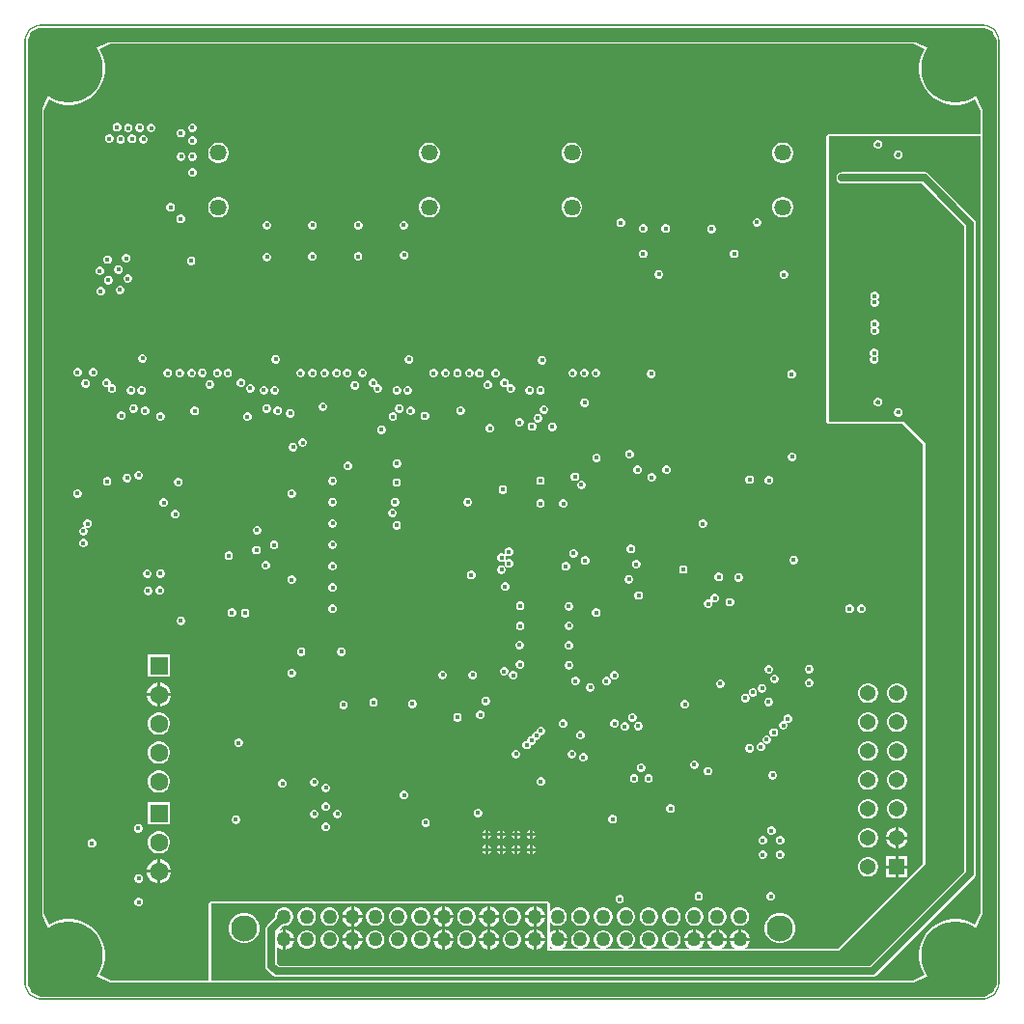
<source format=gbr>
G04*
G04 #@! TF.GenerationSoftware,Altium Limited,Altium Designer,24.1.2 (44)*
G04*
G04 Layer_Physical_Order=2*
G04 Layer_Color=15724527*
%FSLAX44Y44*%
%MOMM*%
G71*
G04*
G04 #@! TF.SameCoordinates,5306FC51-672D-4A3A-99EF-6C0483DFD683*
G04*
G04*
G04 #@! TF.FilePolarity,Positive*
G04*
G01*
G75*
%ADD23C,1.2300*%
%ADD135C,0.3000*%
%ADD136R,1.3700X1.3700*%
%ADD137C,1.3700*%
%ADD138C,1.4580*%
%ADD139C,1.2580*%
%ADD141C,2.3000*%
%ADD142C,1.0000*%
%ADD143C,6.0000*%
%ADD144C,1.6000*%
%ADD145R,1.6000X1.6000*%
%ADD146C,0.4000*%
%ADD147C,0.6350*%
%ADD148R,2.0320X2.3114*%
G36*
X11970Y852743D02*
X11970Y852735D01*
X11992Y852739D01*
X12019Y852734D01*
X837987Y852734D01*
X838014Y852739D01*
X838036Y852735D01*
X838036Y852743D01*
X838123Y852761D01*
X841828Y852273D01*
X845393Y850796D01*
X848454Y848448D01*
X850803Y845387D01*
X852279Y841822D01*
X852767Y838117D01*
X852749Y838029D01*
X852741Y838029D01*
X852745Y838008D01*
X852740Y837981D01*
Y11997D01*
X852766Y11867D01*
X852279Y8172D01*
X850803Y4607D01*
X848454Y1546D01*
X845393Y-803D01*
X841828Y-2279D01*
X838133Y-2766D01*
X838003Y-2740D01*
X12003D01*
X11873Y-2766D01*
X8178Y-2279D01*
X4613Y-803D01*
X1552Y1546D01*
X-797Y4607D01*
X-2273Y8172D01*
X-2760Y11867D01*
X-2734Y11997D01*
X-2734Y837997D01*
X-2760Y838127D01*
X-2273Y841822D01*
X-796Y845387D01*
X1552Y848448D01*
X4613Y850796D01*
X8178Y852273D01*
X11883Y852761D01*
X11970Y852743D01*
D02*
G37*
%LPC*%
G36*
X12003Y851694D02*
X8458Y851227D01*
X5155Y849859D01*
X2318Y847682D01*
X141Y844845D01*
X-1227Y841542D01*
X-1690Y838027D01*
X-1643Y838027D01*
X-1645Y838009D01*
X-1644Y838003D01*
X-1645Y837997D01*
Y705502D01*
X-1645Y695502D01*
Y695502D01*
D01*
Y425503D01*
X-1645Y415503D01*
Y415503D01*
D01*
Y155503D01*
X-1645Y145503D01*
Y145503D01*
D01*
Y12022D01*
X-1644Y12009D01*
X-1645Y11997D01*
X-1694D01*
X-1227Y8452D01*
X141Y5148D01*
X2318Y2312D01*
X5155Y135D01*
X8458Y-1233D01*
X11973Y-1696D01*
X11973Y-1649D01*
X11991Y-1651D01*
X11997Y-1650D01*
X12003Y-1651D01*
X140858D01*
X150858Y-1651D01*
X150858D01*
D01*
X420857D01*
X430857Y-1651D01*
X430857D01*
D01*
X690857D01*
X700856Y-1651D01*
X700857D01*
D01*
X837978D01*
X837990Y-1650D01*
X838003Y-1651D01*
Y-1700D01*
X841548Y-1233D01*
X844852Y135D01*
X847688Y2312D01*
X849865Y5148D01*
X851233Y8452D01*
X851696Y11967D01*
X851649Y11967D01*
X851651Y11984D01*
X851650Y11991D01*
X851651Y11997D01*
Y146780D01*
X851651Y156780D01*
D01*
Y156780D01*
Y416780D01*
X851651Y426780D01*
D01*
Y426780D01*
Y696779D01*
X851651Y706779D01*
D01*
Y706779D01*
Y837971D01*
X851650Y837984D01*
X851651Y837997D01*
X851700D01*
X851233Y841542D01*
X849865Y844845D01*
X847688Y847682D01*
X844852Y849859D01*
X841548Y851227D01*
X838045Y851688D01*
X838045Y851642D01*
X838020Y851645D01*
X838012Y851644D01*
X838003Y851645D01*
X706321D01*
X696321Y851645D01*
D01*
X696321D01*
X426322D01*
X416322Y851645D01*
D01*
X416322D01*
X156323D01*
X146323Y851645D01*
D01*
X146323D01*
X12021D01*
X12012Y851644D01*
X12003Y851645D01*
Y851694D01*
D02*
G37*
%LPD*%
G36*
X72652Y837497D02*
X60031Y831958D01*
X36000Y840539D01*
X16444Y833556D01*
X9461Y814000D01*
X18041Y789969D01*
X12503Y777348D01*
X203Y791409D01*
X5264Y814000D01*
X203Y836591D01*
X11965Y837935D01*
Y837959D01*
X12003Y837997D01*
X12077Y837997D01*
X13409Y849797D01*
X36000Y844736D01*
X58591Y849797D01*
X72652Y837497D01*
D02*
G37*
G36*
X837941Y838035D02*
X837959D01*
X837997Y837997D01*
X837997Y837914D01*
X849803Y836551D01*
X849736Y835727D01*
X849535Y834425D01*
X847394Y824422D01*
X844868Y814000D01*
X847394Y803578D01*
X849535Y793575D01*
X849736Y792273D01*
X849803Y791449D01*
X837503Y777355D01*
X831991Y789993D01*
X840533Y814000D01*
X833577Y833548D01*
X814000Y840539D01*
X789968Y831958D01*
X777347Y837496D01*
X791408Y849797D01*
X814000Y844736D01*
X836592Y849797D01*
X837941Y838035D01*
D02*
G37*
G36*
X156323Y835648D02*
D01*
X156323D01*
X416322D01*
X426322Y835648D01*
D01*
X426322D01*
X696321D01*
X706321Y835648D01*
D01*
X706321D01*
X777043D01*
X787206Y831188D01*
X786819Y830656D01*
X784548Y826199D01*
X783002Y821442D01*
X782220Y816501D01*
Y811499D01*
X783002Y806558D01*
X784548Y801801D01*
X786819Y797344D01*
X789760Y793297D01*
X793297Y789760D01*
X797344Y786819D01*
X801801Y784548D01*
X806558Y783002D01*
X811499Y782220D01*
X816501D01*
X821442Y783002D01*
X826199Y784548D01*
X830656Y786819D01*
X831217Y787227D01*
X835654Y777054D01*
Y756195D01*
X702818Y756195D01*
X702123Y756057D01*
X701535Y755663D01*
X701141Y755074D01*
X701003Y754380D01*
Y504190D01*
X701141Y503495D01*
X701535Y502907D01*
X702123Y502513D01*
X702818Y502375D01*
X767598Y502375D01*
X785585Y484388D01*
Y116576D01*
X710702Y41693D01*
X628114D01*
X628408Y41772D01*
X630422Y42934D01*
X632066Y44578D01*
X633228Y46592D01*
X633801Y48730D01*
X616199D01*
X616772Y46592D01*
X617934Y44578D01*
X619578Y42934D01*
X621592Y41772D01*
X621886Y41693D01*
X608114D01*
X608408Y41772D01*
X610422Y42934D01*
X612066Y44578D01*
X613228Y46592D01*
X613801Y48730D01*
X596199D01*
X596772Y46592D01*
X597934Y44578D01*
X599578Y42934D01*
X601592Y41772D01*
X601886Y41693D01*
X588114D01*
X588408Y41772D01*
X590422Y42934D01*
X592066Y44578D01*
X593228Y46592D01*
X593801Y48730D01*
X576199D01*
X576772Y46592D01*
X577934Y44578D01*
X579578Y42934D01*
X581592Y41772D01*
X581886Y41693D01*
X468114D01*
X468408Y41772D01*
X470422Y42934D01*
X472066Y44578D01*
X473228Y46592D01*
X473801Y48730D01*
X465000D01*
Y50000D01*
X463730D01*
Y58801D01*
X461592Y58228D01*
X459578Y57066D01*
X458116Y55604D01*
Y65782D01*
X458542Y65045D01*
X460045Y63542D01*
X461885Y62480D01*
X463938Y61930D01*
X466062D01*
X468115Y62480D01*
X469955Y63542D01*
X471458Y65045D01*
X472520Y66885D01*
X473070Y68938D01*
Y71062D01*
X472520Y73115D01*
X471458Y74955D01*
X469955Y76458D01*
X468115Y77520D01*
X466062Y78070D01*
X463938D01*
X461885Y77520D01*
X460045Y76458D01*
X458542Y74955D01*
X458116Y74218D01*
Y81280D01*
X457978Y81974D01*
X457585Y82563D01*
X456996Y82957D01*
X456302Y83095D01*
X160858D01*
X160163Y82957D01*
X159574Y82563D01*
X159181Y81974D01*
X159043Y81280D01*
Y14346D01*
X150858D01*
X140858Y14346D01*
X140858D01*
D01*
X72946D01*
X62773Y18782D01*
X63181Y19344D01*
X65452Y23801D01*
X66997Y28558D01*
X67780Y33499D01*
Y38501D01*
X66997Y43442D01*
X65452Y48199D01*
X63181Y52656D01*
X60240Y56703D01*
X56703Y60240D01*
X52656Y63181D01*
X48199Y65452D01*
X43442Y66997D01*
X38501Y67780D01*
X33499D01*
X28558Y66997D01*
X23801Y65452D01*
X19344Y63181D01*
X18811Y62793D01*
X14352Y72956D01*
Y145503D01*
X14352Y155503D01*
Y155503D01*
D01*
Y415503D01*
X14352Y425503D01*
Y425503D01*
D01*
Y695502D01*
X14352Y705502D01*
Y705502D01*
D01*
Y777044D01*
X18811Y787206D01*
X19344Y786819D01*
X23801Y784548D01*
X28558Y783002D01*
X33499Y782220D01*
X38501D01*
X43442Y783002D01*
X48199Y784548D01*
X52656Y786819D01*
X56703Y789760D01*
X60240Y793297D01*
X63181Y797344D01*
X65452Y801801D01*
X66997Y806558D01*
X67780Y811499D01*
Y816501D01*
X66997Y821442D01*
X65452Y826199D01*
X63181Y830656D01*
X62794Y831189D01*
X72957Y835648D01*
X146323D01*
X156323Y835648D01*
D02*
G37*
G36*
X459578Y42934D02*
X461592Y41772D01*
X461886Y41693D01*
X458116D01*
Y44396D01*
X459578Y42934D01*
D02*
G37*
G36*
X835654Y754380D02*
Y706779D01*
X835654Y696779D01*
D01*
Y696779D01*
Y426780D01*
X835654Y416780D01*
D01*
Y416780D01*
Y156780D01*
X835654Y146780D01*
D01*
Y146780D01*
Y72946D01*
X831217Y62773D01*
X830656Y63181D01*
X826199Y65452D01*
X821442Y66997D01*
X816501Y67780D01*
X811499D01*
X806558Y66997D01*
X801801Y65452D01*
X797344Y63181D01*
X793297Y60240D01*
X789760Y56703D01*
X786819Y52656D01*
X784548Y48199D01*
X783002Y43442D01*
X782220Y38501D01*
Y33499D01*
X783002Y28558D01*
X784548Y23801D01*
X786819Y19344D01*
X787227Y18782D01*
X777054Y14346D01*
X700857D01*
X690857Y14346D01*
X690857D01*
D01*
X430857D01*
X420857Y14346D01*
X420857D01*
D01*
X160858D01*
Y81280D01*
X456302D01*
Y39878D01*
X711454D01*
X787400Y115824D01*
Y485140D01*
X768350Y504190D01*
X702818Y504190D01*
Y754380D01*
X835654Y754380D01*
D02*
G37*
G36*
X849803Y58551D02*
X849736Y57728D01*
X849535Y56425D01*
X847394Y46423D01*
X844868Y36000D01*
X847394Y25577D01*
X849535Y15575D01*
X849736Y14272D01*
X849803Y13449D01*
X838035Y12060D01*
Y12041D01*
X837997Y12003D01*
X837563Y12004D01*
X837503Y11997D01*
X837502Y12004D01*
X833882Y12011D01*
Y197D01*
X832684Y268D01*
X831117Y480D01*
X826880Y1330D01*
X817765Y3667D01*
X813304Y4963D01*
X803579Y2606D01*
X793576Y465D01*
X792274Y264D01*
X791450Y197D01*
X777356Y12497D01*
X789994Y18008D01*
X813976Y9476D01*
X832717Y14242D01*
X832832Y14357D01*
X840533Y36000D01*
X831990Y60007D01*
X837503Y72645D01*
X849803Y58551D01*
D02*
G37*
G36*
X18041Y60031D02*
X9461Y36000D01*
X16451Y16423D01*
X36000Y9467D01*
X60007Y18009D01*
X72644Y12497D01*
X58550Y197D01*
X57727Y264D01*
X56424Y465D01*
X46422Y2606D01*
X36000Y5132D01*
X25578Y2606D01*
X15576Y465D01*
X14273Y264D01*
X13450Y197D01*
X12066Y11965D01*
X12041D01*
X12003Y12003D01*
X12003Y12079D01*
X203Y13410D01*
X5264Y36000D01*
X203Y58590D01*
X12503Y72652D01*
X18041Y60031D01*
D02*
G37*
%LPC*%
G36*
X79192Y766288D02*
X77688D01*
X76299Y765713D01*
X75236Y764649D01*
X74660Y763260D01*
Y761756D01*
X75236Y760367D01*
X76299Y759304D01*
X77688Y758728D01*
X79192D01*
X80581Y759304D01*
X81644Y760367D01*
X82220Y761756D01*
Y763260D01*
X81644Y764649D01*
X80581Y765713D01*
X79192Y766288D01*
D02*
G37*
G36*
X99158Y766041D02*
X97654D01*
X96265Y765466D01*
X95201Y764403D01*
X94626Y763013D01*
Y761510D01*
X95201Y760120D01*
X96265Y759057D01*
X97654Y758482D01*
X99158D01*
X100547Y759057D01*
X101610Y760120D01*
X102186Y761510D01*
Y763013D01*
X101610Y764403D01*
X100547Y765466D01*
X99158Y766041D01*
D02*
G37*
G36*
X145399Y765780D02*
X143895D01*
X142506Y765204D01*
X141443Y764141D01*
X140867Y762752D01*
Y761248D01*
X141443Y759859D01*
X142506Y758795D01*
X143895Y758220D01*
X145399D01*
X146788Y758795D01*
X147852Y759859D01*
X148427Y761248D01*
Y762752D01*
X147852Y764141D01*
X146788Y765204D01*
X145399Y765780D01*
D02*
G37*
G36*
X109141Y765660D02*
X107637D01*
X106248Y765085D01*
X105184Y764022D01*
X104609Y762632D01*
Y761129D01*
X105184Y759739D01*
X106248Y758676D01*
X107637Y758101D01*
X109141D01*
X110530Y758676D01*
X111594Y759739D01*
X112169Y761129D01*
Y762632D01*
X111594Y764022D01*
X110530Y765085D01*
X109141Y765660D01*
D02*
G37*
G36*
X89175D02*
X87671D01*
X86282Y765085D01*
X85218Y764022D01*
X84643Y762632D01*
Y761129D01*
X85218Y759739D01*
X86282Y758676D01*
X87671Y758101D01*
X89175D01*
X90564Y758676D01*
X91628Y759739D01*
X92203Y761129D01*
Y762632D01*
X91628Y764022D01*
X90564Y765085D01*
X89175Y765660D01*
D02*
G37*
G36*
X135195Y761081D02*
X133691D01*
X132302Y760506D01*
X131239Y759442D01*
X130663Y758053D01*
Y756549D01*
X131239Y755160D01*
X132302Y754097D01*
X133691Y753521D01*
X135195D01*
X136585Y754097D01*
X137648Y755160D01*
X138223Y756549D01*
Y758053D01*
X137648Y759442D01*
X136585Y760506D01*
X135195Y761081D01*
D02*
G37*
G36*
X72472Y756382D02*
X70968D01*
X69579Y755807D01*
X68516Y754743D01*
X67940Y753354D01*
Y751850D01*
X68516Y750461D01*
X69579Y749398D01*
X70968Y748822D01*
X72472D01*
X73861Y749398D01*
X74925Y750461D01*
X75500Y751850D01*
Y753354D01*
X74925Y754743D01*
X73861Y755807D01*
X72472Y756382D01*
D02*
G37*
G36*
X92438Y756135D02*
X90934D01*
X89545Y755560D01*
X88481Y754497D01*
X87906Y753107D01*
Y751604D01*
X88481Y750214D01*
X89545Y749151D01*
X90934Y748576D01*
X92438D01*
X93827Y749151D01*
X94890Y750214D01*
X95466Y751604D01*
Y753107D01*
X94890Y754497D01*
X93827Y755560D01*
X92438Y756135D01*
D02*
G37*
G36*
X102421Y755754D02*
X100917D01*
X99528Y755179D01*
X98464Y754116D01*
X97889Y752726D01*
Y751223D01*
X98464Y749833D01*
X99528Y748770D01*
X100917Y748195D01*
X102421D01*
X103810Y748770D01*
X104874Y749833D01*
X105449Y751223D01*
Y752726D01*
X104874Y754116D01*
X103810Y755179D01*
X102421Y755754D01*
D02*
G37*
G36*
X82455D02*
X80951D01*
X79562Y755179D01*
X78498Y754116D01*
X77923Y752726D01*
Y751223D01*
X78498Y749833D01*
X79562Y748770D01*
X80951Y748195D01*
X82455D01*
X83844Y748770D01*
X84908Y749833D01*
X85483Y751223D01*
Y752726D01*
X84908Y754116D01*
X83844Y755179D01*
X82455Y755754D01*
D02*
G37*
G36*
X145399Y754350D02*
X143895D01*
X142506Y753774D01*
X141443Y752711D01*
X140867Y751322D01*
Y749818D01*
X141443Y748429D01*
X142506Y747365D01*
X143895Y746790D01*
X145399D01*
X146788Y747365D01*
X147852Y748429D01*
X148427Y749818D01*
Y751322D01*
X147852Y752711D01*
X146788Y753774D01*
X145399Y754350D01*
D02*
G37*
G36*
Y740733D02*
X143895D01*
X142506Y740157D01*
X141443Y739094D01*
X140867Y737704D01*
Y736201D01*
X141443Y734811D01*
X142506Y733748D01*
X143895Y733173D01*
X145399D01*
X146788Y733748D01*
X147852Y734811D01*
X148427Y736201D01*
Y737704D01*
X147852Y739094D01*
X146788Y740157D01*
X145399Y740733D01*
D02*
G37*
G36*
X135427D02*
X133923D01*
X132534Y740157D01*
X131470Y739094D01*
X130895Y737704D01*
Y736201D01*
X131470Y734811D01*
X132534Y733748D01*
X133923Y733173D01*
X135427D01*
X136816Y733748D01*
X137879Y734811D01*
X138455Y736201D01*
Y737704D01*
X137879Y739094D01*
X136816Y740157D01*
X135427Y740733D01*
D02*
G37*
G36*
X663694Y749070D02*
X661306D01*
X658999Y748452D01*
X656931Y747258D01*
X655242Y745569D01*
X654048Y743501D01*
X653430Y741194D01*
Y738806D01*
X654048Y736499D01*
X655242Y734431D01*
X656931Y732742D01*
X658999Y731548D01*
X661306Y730930D01*
X663694D01*
X666001Y731548D01*
X668069Y732742D01*
X669758Y734431D01*
X670952Y736499D01*
X671570Y738806D01*
Y741194D01*
X670952Y743501D01*
X669758Y745569D01*
X668069Y747258D01*
X666001Y748452D01*
X663694Y749070D01*
D02*
G37*
G36*
X478694D02*
X476306D01*
X473999Y748452D01*
X471931Y747258D01*
X470242Y745569D01*
X469048Y743501D01*
X468430Y741194D01*
Y738806D01*
X469048Y736499D01*
X470242Y734431D01*
X471931Y732742D01*
X473999Y731548D01*
X476306Y730930D01*
X478694D01*
X481001Y731548D01*
X483069Y732742D01*
X484758Y734431D01*
X485952Y736499D01*
X486570Y738806D01*
Y741194D01*
X485952Y743501D01*
X484758Y745569D01*
X483069Y747258D01*
X481001Y748452D01*
X478694Y749070D01*
D02*
G37*
G36*
X353694D02*
X351306D01*
X348999Y748452D01*
X346931Y747258D01*
X345242Y745569D01*
X344048Y743501D01*
X343430Y741194D01*
Y738806D01*
X344048Y736499D01*
X345242Y734431D01*
X346931Y732742D01*
X348999Y731548D01*
X351306Y730930D01*
X353694D01*
X356001Y731548D01*
X358069Y732742D01*
X359758Y734431D01*
X360952Y736499D01*
X361570Y738806D01*
Y741194D01*
X360952Y743501D01*
X359758Y745569D01*
X358069Y747258D01*
X356001Y748452D01*
X353694Y749070D01*
D02*
G37*
G36*
X168694D02*
X166306D01*
X163999Y748452D01*
X161931Y747258D01*
X160242Y745569D01*
X159048Y743501D01*
X158430Y741194D01*
Y738806D01*
X159048Y736499D01*
X160242Y734431D01*
X161931Y732742D01*
X163999Y731548D01*
X166306Y730930D01*
X168694D01*
X171001Y731548D01*
X173069Y732742D01*
X174758Y734431D01*
X175952Y736499D01*
X176570Y738806D01*
Y741194D01*
X175952Y743501D01*
X174758Y745569D01*
X173069Y747258D01*
X171001Y748452D01*
X168694Y749070D01*
D02*
G37*
G36*
X145399Y726410D02*
X143895D01*
X142506Y725835D01*
X141443Y724771D01*
X140867Y723382D01*
Y721878D01*
X141443Y720489D01*
X142506Y719426D01*
X143895Y718850D01*
X145399D01*
X146788Y719426D01*
X147852Y720489D01*
X148427Y721878D01*
Y723382D01*
X147852Y724771D01*
X146788Y725835D01*
X145399Y726410D01*
D02*
G37*
G36*
X126417Y696032D02*
X124914D01*
X123524Y695457D01*
X122461Y694394D01*
X121885Y693004D01*
Y691501D01*
X122461Y690111D01*
X123524Y689048D01*
X124914Y688473D01*
X126417D01*
X127807Y689048D01*
X128870Y690111D01*
X129445Y691501D01*
Y693004D01*
X128870Y694394D01*
X127807Y695457D01*
X126417Y696032D01*
D02*
G37*
G36*
X663694Y701570D02*
X661306D01*
X658999Y700952D01*
X656931Y699758D01*
X655242Y698069D01*
X654048Y696001D01*
X653430Y693694D01*
Y691306D01*
X654048Y688999D01*
X655242Y686931D01*
X656931Y685242D01*
X658999Y684048D01*
X661306Y683430D01*
X663694D01*
X666001Y684048D01*
X668069Y685242D01*
X669758Y686931D01*
X670952Y688999D01*
X671570Y691306D01*
Y693694D01*
X670952Y696001D01*
X669758Y698069D01*
X668069Y699758D01*
X666001Y700952D01*
X663694Y701570D01*
D02*
G37*
G36*
X478694D02*
X476306D01*
X473999Y700952D01*
X471931Y699758D01*
X470242Y698069D01*
X469048Y696001D01*
X468430Y693694D01*
Y691306D01*
X469048Y688999D01*
X470242Y686931D01*
X471931Y685242D01*
X473999Y684048D01*
X476306Y683430D01*
X478694D01*
X481001Y684048D01*
X483069Y685242D01*
X484758Y686931D01*
X485952Y688999D01*
X486570Y691306D01*
Y693694D01*
X485952Y696001D01*
X484758Y698069D01*
X483069Y699758D01*
X481001Y700952D01*
X478694Y701570D01*
D02*
G37*
G36*
X353694D02*
X351306D01*
X348999Y700952D01*
X346931Y699758D01*
X345242Y698069D01*
X344048Y696001D01*
X343430Y693694D01*
Y691306D01*
X344048Y688999D01*
X345242Y686931D01*
X346931Y685242D01*
X348999Y684048D01*
X351306Y683430D01*
X353694D01*
X356001Y684048D01*
X358069Y685242D01*
X359758Y686931D01*
X360952Y688999D01*
X361570Y691306D01*
Y693694D01*
X360952Y696001D01*
X359758Y698069D01*
X358069Y699758D01*
X356001Y700952D01*
X353694Y701570D01*
D02*
G37*
G36*
X168694D02*
X166306D01*
X163999Y700952D01*
X161931Y699758D01*
X160242Y698069D01*
X159048Y696001D01*
X158430Y693694D01*
Y691306D01*
X159048Y688999D01*
X160242Y686931D01*
X161931Y685242D01*
X163999Y684048D01*
X166306Y683430D01*
X168694D01*
X171001Y684048D01*
X173069Y685242D01*
X174758Y686931D01*
X175952Y688999D01*
X176570Y691306D01*
Y693694D01*
X175952Y696001D01*
X174758Y698069D01*
X173069Y699758D01*
X171001Y700952D01*
X168694Y701570D01*
D02*
G37*
G36*
X134978Y685821D02*
X133474D01*
X132085Y685246D01*
X131021Y684182D01*
X130446Y682793D01*
Y681289D01*
X131021Y679900D01*
X132085Y678837D01*
X133474Y678261D01*
X134978D01*
X136367Y678837D01*
X137431Y679900D01*
X138006Y681289D01*
Y682793D01*
X137431Y684182D01*
X136367Y685246D01*
X134978Y685821D01*
D02*
G37*
G36*
X640660Y682827D02*
X639156D01*
X637767Y682251D01*
X636703Y681188D01*
X636128Y679799D01*
Y678295D01*
X636703Y676906D01*
X637767Y675842D01*
X639156Y675267D01*
X640660D01*
X642049Y675842D01*
X643112Y676906D01*
X643688Y678295D01*
Y679799D01*
X643112Y681188D01*
X642049Y682251D01*
X640660Y682827D01*
D02*
G37*
G36*
X521111Y682566D02*
X519607D01*
X518218Y681991D01*
X517155Y680927D01*
X516579Y679538D01*
Y678034D01*
X517155Y676645D01*
X518218Y675582D01*
X519607Y675006D01*
X521111D01*
X522500Y675582D01*
X523564Y676645D01*
X524139Y678034D01*
Y679538D01*
X523564Y680927D01*
X522500Y681991D01*
X521111Y682566D01*
D02*
G37*
G36*
X330752Y680280D02*
X329248D01*
X327859Y679705D01*
X326796Y678641D01*
X326220Y677252D01*
Y675748D01*
X326796Y674359D01*
X327859Y673296D01*
X329248Y672720D01*
X330752D01*
X332141Y673296D01*
X333204Y674359D01*
X333780Y675748D01*
Y677252D01*
X333204Y678641D01*
X332141Y679705D01*
X330752Y680280D01*
D02*
G37*
G36*
X290752D02*
X289248D01*
X287859Y679705D01*
X286795Y678641D01*
X286220Y677252D01*
Y675748D01*
X286795Y674359D01*
X287859Y673296D01*
X289248Y672720D01*
X290752D01*
X292141Y673296D01*
X293204Y674359D01*
X293780Y675748D01*
Y677252D01*
X293204Y678641D01*
X292141Y679705D01*
X290752Y680280D01*
D02*
G37*
G36*
X250752D02*
X249248D01*
X247859Y679705D01*
X246795Y678641D01*
X246220Y677252D01*
Y675748D01*
X246795Y674359D01*
X247859Y673296D01*
X249248Y672720D01*
X250752D01*
X252141Y673296D01*
X253204Y674359D01*
X253780Y675748D01*
Y677252D01*
X253204Y678641D01*
X252141Y679705D01*
X250752Y680280D01*
D02*
G37*
G36*
X210752D02*
X209248D01*
X207859Y679705D01*
X206795Y678641D01*
X206220Y677252D01*
Y675748D01*
X206795Y674359D01*
X207859Y673296D01*
X209248Y672720D01*
X210752D01*
X212141Y673296D01*
X213204Y674359D01*
X213780Y675748D01*
Y677252D01*
X213204Y678641D01*
X212141Y679705D01*
X210752Y680280D01*
D02*
G37*
G36*
X560688Y677375D02*
X559184D01*
X557795Y676799D01*
X556732Y675736D01*
X556156Y674347D01*
Y672843D01*
X556732Y671453D01*
X557795Y670390D01*
X559184Y669815D01*
X560688D01*
X562077Y670390D01*
X563141Y671453D01*
X563716Y672843D01*
Y674347D01*
X563141Y675736D01*
X562077Y676799D01*
X560688Y677375D01*
D02*
G37*
G36*
X540752D02*
X539248D01*
X537859Y676799D01*
X536796Y675736D01*
X536220Y674347D01*
Y672843D01*
X536796Y671453D01*
X537859Y670390D01*
X539248Y669815D01*
X540752D01*
X542141Y670390D01*
X543205Y671453D01*
X543780Y672843D01*
Y674347D01*
X543205Y675736D01*
X542141Y676799D01*
X540752Y677375D01*
D02*
G37*
G36*
X600712Y677233D02*
X599209D01*
X597819Y676658D01*
X596756Y675594D01*
X596180Y674205D01*
Y672701D01*
X596756Y671312D01*
X597819Y670249D01*
X599209Y669673D01*
X600712D01*
X602102Y670249D01*
X603165Y671312D01*
X603741Y672701D01*
Y674205D01*
X603165Y675594D01*
X602102Y676658D01*
X600712Y677233D01*
D02*
G37*
G36*
X620752Y655280D02*
X619248D01*
X617859Y654705D01*
X616796Y653641D01*
X616220Y652252D01*
Y650748D01*
X616796Y649359D01*
X617859Y648296D01*
X619248Y647720D01*
X620752D01*
X622141Y648296D01*
X623204Y649359D01*
X623780Y650748D01*
Y652252D01*
X623204Y653641D01*
X622141Y654705D01*
X620752Y655280D01*
D02*
G37*
G36*
X540752D02*
X539248D01*
X537859Y654705D01*
X536796Y653641D01*
X536220Y652252D01*
Y650748D01*
X536796Y649359D01*
X537859Y648296D01*
X539248Y647720D01*
X540752D01*
X542141Y648296D01*
X543205Y649359D01*
X543780Y650748D01*
Y652252D01*
X543205Y653641D01*
X542141Y654705D01*
X540752Y655280D01*
D02*
G37*
G36*
X331206Y654030D02*
X329702D01*
X328313Y653455D01*
X327249Y652391D01*
X326674Y651002D01*
Y649498D01*
X327249Y648109D01*
X328313Y647046D01*
X329702Y646470D01*
X331206D01*
X332595Y647046D01*
X333658Y648109D01*
X334234Y649498D01*
Y651002D01*
X333658Y652391D01*
X332595Y653455D01*
X331206Y654030D01*
D02*
G37*
G36*
X290739Y653095D02*
X289235D01*
X287846Y652519D01*
X286782Y651456D01*
X286207Y650067D01*
Y648563D01*
X286782Y647173D01*
X287846Y646110D01*
X289235Y645535D01*
X290739D01*
X292128Y646110D01*
X293191Y647173D01*
X293767Y648563D01*
Y650067D01*
X293191Y651456D01*
X292128Y652519D01*
X290739Y653095D01*
D02*
G37*
G36*
X250669Y652781D02*
X249166D01*
X247776Y652205D01*
X246713Y651142D01*
X246138Y649753D01*
Y648249D01*
X246713Y646860D01*
X247776Y645796D01*
X249166Y645221D01*
X250669D01*
X252059Y645796D01*
X253122Y646860D01*
X253697Y648249D01*
Y649753D01*
X253122Y651142D01*
X252059Y652205D01*
X250669Y652781D01*
D02*
G37*
G36*
X210724Y652404D02*
X209220D01*
X207831Y651829D01*
X206768Y650766D01*
X206192Y649376D01*
Y647873D01*
X206768Y646483D01*
X207831Y645420D01*
X209220Y644845D01*
X210724D01*
X212113Y645420D01*
X213177Y646483D01*
X213752Y647873D01*
Y649376D01*
X213177Y650766D01*
X212113Y651829D01*
X210724Y652404D01*
D02*
G37*
G36*
X87424Y651410D02*
X85921D01*
X84531Y650834D01*
X83468Y649771D01*
X82893Y648382D01*
Y646878D01*
X83468Y645489D01*
X84531Y644425D01*
X85921Y643850D01*
X87424D01*
X88814Y644425D01*
X89877Y645489D01*
X90453Y646878D01*
Y648382D01*
X89877Y649771D01*
X88814Y650834D01*
X87424Y651410D01*
D02*
G37*
G36*
X70852Y650179D02*
X69349D01*
X67959Y649604D01*
X66896Y648541D01*
X66321Y647151D01*
Y645648D01*
X66896Y644258D01*
X67959Y643195D01*
X69349Y642619D01*
X70852D01*
X72242Y643195D01*
X73305Y644258D01*
X73881Y645648D01*
Y647151D01*
X73305Y648541D01*
X72242Y649604D01*
X70852Y650179D01*
D02*
G37*
G36*
X144262Y649251D02*
X142758D01*
X141369Y648675D01*
X140306Y647612D01*
X139730Y646223D01*
Y644719D01*
X140306Y643329D01*
X141369Y642266D01*
X142758Y641691D01*
X144262D01*
X145651Y642266D01*
X146714Y643329D01*
X147290Y644719D01*
Y646223D01*
X146714Y647612D01*
X145651Y648675D01*
X144262Y649251D01*
D02*
G37*
G36*
X80704Y641504D02*
X79201D01*
X77811Y640928D01*
X76748Y639865D01*
X76173Y638476D01*
Y636972D01*
X76748Y635583D01*
X77811Y634519D01*
X79201Y633944D01*
X80704D01*
X82094Y634519D01*
X83157Y635583D01*
X83733Y636972D01*
Y638476D01*
X83157Y639865D01*
X82094Y640928D01*
X80704Y641504D01*
D02*
G37*
G36*
X64132Y640273D02*
X62629D01*
X61239Y639698D01*
X60176Y638635D01*
X59601Y637245D01*
Y635742D01*
X60176Y634352D01*
X61239Y633289D01*
X62629Y632713D01*
X64132D01*
X65522Y633289D01*
X66585Y634352D01*
X67161Y635742D01*
Y637245D01*
X66585Y638635D01*
X65522Y639698D01*
X64132Y640273D01*
D02*
G37*
G36*
X554572Y637335D02*
X553068D01*
X551679Y636759D01*
X550615Y635696D01*
X550040Y634307D01*
Y632803D01*
X550615Y631413D01*
X551679Y630350D01*
X553068Y629775D01*
X554572D01*
X555961Y630350D01*
X557024Y631413D01*
X557600Y632803D01*
Y634307D01*
X557024Y635696D01*
X555961Y636759D01*
X554572Y637335D01*
D02*
G37*
G36*
X664197Y636976D02*
X662693D01*
X661304Y636400D01*
X660240Y635337D01*
X659665Y633948D01*
Y632444D01*
X660240Y631055D01*
X661304Y629991D01*
X662693Y629416D01*
X664197D01*
X665586Y629991D01*
X666649Y631055D01*
X667225Y632444D01*
Y633948D01*
X666649Y635337D01*
X665586Y636400D01*
X664197Y636976D01*
D02*
G37*
G36*
X88627Y633581D02*
X87123D01*
X85733Y633005D01*
X84670Y631942D01*
X84095Y630552D01*
Y629049D01*
X84670Y627659D01*
X85733Y626596D01*
X87123Y626021D01*
X88627D01*
X90016Y626596D01*
X91079Y627659D01*
X91655Y629049D01*
Y630552D01*
X91079Y631942D01*
X90016Y633005D01*
X88627Y633581D01*
D02*
G37*
G36*
X71644Y632310D02*
X70140D01*
X68751Y631735D01*
X67687Y630672D01*
X67112Y629282D01*
Y627779D01*
X67687Y626389D01*
X68751Y625326D01*
X70140Y624751D01*
X71644D01*
X73033Y625326D01*
X74096Y626389D01*
X74672Y627779D01*
Y629282D01*
X74096Y630672D01*
X73033Y631735D01*
X71644Y632310D01*
D02*
G37*
G36*
X81907Y623675D02*
X80403D01*
X79014Y623099D01*
X77950Y622036D01*
X77375Y620646D01*
Y619143D01*
X77950Y617753D01*
X79014Y616690D01*
X80403Y616115D01*
X81907D01*
X83296Y616690D01*
X84359Y617753D01*
X84935Y619143D01*
Y620646D01*
X84359Y622036D01*
X83296Y623099D01*
X81907Y623675D01*
D02*
G37*
G36*
X64924Y622405D02*
X63420D01*
X62031Y621829D01*
X60967Y620766D01*
X60392Y619376D01*
Y617873D01*
X60967Y616483D01*
X62031Y615420D01*
X63420Y614845D01*
X64924D01*
X66313Y615420D01*
X67376Y616483D01*
X67952Y617873D01*
Y619376D01*
X67376Y620766D01*
X66313Y621829D01*
X64924Y622405D01*
D02*
G37*
G36*
X101595Y563485D02*
X100091D01*
X98702Y562910D01*
X97639Y561846D01*
X97063Y560457D01*
Y558953D01*
X97639Y557564D01*
X98702Y556501D01*
X100091Y555925D01*
X101595D01*
X102984Y556501D01*
X104048Y557564D01*
X104623Y558953D01*
Y560457D01*
X104048Y561846D01*
X102984Y562910D01*
X101595Y563485D01*
D02*
G37*
G36*
X218430Y562834D02*
X216926D01*
X215537Y562258D01*
X214473Y561195D01*
X213898Y559806D01*
Y558302D01*
X214473Y556913D01*
X215537Y555849D01*
X216926Y555274D01*
X218430D01*
X219819Y555849D01*
X220882Y556913D01*
X221458Y558302D01*
Y559806D01*
X220882Y561195D01*
X219819Y562258D01*
X218430Y562834D01*
D02*
G37*
G36*
X335524Y562580D02*
X334020D01*
X332631Y562005D01*
X331567Y560941D01*
X330992Y559552D01*
Y558048D01*
X331567Y556659D01*
X332631Y555596D01*
X334020Y555020D01*
X335524D01*
X336913Y555596D01*
X337976Y556659D01*
X338552Y558048D01*
Y559552D01*
X337976Y560941D01*
X336913Y562005D01*
X335524Y562580D01*
D02*
G37*
G36*
X452110Y562072D02*
X450606D01*
X449217Y561497D01*
X448153Y560433D01*
X447578Y559044D01*
Y557540D01*
X448153Y556151D01*
X449217Y555088D01*
X450606Y554512D01*
X452110D01*
X453499Y555088D01*
X454562Y556151D01*
X455138Y557540D01*
Y559044D01*
X454562Y560433D01*
X453499Y561497D01*
X452110Y562072D01*
D02*
G37*
G36*
X58404Y551342D02*
X56900D01*
X55510Y550766D01*
X54447Y549703D01*
X53872Y548314D01*
Y546810D01*
X54447Y545421D01*
X55510Y544357D01*
X56900Y543782D01*
X58404D01*
X59793Y544357D01*
X60856Y545421D01*
X61432Y546810D01*
Y548314D01*
X60856Y549703D01*
X59793Y550766D01*
X58404Y551342D01*
D02*
G37*
G36*
X44705Y551229D02*
X43201D01*
X41812Y550654D01*
X40749Y549590D01*
X40173Y548201D01*
Y546697D01*
X40749Y545308D01*
X41812Y544245D01*
X43201Y543669D01*
X44705D01*
X46094Y544245D01*
X47158Y545308D01*
X47733Y546697D01*
Y548201D01*
X47158Y549590D01*
X46094Y550654D01*
X44705Y551229D01*
D02*
G37*
G36*
X154099Y550936D02*
X152596D01*
X151206Y550361D01*
X150143Y549297D01*
X149567Y547908D01*
Y546404D01*
X150143Y545015D01*
X151206Y543952D01*
X152596Y543376D01*
X154099D01*
X155489Y543952D01*
X156552Y545015D01*
X157127Y546404D01*
Y547908D01*
X156552Y549297D01*
X155489Y550361D01*
X154099Y550936D01*
D02*
G37*
G36*
X294563Y550814D02*
X293059D01*
X291670Y550238D01*
X290606Y549175D01*
X290031Y547786D01*
Y546282D01*
X290606Y544893D01*
X291670Y543829D01*
X293059Y543254D01*
X294563D01*
X295952Y543829D01*
X297015Y544893D01*
X297591Y546282D01*
Y547786D01*
X297015Y549175D01*
X295952Y550238D01*
X294563Y550814D01*
D02*
G37*
G36*
X281269Y550668D02*
X279765D01*
X278376Y550092D01*
X277313Y549029D01*
X276737Y547640D01*
Y546136D01*
X277313Y544747D01*
X278376Y543683D01*
X279765Y543108D01*
X281269D01*
X282658Y543683D01*
X283722Y544747D01*
X284297Y546136D01*
Y547640D01*
X283722Y549029D01*
X282658Y550092D01*
X281269Y550668D01*
D02*
G37*
G36*
X499405Y550642D02*
X497901D01*
X496511Y550067D01*
X495448Y549003D01*
X494873Y547614D01*
Y546110D01*
X495448Y544721D01*
X496511Y543658D01*
X497901Y543082D01*
X499405D01*
X500794Y543658D01*
X501857Y544721D01*
X502433Y546110D01*
Y547614D01*
X501857Y549003D01*
X500794Y550067D01*
X499405Y550642D01*
D02*
G37*
G36*
X489236D02*
X487733D01*
X486343Y550067D01*
X485280Y549003D01*
X484704Y547614D01*
Y546110D01*
X485280Y544721D01*
X486343Y543658D01*
X487733Y543082D01*
X489236D01*
X490626Y543658D01*
X491689Y544721D01*
X492264Y546110D01*
Y547614D01*
X491689Y549003D01*
X490626Y550067D01*
X489236Y550642D01*
D02*
G37*
G36*
X479068D02*
X477564D01*
X476175Y550067D01*
X475112Y549003D01*
X474536Y547614D01*
Y546110D01*
X475112Y544721D01*
X476175Y543658D01*
X477564Y543082D01*
X479068D01*
X480457Y543658D01*
X481521Y544721D01*
X482096Y546110D01*
Y547614D01*
X481521Y549003D01*
X480457Y550067D01*
X479068Y550642D01*
D02*
G37*
G36*
X388478D02*
X386974D01*
X385585Y550067D01*
X384522Y549003D01*
X383946Y547614D01*
Y546110D01*
X384522Y544721D01*
X385585Y543658D01*
X386974Y543082D01*
X388478D01*
X389868Y543658D01*
X390931Y544721D01*
X391506Y546110D01*
Y547614D01*
X390931Y549003D01*
X389868Y550067D01*
X388478Y550642D01*
D02*
G37*
G36*
X377929D02*
X376425D01*
X375036Y550067D01*
X373973Y549003D01*
X373397Y547614D01*
Y546110D01*
X373973Y544721D01*
X375036Y543658D01*
X376425Y543082D01*
X377929D01*
X379318Y543658D01*
X380382Y544721D01*
X380957Y546110D01*
Y547614D01*
X380382Y549003D01*
X379318Y550067D01*
X377929Y550642D01*
D02*
G37*
G36*
X367380D02*
X365876D01*
X364487Y550067D01*
X363423Y549003D01*
X362848Y547614D01*
Y546110D01*
X363423Y544721D01*
X364487Y543658D01*
X365876Y543082D01*
X367380D01*
X368769Y543658D01*
X369832Y544721D01*
X370408Y546110D01*
Y547614D01*
X369832Y549003D01*
X368769Y550067D01*
X367380Y550642D01*
D02*
G37*
G36*
X356830D02*
X355327D01*
X353937Y550067D01*
X352874Y549003D01*
X352299Y547614D01*
Y546110D01*
X352874Y544721D01*
X353937Y543658D01*
X355327Y543082D01*
X356830D01*
X358220Y543658D01*
X359283Y544721D01*
X359859Y546110D01*
Y547614D01*
X359283Y549003D01*
X358220Y550067D01*
X356830Y550642D01*
D02*
G37*
G36*
X271910D02*
X270406D01*
X269017Y550067D01*
X267953Y549003D01*
X267378Y547614D01*
Y546110D01*
X267953Y544721D01*
X269017Y543658D01*
X270406Y543082D01*
X271910D01*
X273299Y543658D01*
X274362Y544721D01*
X274938Y546110D01*
Y547614D01*
X274362Y549003D01*
X273299Y550067D01*
X271910Y550642D01*
D02*
G37*
G36*
X261360D02*
X259857D01*
X258467Y550067D01*
X257404Y549003D01*
X256829Y547614D01*
Y546110D01*
X257404Y544721D01*
X258467Y543658D01*
X259857Y543082D01*
X261360D01*
X262750Y543658D01*
X263813Y544721D01*
X264389Y546110D01*
Y547614D01*
X263813Y549003D01*
X262750Y550067D01*
X261360Y550642D01*
D02*
G37*
G36*
X250811D02*
X249307D01*
X247918Y550067D01*
X246855Y549003D01*
X246279Y547614D01*
Y546110D01*
X246855Y544721D01*
X247918Y543658D01*
X249307Y543082D01*
X250811D01*
X252201Y543658D01*
X253264Y544721D01*
X253839Y546110D01*
Y547614D01*
X253264Y549003D01*
X252201Y550067D01*
X250811Y550642D01*
D02*
G37*
G36*
X240262D02*
X238758D01*
X237369Y550067D01*
X236305Y549003D01*
X235730Y547614D01*
Y546110D01*
X236305Y544721D01*
X237369Y543658D01*
X238758Y543082D01*
X240262D01*
X241651Y543658D01*
X242715Y544721D01*
X243290Y546110D01*
Y547614D01*
X242715Y549003D01*
X241651Y550067D01*
X240262Y550642D01*
D02*
G37*
G36*
X176440D02*
X174936D01*
X173547Y550067D01*
X172484Y549003D01*
X171908Y547614D01*
Y546110D01*
X172484Y544721D01*
X173547Y543658D01*
X174936Y543082D01*
X176440D01*
X177829Y543658D01*
X178893Y544721D01*
X179468Y546110D01*
Y547614D01*
X178893Y549003D01*
X177829Y550067D01*
X176440Y550642D01*
D02*
G37*
G36*
X144792D02*
X143288D01*
X141899Y550067D01*
X140836Y549003D01*
X140260Y547614D01*
Y546110D01*
X140836Y544721D01*
X141899Y543658D01*
X143288Y543082D01*
X144792D01*
X146181Y543658D01*
X147245Y544721D01*
X147820Y546110D01*
Y547614D01*
X147245Y549003D01*
X146181Y550067D01*
X144792Y550642D01*
D02*
G37*
G36*
X134243D02*
X132739D01*
X131350Y550067D01*
X130286Y549003D01*
X129711Y547614D01*
Y546110D01*
X130286Y544721D01*
X131350Y543658D01*
X132739Y543082D01*
X134243D01*
X135632Y543658D01*
X136695Y544721D01*
X137271Y546110D01*
Y547614D01*
X136695Y549003D01*
X135632Y550067D01*
X134243Y550642D01*
D02*
G37*
G36*
X123693D02*
X122190D01*
X120800Y550067D01*
X119737Y549003D01*
X119162Y547614D01*
Y546110D01*
X119737Y544721D01*
X120800Y543658D01*
X122190Y543082D01*
X123693D01*
X125083Y543658D01*
X126146Y544721D01*
X126721Y546110D01*
Y547614D01*
X126146Y549003D01*
X125083Y550067D01*
X123693Y550642D01*
D02*
G37*
G36*
X167169Y550622D02*
X165665D01*
X164276Y550046D01*
X163213Y548983D01*
X162637Y547594D01*
Y546090D01*
X163213Y544701D01*
X164276Y543637D01*
X165665Y543062D01*
X167169D01*
X168559Y543637D01*
X169622Y544701D01*
X170197Y546090D01*
Y547594D01*
X169622Y548983D01*
X168559Y550046D01*
X167169Y550622D01*
D02*
G37*
G36*
X411405Y550483D02*
X409902D01*
X408512Y549907D01*
X407449Y548844D01*
X406874Y547454D01*
Y545951D01*
X407449Y544561D01*
X408512Y543498D01*
X409902Y542923D01*
X411405D01*
X412795Y543498D01*
X413858Y544561D01*
X414434Y545951D01*
Y547454D01*
X413858Y548844D01*
X412795Y549907D01*
X411405Y550483D01*
D02*
G37*
G36*
X397266D02*
X395762D01*
X394373Y549907D01*
X393310Y548844D01*
X392734Y547454D01*
Y545951D01*
X393310Y544561D01*
X394373Y543498D01*
X395762Y542923D01*
X397266D01*
X398655Y543498D01*
X399719Y544561D01*
X400294Y545951D01*
Y547454D01*
X399719Y548844D01*
X398655Y549907D01*
X397266Y550483D01*
D02*
G37*
G36*
X548064Y550095D02*
X546561D01*
X545171Y549520D01*
X544108Y548457D01*
X543533Y547067D01*
Y545564D01*
X544108Y544174D01*
X545171Y543111D01*
X546561Y542535D01*
X548064D01*
X549454Y543111D01*
X550517Y544174D01*
X551093Y545564D01*
Y547067D01*
X550517Y548457D01*
X549454Y549520D01*
X548064Y550095D01*
D02*
G37*
G36*
X671096Y549469D02*
X669592D01*
X668203Y548894D01*
X667140Y547830D01*
X666564Y546441D01*
Y544937D01*
X667140Y543548D01*
X668203Y542484D01*
X669592Y541909D01*
X671096D01*
X672485Y542484D01*
X673549Y543548D01*
X674124Y544937D01*
Y546441D01*
X673549Y547830D01*
X672485Y548894D01*
X671096Y549469D01*
D02*
G37*
G36*
X188082Y542075D02*
X186579D01*
X185189Y541499D01*
X184126Y540436D01*
X183550Y539047D01*
Y537543D01*
X184126Y536153D01*
X185189Y535090D01*
X186579Y534515D01*
X188082D01*
X189472Y535090D01*
X190535Y536153D01*
X191110Y537543D01*
Y539047D01*
X190535Y540436D01*
X189472Y541499D01*
X188082Y542075D01*
D02*
G37*
G36*
X51839Y541715D02*
X50335D01*
X48945Y541139D01*
X47882Y540076D01*
X47307Y538687D01*
Y537183D01*
X47882Y535793D01*
X48945Y534730D01*
X50335Y534155D01*
X51839D01*
X53228Y534730D01*
X54291Y535793D01*
X54867Y537183D01*
Y538687D01*
X54291Y540076D01*
X53228Y541139D01*
X51839Y541715D01*
D02*
G37*
G36*
X160644Y540851D02*
X159140D01*
X157750Y540275D01*
X156687Y539212D01*
X156112Y537823D01*
Y536319D01*
X156687Y534930D01*
X157750Y533866D01*
X159140Y533291D01*
X160644D01*
X162033Y533866D01*
X163096Y534930D01*
X163672Y536319D01*
Y537823D01*
X163096Y539212D01*
X162033Y540275D01*
X160644Y540851D01*
D02*
G37*
G36*
X404412Y540372D02*
X402908D01*
X401519Y539797D01*
X400455Y538734D01*
X399880Y537344D01*
Y535840D01*
X400455Y534451D01*
X401519Y533388D01*
X402908Y532812D01*
X404412D01*
X405801Y533388D01*
X406864Y534451D01*
X407440Y535840D01*
Y537344D01*
X406864Y538734D01*
X405801Y539797D01*
X404412Y540372D01*
D02*
G37*
G36*
X288116Y540044D02*
X286612D01*
X285223Y539468D01*
X284159Y538405D01*
X283584Y537016D01*
Y535512D01*
X284159Y534123D01*
X285223Y533060D01*
X286612Y532484D01*
X288116D01*
X289505Y533060D01*
X290568Y534123D01*
X291144Y535512D01*
Y537016D01*
X290568Y538405D01*
X289505Y539468D01*
X288116Y540044D01*
D02*
G37*
G36*
X196151Y537191D02*
X194648D01*
X193258Y536615D01*
X192195Y535552D01*
X191619Y534163D01*
Y532659D01*
X192195Y531269D01*
X193258Y530206D01*
X194648Y529631D01*
X196151D01*
X197541Y530206D01*
X198604Y531269D01*
X199179Y532659D01*
Y534163D01*
X198604Y535552D01*
X197541Y536615D01*
X196151Y537191D01*
D02*
G37*
G36*
X419227Y542029D02*
X417723D01*
X416334Y541453D01*
X415271Y540390D01*
X414695Y539001D01*
Y537497D01*
X415271Y536107D01*
X416334Y535044D01*
X417723Y534469D01*
X419227D01*
X420336Y534928D01*
X419988Y534089D01*
Y532585D01*
X420563Y531196D01*
X421627Y530132D01*
X423016Y529557D01*
X424520D01*
X425909Y530132D01*
X426973Y531196D01*
X427548Y532585D01*
Y534089D01*
X426973Y535478D01*
X425909Y536541D01*
X424520Y537117D01*
X423016D01*
X421908Y536658D01*
X422255Y537497D01*
Y539001D01*
X421680Y540390D01*
X420616Y541453D01*
X419227Y542029D01*
D02*
G37*
G36*
X303898Y541943D02*
X302395D01*
X301005Y541367D01*
X299942Y540304D01*
X299366Y538915D01*
Y537411D01*
X299942Y536022D01*
X301005Y534958D01*
X302395Y534383D01*
X303541D01*
X303419Y534089D01*
Y532585D01*
X303995Y531196D01*
X305058Y530132D01*
X306448Y529557D01*
X307951D01*
X309341Y530132D01*
X310404Y531196D01*
X310979Y532585D01*
Y534089D01*
X310404Y535478D01*
X309341Y536541D01*
X307951Y537117D01*
X306805D01*
X306926Y537411D01*
Y538915D01*
X306351Y540304D01*
X305288Y541367D01*
X303898Y541943D01*
D02*
G37*
G36*
X70019Y542040D02*
X68515D01*
X67126Y541465D01*
X66062Y540401D01*
X65487Y539012D01*
Y537508D01*
X66062Y536119D01*
X67126Y535056D01*
X68515Y534480D01*
X70019D01*
X70533Y534693D01*
X70283Y534089D01*
Y532585D01*
X70858Y531196D01*
X71921Y530132D01*
X73311Y529557D01*
X74814D01*
X76204Y530132D01*
X77267Y531196D01*
X77842Y532585D01*
Y534089D01*
X77267Y535478D01*
X76204Y536541D01*
X74814Y537117D01*
X73311D01*
X72797Y536904D01*
X73047Y537508D01*
Y539012D01*
X72471Y540401D01*
X71408Y541465D01*
X70019Y542040D01*
D02*
G37*
G36*
X450709Y535614D02*
X449205D01*
X447816Y535039D01*
X446752Y533976D01*
X446177Y532586D01*
Y531082D01*
X446752Y529693D01*
X447816Y528630D01*
X449205Y528054D01*
X450709D01*
X452098Y528630D01*
X453162Y529693D01*
X453737Y531082D01*
Y532586D01*
X453162Y533976D01*
X452098Y535039D01*
X450709Y535614D01*
D02*
G37*
G36*
X441209D02*
X439705D01*
X438316Y535039D01*
X437253Y533976D01*
X436677Y532586D01*
Y531082D01*
X437253Y529693D01*
X438316Y528630D01*
X439705Y528054D01*
X441209D01*
X442598Y528630D01*
X443662Y529693D01*
X444237Y531082D01*
Y532586D01*
X443662Y533976D01*
X442598Y535039D01*
X441209Y535614D01*
D02*
G37*
G36*
X334140D02*
X332637D01*
X331247Y535039D01*
X330184Y533976D01*
X329608Y532586D01*
Y531082D01*
X330184Y529693D01*
X331247Y528630D01*
X332637Y528054D01*
X334140D01*
X335530Y528630D01*
X336593Y529693D01*
X337169Y531082D01*
Y532586D01*
X336593Y533976D01*
X335530Y535039D01*
X334140Y535614D01*
D02*
G37*
G36*
X324641D02*
X323137D01*
X321748Y535039D01*
X320684Y533976D01*
X320109Y532586D01*
Y531082D01*
X320684Y529693D01*
X321748Y528630D01*
X323137Y528054D01*
X324641D01*
X326030Y528630D01*
X327093Y529693D01*
X327669Y531082D01*
Y532586D01*
X327093Y533976D01*
X326030Y535039D01*
X324641Y535614D01*
D02*
G37*
G36*
X217572D02*
X216068D01*
X214679Y535039D01*
X213615Y533976D01*
X213040Y532586D01*
Y531082D01*
X213615Y529693D01*
X214679Y528630D01*
X216068Y528054D01*
X217572D01*
X218961Y528630D01*
X220025Y529693D01*
X220600Y531082D01*
Y532586D01*
X220025Y533976D01*
X218961Y535039D01*
X217572Y535614D01*
D02*
G37*
G36*
X208072D02*
X206568D01*
X205179Y535039D01*
X204116Y533976D01*
X203540Y532586D01*
Y531082D01*
X204116Y529693D01*
X205179Y528630D01*
X206568Y528054D01*
X208072D01*
X209461Y528630D01*
X210525Y529693D01*
X211100Y531082D01*
Y532586D01*
X210525Y533976D01*
X209461Y535039D01*
X208072Y535614D01*
D02*
G37*
G36*
X101003D02*
X99500D01*
X98110Y535039D01*
X97047Y533976D01*
X96472Y532586D01*
Y531082D01*
X97047Y529693D01*
X98110Y528630D01*
X99500Y528054D01*
X101003D01*
X102393Y528630D01*
X103456Y529693D01*
X104031Y531082D01*
Y532586D01*
X103456Y533976D01*
X102393Y535039D01*
X101003Y535614D01*
D02*
G37*
G36*
X91504D02*
X90000D01*
X88610Y535039D01*
X87547Y533976D01*
X86972Y532586D01*
Y531082D01*
X87547Y529693D01*
X88610Y528630D01*
X90000Y528054D01*
X91504D01*
X92893Y528630D01*
X93956Y529693D01*
X94532Y531082D01*
Y532586D01*
X93956Y533976D01*
X92893Y535039D01*
X91504Y535614D01*
D02*
G37*
G36*
X489543Y524697D02*
X488039D01*
X486650Y524121D01*
X485587Y523058D01*
X485011Y521669D01*
Y520165D01*
X485587Y518775D01*
X486650Y517712D01*
X488039Y517137D01*
X489543D01*
X490932Y517712D01*
X491996Y518775D01*
X492571Y520165D01*
Y521669D01*
X491996Y523058D01*
X490932Y524121D01*
X489543Y524697D01*
D02*
G37*
G36*
X259872Y521233D02*
X258368D01*
X256979Y520657D01*
X255915Y519594D01*
X255340Y518205D01*
Y516701D01*
X255915Y515312D01*
X256979Y514248D01*
X258368Y513673D01*
X259872D01*
X261261Y514248D01*
X262324Y515312D01*
X262900Y516701D01*
Y518205D01*
X262324Y519594D01*
X261261Y520657D01*
X259872Y521233D01*
D02*
G37*
G36*
X326877Y519761D02*
X325373D01*
X323984Y519185D01*
X322921Y518122D01*
X322345Y516732D01*
Y515229D01*
X322921Y513839D01*
X323984Y512776D01*
X325373Y512201D01*
X326877D01*
X328266Y512776D01*
X329330Y513839D01*
X329905Y515229D01*
Y516732D01*
X329330Y518122D01*
X328266Y519185D01*
X326877Y519761D01*
D02*
G37*
G36*
X210309D02*
X208805D01*
X207416Y519185D01*
X206352Y518122D01*
X205777Y516732D01*
Y515229D01*
X206352Y513839D01*
X207416Y512776D01*
X208805Y512201D01*
X210309D01*
X211698Y512776D01*
X212761Y513839D01*
X213337Y515229D01*
Y516732D01*
X212761Y518122D01*
X211698Y519185D01*
X210309Y519761D01*
D02*
G37*
G36*
X93740D02*
X92236D01*
X90847Y519185D01*
X89784Y518122D01*
X89208Y516732D01*
Y515229D01*
X89784Y513839D01*
X90847Y512776D01*
X92236Y512201D01*
X93740D01*
X95129Y512776D01*
X96193Y513839D01*
X96768Y515229D01*
Y516732D01*
X96193Y518122D01*
X95129Y519185D01*
X93740Y519761D01*
D02*
G37*
G36*
X453832Y518629D02*
X452328D01*
X450939Y518054D01*
X449876Y516990D01*
X449300Y515601D01*
Y514097D01*
X449876Y512708D01*
X450939Y511645D01*
X452328Y511069D01*
X453832D01*
X455221Y511645D01*
X456285Y512708D01*
X456860Y514097D01*
Y515601D01*
X456285Y516990D01*
X455221Y518054D01*
X453832Y518629D01*
D02*
G37*
G36*
X380534Y517775D02*
X379030D01*
X377641Y517199D01*
X376578Y516136D01*
X376002Y514746D01*
Y513243D01*
X376578Y511853D01*
X377641Y510790D01*
X379030Y510215D01*
X380534D01*
X381923Y510790D01*
X382987Y511853D01*
X383562Y513243D01*
Y514746D01*
X382987Y516136D01*
X381923Y517199D01*
X380534Y517775D01*
D02*
G37*
G36*
X336788Y517519D02*
X335285D01*
X333895Y516944D01*
X332832Y515880D01*
X332256Y514491D01*
Y512987D01*
X332832Y511598D01*
X333895Y510535D01*
X335285Y509959D01*
X336788D01*
X338178Y510535D01*
X339241Y511598D01*
X339816Y512987D01*
Y514491D01*
X339241Y515880D01*
X338178Y516944D01*
X336788Y517519D01*
D02*
G37*
G36*
X220220D02*
X218716D01*
X217327Y516944D01*
X216263Y515880D01*
X215688Y514491D01*
Y512987D01*
X216263Y511598D01*
X217327Y510535D01*
X218716Y509959D01*
X220220D01*
X221609Y510535D01*
X222672Y511598D01*
X223248Y512987D01*
Y514491D01*
X222672Y515880D01*
X221609Y516944D01*
X220220Y517519D01*
D02*
G37*
G36*
X103651D02*
X102148D01*
X100758Y516944D01*
X99695Y515880D01*
X99119Y514491D01*
Y512987D01*
X99695Y511598D01*
X100758Y510535D01*
X102148Y509959D01*
X103651D01*
X105041Y510535D01*
X106104Y511598D01*
X106679Y512987D01*
Y514491D01*
X106104Y515880D01*
X105041Y516944D01*
X103651Y517519D01*
D02*
G37*
G36*
X147443Y517410D02*
X145939D01*
X144550Y516834D01*
X143487Y515771D01*
X142911Y514382D01*
Y512878D01*
X143487Y511489D01*
X144550Y510425D01*
X145939Y509850D01*
X147443D01*
X148833Y510425D01*
X149896Y511489D01*
X150471Y512878D01*
Y514382D01*
X149896Y515771D01*
X148833Y516834D01*
X147443Y517410D01*
D02*
G37*
G36*
X231259Y515417D02*
X229755D01*
X228366Y514842D01*
X227302Y513778D01*
X226727Y512389D01*
Y510885D01*
X227302Y509496D01*
X228366Y508433D01*
X229755Y507857D01*
X231259D01*
X232648Y508433D01*
X233711Y509496D01*
X234287Y510885D01*
Y512389D01*
X233711Y513778D01*
X232648Y514842D01*
X231259Y515417D01*
D02*
G37*
G36*
X83132Y513327D02*
X81629D01*
X80239Y512752D01*
X79176Y511689D01*
X78601Y510299D01*
Y508796D01*
X79176Y507406D01*
X80239Y506343D01*
X81629Y505768D01*
X83132D01*
X84522Y506343D01*
X85585Y507406D01*
X86161Y508796D01*
Y510299D01*
X85585Y511689D01*
X84522Y512752D01*
X83132Y513327D01*
D02*
G37*
G36*
X349297Y513047D02*
X347793D01*
X346404Y512472D01*
X345340Y511409D01*
X344765Y510019D01*
Y508516D01*
X345340Y507126D01*
X346404Y506063D01*
X347793Y505487D01*
X349297D01*
X350686Y506063D01*
X351750Y507126D01*
X352325Y508516D01*
Y510019D01*
X351750Y511409D01*
X350686Y512472D01*
X349297Y513047D01*
D02*
G37*
G36*
X117370Y512503D02*
X115866D01*
X114476Y511928D01*
X113413Y510864D01*
X112838Y509475D01*
Y507971D01*
X113413Y506582D01*
X114476Y505518D01*
X115866Y504943D01*
X117370D01*
X118759Y505518D01*
X119822Y506582D01*
X120398Y507971D01*
Y509475D01*
X119822Y510864D01*
X118759Y511928D01*
X117370Y512503D01*
D02*
G37*
G36*
X193590Y512457D02*
X192086D01*
X190697Y511882D01*
X189634Y510818D01*
X189058Y509429D01*
Y507925D01*
X189634Y506536D01*
X190697Y505473D01*
X192086Y504897D01*
X193590D01*
X194979Y505473D01*
X196043Y506536D01*
X196618Y507925D01*
Y509429D01*
X196043Y510818D01*
X194979Y511882D01*
X193590Y512457D01*
D02*
G37*
G36*
X321219Y512418D02*
X319715D01*
X318326Y511842D01*
X317262Y510779D01*
X316687Y509389D01*
Y507886D01*
X317262Y506496D01*
X318326Y505433D01*
X319715Y504858D01*
X321219D01*
X322608Y505433D01*
X323671Y506496D01*
X324247Y507886D01*
Y509389D01*
X323671Y510779D01*
X322608Y511842D01*
X321219Y512418D01*
D02*
G37*
G36*
X448467Y511218D02*
X446963D01*
X445574Y510643D01*
X444510Y509579D01*
X443935Y508190D01*
Y506686D01*
X444510Y505297D01*
X445574Y504234D01*
X446963Y503658D01*
X448467D01*
X449856Y504234D01*
X450919Y505297D01*
X451495Y506686D01*
Y508190D01*
X450919Y509579D01*
X449856Y510643D01*
X448467Y511218D01*
D02*
G37*
G36*
X432183Y507474D02*
X430679D01*
X429290Y506899D01*
X428227Y505836D01*
X427651Y504446D01*
Y502943D01*
X428227Y501553D01*
X429290Y500490D01*
X430679Y499914D01*
X432183D01*
X433572Y500490D01*
X434636Y501553D01*
X435211Y502943D01*
Y504446D01*
X434636Y505836D01*
X433572Y506899D01*
X432183Y507474D01*
D02*
G37*
G36*
X443275Y503716D02*
X441771D01*
X440382Y503141D01*
X439319Y502078D01*
X438743Y500688D01*
Y499184D01*
X439319Y497795D01*
X440382Y496732D01*
X441771Y496156D01*
X443275D01*
X444664Y496732D01*
X445728Y497795D01*
X446303Y499184D01*
Y500688D01*
X445728Y502078D01*
X444664Y503141D01*
X443275Y503716D01*
D02*
G37*
G36*
X460975Y503589D02*
X459472D01*
X458082Y503013D01*
X457019Y501950D01*
X456443Y500561D01*
Y499057D01*
X457019Y497668D01*
X458082Y496604D01*
X459472Y496029D01*
X460975D01*
X462365Y496604D01*
X463428Y497668D01*
X464003Y499057D01*
Y500561D01*
X463428Y501950D01*
X462365Y503013D01*
X460975Y503589D01*
D02*
G37*
G36*
X406371Y502213D02*
X404867D01*
X403477Y501638D01*
X402414Y500574D01*
X401839Y499185D01*
Y497681D01*
X402414Y496292D01*
X403477Y495229D01*
X404867Y494653D01*
X406371D01*
X407760Y495229D01*
X408823Y496292D01*
X409399Y497681D01*
Y499185D01*
X408823Y500574D01*
X407760Y501638D01*
X406371Y502213D01*
D02*
G37*
G36*
X311228Y500961D02*
X309724D01*
X308335Y500386D01*
X307271Y499322D01*
X306696Y497933D01*
Y496429D01*
X307271Y495040D01*
X308335Y493977D01*
X309724Y493401D01*
X311228D01*
X312617Y493977D01*
X313680Y495040D01*
X314256Y496429D01*
Y497933D01*
X313680Y499322D01*
X312617Y500386D01*
X311228Y500961D01*
D02*
G37*
G36*
X242061Y489717D02*
X240557D01*
X239168Y489142D01*
X238105Y488078D01*
X237529Y486689D01*
Y485185D01*
X238105Y483796D01*
X239168Y482733D01*
X240557Y482157D01*
X242061D01*
X243450Y482733D01*
X244514Y483796D01*
X245089Y485185D01*
Y486689D01*
X244514Y488078D01*
X243450Y489142D01*
X242061Y489717D01*
D02*
G37*
G36*
X233704Y485776D02*
X232200D01*
X230811Y485201D01*
X229748Y484137D01*
X229172Y482748D01*
Y481245D01*
X229748Y479855D01*
X230811Y478792D01*
X232200Y478216D01*
X233704D01*
X235093Y478792D01*
X236157Y479855D01*
X236732Y481245D01*
Y482748D01*
X236157Y484137D01*
X235093Y485201D01*
X233704Y485776D01*
D02*
G37*
G36*
X528727Y479442D02*
X527223D01*
X525834Y478866D01*
X524770Y477803D01*
X524195Y476413D01*
Y474910D01*
X524770Y473520D01*
X525834Y472457D01*
X527223Y471882D01*
X528727D01*
X530116Y472457D01*
X531180Y473520D01*
X531755Y474910D01*
Y476413D01*
X531180Y477803D01*
X530116Y478866D01*
X528727Y479442D01*
D02*
G37*
G36*
X671643Y477041D02*
X670139D01*
X668750Y476466D01*
X667687Y475402D01*
X667111Y474013D01*
Y472509D01*
X667687Y471120D01*
X668750Y470057D01*
X670139Y469481D01*
X671643D01*
X673032Y470057D01*
X674096Y471120D01*
X674671Y472509D01*
Y474013D01*
X674096Y475402D01*
X673032Y476466D01*
X671643Y477041D01*
D02*
G37*
G36*
X499862Y476220D02*
X498358D01*
X496969Y475644D01*
X495905Y474581D01*
X495330Y473192D01*
Y471688D01*
X495905Y470299D01*
X496969Y469235D01*
X498358Y468660D01*
X499862D01*
X501251Y469235D01*
X502314Y470299D01*
X502890Y471688D01*
Y473192D01*
X502314Y474581D01*
X501251Y475644D01*
X499862Y476220D01*
D02*
G37*
G36*
X324654Y471493D02*
X323150D01*
X321761Y470917D01*
X320698Y469854D01*
X320122Y468464D01*
Y466961D01*
X320698Y465571D01*
X321761Y464508D01*
X323150Y463932D01*
X324654D01*
X326044Y464508D01*
X327107Y465571D01*
X327682Y466961D01*
Y468464D01*
X327107Y469854D01*
X326044Y470917D01*
X324654Y471493D01*
D02*
G37*
G36*
X281807Y469100D02*
X280303D01*
X278914Y468524D01*
X277851Y467461D01*
X277275Y466071D01*
Y464568D01*
X277851Y463178D01*
X278914Y462115D01*
X280303Y461539D01*
X281807D01*
X283196Y462115D01*
X284260Y463178D01*
X284835Y464568D01*
Y466071D01*
X284260Y467461D01*
X283196Y468524D01*
X281807Y469100D01*
D02*
G37*
G36*
X561340Y465929D02*
X559836D01*
X558447Y465354D01*
X557384Y464290D01*
X556808Y462901D01*
Y461397D01*
X557384Y460008D01*
X558447Y458945D01*
X559836Y458369D01*
X561340D01*
X562729Y458945D01*
X563793Y460008D01*
X564368Y461397D01*
Y462901D01*
X563793Y464290D01*
X562729Y465354D01*
X561340Y465929D01*
D02*
G37*
G36*
X535980Y465837D02*
X534476D01*
X533087Y465262D01*
X532023Y464198D01*
X531448Y462809D01*
Y461305D01*
X532023Y459916D01*
X533087Y458853D01*
X534476Y458277D01*
X535980D01*
X537369Y458853D01*
X538432Y459916D01*
X539008Y461305D01*
Y462809D01*
X538432Y464198D01*
X537369Y465262D01*
X535980Y465837D01*
D02*
G37*
G36*
X98232Y460980D02*
X96728D01*
X95339Y460405D01*
X94276Y459341D01*
X93700Y457952D01*
Y456448D01*
X94276Y455059D01*
X95339Y453996D01*
X96728Y453420D01*
X98232D01*
X99621Y453996D01*
X100685Y455059D01*
X101260Y456448D01*
Y457952D01*
X100685Y459341D01*
X99621Y460405D01*
X98232Y460980D01*
D02*
G37*
G36*
X481153Y459677D02*
X479650D01*
X478260Y459101D01*
X477197Y458038D01*
X476622Y456648D01*
Y455145D01*
X477197Y453755D01*
X478260Y452692D01*
X479650Y452117D01*
X481153D01*
X482543Y452692D01*
X483606Y453755D01*
X484182Y455145D01*
Y456648D01*
X483606Y458038D01*
X482543Y459101D01*
X481153Y459677D01*
D02*
G37*
G36*
X548160Y459231D02*
X546656D01*
X545267Y458655D01*
X544204Y457592D01*
X543628Y456203D01*
Y454699D01*
X544204Y453310D01*
X545267Y452246D01*
X546656Y451671D01*
X548160D01*
X549549Y452246D01*
X550613Y453310D01*
X551188Y454699D01*
Y456203D01*
X550613Y457592D01*
X549549Y458655D01*
X548160Y459231D01*
D02*
G37*
G36*
X88110Y458780D02*
X86606D01*
X85217Y458204D01*
X84153Y457141D01*
X83578Y455752D01*
Y454248D01*
X84153Y452859D01*
X85217Y451796D01*
X86606Y451220D01*
X88110D01*
X89499Y451796D01*
X90562Y452859D01*
X91138Y454248D01*
Y455752D01*
X90562Y457141D01*
X89499Y458204D01*
X88110Y458780D01*
D02*
G37*
G36*
X634302Y457142D02*
X632799D01*
X631409Y456567D01*
X630346Y455504D01*
X629771Y454114D01*
Y452611D01*
X630346Y451221D01*
X631409Y450158D01*
X632799Y449582D01*
X634302D01*
X635692Y450158D01*
X636755Y451221D01*
X637331Y452611D01*
Y454114D01*
X636755Y455504D01*
X635692Y456567D01*
X634302Y457142D01*
D02*
G37*
G36*
X651288Y456610D02*
X649784D01*
X648394Y456035D01*
X647331Y454971D01*
X646756Y453582D01*
Y452078D01*
X647331Y450689D01*
X648394Y449625D01*
X649784Y449050D01*
X651288D01*
X652677Y449625D01*
X653740Y450689D01*
X654316Y452078D01*
Y453582D01*
X653740Y454971D01*
X652677Y456035D01*
X651288Y456610D01*
D02*
G37*
G36*
X450752Y456280D02*
X449248D01*
X447859Y455704D01*
X446795Y454641D01*
X446220Y453252D01*
Y451748D01*
X446795Y450359D01*
X447859Y449296D01*
X449248Y448720D01*
X450752D01*
X452141Y449296D01*
X453204Y450359D01*
X453780Y451748D01*
Y453252D01*
X453204Y454641D01*
X452141Y455704D01*
X450752Y456280D01*
D02*
G37*
G36*
X268294Y456238D02*
X266790D01*
X265401Y455663D01*
X264337Y454599D01*
X263762Y453210D01*
Y451706D01*
X264337Y450317D01*
X265401Y449254D01*
X266790Y448678D01*
X268294D01*
X269683Y449254D01*
X270746Y450317D01*
X271322Y451706D01*
Y453210D01*
X270746Y454599D01*
X269683Y455663D01*
X268294Y456238D01*
D02*
G37*
G36*
X70602Y455624D02*
X69098D01*
X67709Y455048D01*
X66645Y453985D01*
X66070Y452595D01*
Y451092D01*
X66645Y449702D01*
X67709Y448639D01*
X69098Y448064D01*
X70602D01*
X71991Y448639D01*
X73054Y449702D01*
X73630Y451092D01*
Y452595D01*
X73054Y453985D01*
X71991Y455048D01*
X70602Y455624D01*
D02*
G37*
G36*
X133195Y454960D02*
X131692D01*
X130302Y454385D01*
X129239Y453321D01*
X128664Y451932D01*
Y450428D01*
X129239Y449039D01*
X130302Y447976D01*
X131692Y447400D01*
X133195D01*
X134585Y447976D01*
X135648Y449039D01*
X136224Y450428D01*
Y451932D01*
X135648Y453321D01*
X134585Y454385D01*
X133195Y454960D01*
D02*
G37*
G36*
X324602Y454627D02*
X323098D01*
X321709Y454052D01*
X320645Y452989D01*
X320070Y451599D01*
Y450096D01*
X320645Y448706D01*
X321709Y447643D01*
X323098Y447067D01*
X324602D01*
X325991Y447643D01*
X327054Y448706D01*
X327630Y450096D01*
Y451599D01*
X327054Y452989D01*
X325991Y454052D01*
X324602Y454627D01*
D02*
G37*
G36*
X486637Y452487D02*
X485133D01*
X483744Y451912D01*
X482680Y450848D01*
X482105Y449459D01*
Y447955D01*
X482680Y446566D01*
X483744Y445503D01*
X485133Y444927D01*
X486637D01*
X488026Y445503D01*
X489089Y446566D01*
X489665Y447955D01*
Y449459D01*
X489089Y450848D01*
X488026Y451912D01*
X486637Y452487D01*
D02*
G37*
G36*
X417705Y448445D02*
X416202D01*
X414812Y447870D01*
X413749Y446806D01*
X413174Y445417D01*
Y443913D01*
X413749Y442524D01*
X414812Y441461D01*
X416202Y440885D01*
X417705D01*
X419095Y441461D01*
X420158Y442524D01*
X420734Y443913D01*
Y445417D01*
X420158Y446806D01*
X419095Y447870D01*
X417705Y448445D01*
D02*
G37*
G36*
X232383Y445042D02*
X230879D01*
X229490Y444467D01*
X228427Y443403D01*
X227851Y442014D01*
Y440510D01*
X228427Y439121D01*
X229490Y438057D01*
X230879Y437482D01*
X232383D01*
X233773Y438057D01*
X234836Y439121D01*
X235411Y440510D01*
Y442014D01*
X234836Y443403D01*
X233773Y444467D01*
X232383Y445042D01*
D02*
G37*
G36*
X44515Y444972D02*
X43011D01*
X41622Y444397D01*
X40559Y443334D01*
X39983Y441944D01*
Y440441D01*
X40559Y439051D01*
X41622Y437988D01*
X43011Y437412D01*
X44515D01*
X45904Y437988D01*
X46968Y439051D01*
X47543Y440441D01*
Y441944D01*
X46968Y443334D01*
X45904Y444397D01*
X44515Y444972D01*
D02*
G37*
G36*
X386832Y437535D02*
X385328D01*
X383939Y436959D01*
X382876Y435896D01*
X382300Y434507D01*
Y433003D01*
X382876Y431614D01*
X383939Y430550D01*
X385328Y429975D01*
X386832D01*
X388221Y430550D01*
X389285Y431614D01*
X389860Y433003D01*
Y434507D01*
X389285Y435896D01*
X388221Y436959D01*
X386832Y437535D01*
D02*
G37*
G36*
X323106Y437498D02*
X321602D01*
X320213Y436923D01*
X319149Y435860D01*
X318574Y434470D01*
Y432966D01*
X319149Y431577D01*
X320213Y430514D01*
X321602Y429938D01*
X323106D01*
X324495Y430514D01*
X325558Y431577D01*
X326134Y432966D01*
Y434470D01*
X325558Y435860D01*
X324495Y436923D01*
X323106Y437498D01*
D02*
G37*
G36*
X268294Y437493D02*
X266790D01*
X265401Y436918D01*
X264337Y435854D01*
X263762Y434465D01*
Y432961D01*
X264337Y431572D01*
X265401Y430509D01*
X266790Y429933D01*
X268294D01*
X269683Y430509D01*
X270746Y431572D01*
X271322Y432961D01*
Y434465D01*
X270746Y435854D01*
X269683Y436918D01*
X268294Y437493D01*
D02*
G37*
G36*
X120132Y437032D02*
X118628D01*
X117239Y436456D01*
X116175Y435393D01*
X115600Y434004D01*
Y432500D01*
X116175Y431110D01*
X117239Y430047D01*
X118628Y429472D01*
X120132D01*
X121521Y430047D01*
X122584Y431110D01*
X123160Y432500D01*
Y434004D01*
X122584Y435393D01*
X121521Y436456D01*
X120132Y437032D01*
D02*
G37*
G36*
X470802Y436280D02*
X469298D01*
X467909Y435704D01*
X466846Y434641D01*
X466270Y433252D01*
Y431748D01*
X466846Y430359D01*
X467909Y429296D01*
X469298Y428720D01*
X470802D01*
X472191Y429296D01*
X473255Y430359D01*
X473830Y431748D01*
Y433252D01*
X473255Y434641D01*
X472191Y435704D01*
X470802Y436280D01*
D02*
G37*
G36*
X450752D02*
X449248D01*
X447859Y435704D01*
X446795Y434641D01*
X446220Y433252D01*
Y431748D01*
X446795Y430359D01*
X447859Y429296D01*
X449248Y428720D01*
X450752D01*
X452141Y429296D01*
X453204Y430359D01*
X453780Y431748D01*
Y433252D01*
X453204Y434641D01*
X452141Y435704D01*
X450752Y436280D01*
D02*
G37*
G36*
X320919Y427962D02*
X319415D01*
X318026Y427387D01*
X316963Y426323D01*
X316387Y424934D01*
Y423430D01*
X316963Y422041D01*
X318026Y420978D01*
X319415Y420402D01*
X320919D01*
X322308Y420978D01*
X323372Y422041D01*
X323947Y423430D01*
Y424934D01*
X323372Y426323D01*
X322308Y427387D01*
X320919Y427962D01*
D02*
G37*
G36*
X130365Y426857D02*
X128861D01*
X127471Y426282D01*
X126408Y425219D01*
X125833Y423829D01*
Y422326D01*
X126408Y420936D01*
X127471Y419873D01*
X128861Y419297D01*
X130365D01*
X131754Y419873D01*
X132817Y420936D01*
X133393Y422326D01*
Y423829D01*
X132817Y425219D01*
X131754Y426282D01*
X130365Y426857D01*
D02*
G37*
G36*
X53608Y418563D02*
X52104D01*
X50715Y417987D01*
X49651Y416924D01*
X49076Y415534D01*
Y414031D01*
X49651Y412641D01*
X50711Y411581D01*
X49745Y411982D01*
X48241D01*
X46852Y411406D01*
X45788Y410343D01*
X45213Y408954D01*
Y407450D01*
X45788Y406060D01*
X46852Y404997D01*
X48241Y404422D01*
X49745D01*
X51134Y404997D01*
X52197Y406060D01*
X52773Y407450D01*
Y408954D01*
X52197Y410343D01*
X51137Y411403D01*
X52104Y411003D01*
X53608D01*
X54997Y411578D01*
X56061Y412641D01*
X56636Y414031D01*
Y415534D01*
X56061Y416924D01*
X54997Y417987D01*
X53608Y418563D01*
D02*
G37*
G36*
X268294Y418748D02*
X266790D01*
X265401Y418173D01*
X264337Y417109D01*
X263762Y415720D01*
Y414216D01*
X264337Y412827D01*
X265401Y411764D01*
X266790Y411188D01*
X268294D01*
X269683Y411764D01*
X270746Y412827D01*
X271322Y414216D01*
Y415720D01*
X270746Y417109D01*
X269683Y418173D01*
X268294Y418748D01*
D02*
G37*
G36*
X593002Y418530D02*
X591498D01*
X590109Y417955D01*
X589045Y416891D01*
X588470Y415502D01*
Y413998D01*
X589045Y412609D01*
X590109Y411545D01*
X591498Y410970D01*
X593002D01*
X594391Y411545D01*
X595454Y412609D01*
X596030Y413998D01*
Y415502D01*
X595454Y416891D01*
X594391Y417955D01*
X593002Y418530D01*
D02*
G37*
G36*
X324602Y417137D02*
X323098D01*
X321709Y416562D01*
X320645Y415499D01*
X320070Y414109D01*
Y412606D01*
X320645Y411216D01*
X321709Y410153D01*
X323098Y409577D01*
X324602D01*
X325991Y410153D01*
X327054Y411216D01*
X327630Y412606D01*
Y414109D01*
X327054Y415499D01*
X325991Y416562D01*
X324602Y417137D01*
D02*
G37*
G36*
X202103Y412761D02*
X200599D01*
X199210Y412185D01*
X198147Y411122D01*
X197571Y409733D01*
Y408229D01*
X198147Y406840D01*
X199210Y405776D01*
X200599Y405201D01*
X202103D01*
X203493Y405776D01*
X204556Y406840D01*
X205131Y408229D01*
Y409733D01*
X204556Y411122D01*
X203493Y412185D01*
X202103Y412761D01*
D02*
G37*
G36*
X49745Y401587D02*
X48241D01*
X46852Y401012D01*
X45788Y399948D01*
X45213Y398559D01*
Y397055D01*
X45788Y395666D01*
X46852Y394603D01*
X48241Y394027D01*
X49745D01*
X51134Y394603D01*
X52197Y395666D01*
X52773Y397055D01*
Y398559D01*
X52197Y399948D01*
X51134Y401012D01*
X49745Y401587D01*
D02*
G37*
G36*
X268294Y400003D02*
X266790D01*
X265401Y399428D01*
X264337Y398364D01*
X263762Y396975D01*
Y395471D01*
X264337Y394082D01*
X265401Y393018D01*
X266790Y392443D01*
X268294D01*
X269683Y393018D01*
X270746Y394082D01*
X271322Y395471D01*
Y396975D01*
X270746Y398364D01*
X269683Y399428D01*
X268294Y400003D01*
D02*
G37*
G36*
X217051Y399961D02*
X215547D01*
X214158Y399386D01*
X213094Y398323D01*
X212519Y396933D01*
Y395429D01*
X213094Y394040D01*
X214158Y392977D01*
X215547Y392401D01*
X217051D01*
X218440Y392977D01*
X219503Y394040D01*
X220079Y395429D01*
Y396933D01*
X219503Y398323D01*
X218440Y399386D01*
X217051Y399961D01*
D02*
G37*
G36*
X530114Y396233D02*
X528610D01*
X527221Y395658D01*
X526158Y394595D01*
X525582Y393205D01*
Y391702D01*
X526158Y390312D01*
X527221Y389249D01*
X528610Y388673D01*
X530114D01*
X531503Y389249D01*
X532567Y390312D01*
X533142Y391702D01*
Y393205D01*
X532567Y394595D01*
X531503Y395658D01*
X530114Y396233D01*
D02*
G37*
G36*
X201643Y395322D02*
X200139D01*
X198750Y394746D01*
X197687Y393683D01*
X197111Y392294D01*
Y390790D01*
X197687Y389400D01*
X198750Y388337D01*
X200139Y387762D01*
X201643D01*
X203032Y388337D01*
X204096Y389400D01*
X204671Y390790D01*
Y392294D01*
X204096Y393683D01*
X203032Y394746D01*
X201643Y395322D01*
D02*
G37*
G36*
X423027Y393751D02*
X421524D01*
X420134Y393176D01*
X419071Y392112D01*
X418496Y390723D01*
Y389219D01*
X419071Y387830D01*
X420134Y386766D01*
X421524Y386191D01*
X423027D01*
X424417Y386766D01*
X425480Y387830D01*
X426056Y389219D01*
Y390723D01*
X425480Y392112D01*
X424417Y393176D01*
X423027Y393751D01*
D02*
G37*
G36*
X479680Y392424D02*
X478176D01*
X476786Y391848D01*
X475723Y390785D01*
X475148Y389396D01*
Y387892D01*
X475723Y386502D01*
X476786Y385439D01*
X478176Y384864D01*
X479680D01*
X481069Y385439D01*
X482132Y386502D01*
X482708Y387892D01*
Y389396D01*
X482132Y390785D01*
X481069Y391848D01*
X479680Y392424D01*
D02*
G37*
G36*
X177282Y390310D02*
X175778D01*
X174389Y389735D01*
X173326Y388672D01*
X172750Y387282D01*
Y385779D01*
X173326Y384389D01*
X174389Y383326D01*
X175778Y382750D01*
X177282D01*
X178671Y383326D01*
X179734Y384389D01*
X180310Y385779D01*
Y387282D01*
X179734Y388672D01*
X178671Y389735D01*
X177282Y390310D01*
D02*
G37*
G36*
X416813Y388757D02*
X415309D01*
X413919Y388182D01*
X412856Y387118D01*
X412281Y385729D01*
Y384225D01*
X412856Y382836D01*
X413919Y381772D01*
X415309Y381197D01*
X416813D01*
X418202Y381772D01*
X419265Y382836D01*
X419841Y384225D01*
Y385729D01*
X419265Y387118D01*
X418202Y388182D01*
X416813Y388757D01*
D02*
G37*
G36*
X672836Y386812D02*
X671332D01*
X669943Y386236D01*
X668879Y385173D01*
X668304Y383784D01*
Y382280D01*
X668879Y380891D01*
X669943Y379827D01*
X671332Y379252D01*
X672836D01*
X674225Y379827D01*
X675288Y380891D01*
X675864Y382280D01*
Y383784D01*
X675288Y385173D01*
X674225Y386236D01*
X672836Y386812D01*
D02*
G37*
G36*
X489858Y386096D02*
X488354D01*
X486964Y385521D01*
X485901Y384457D01*
X485326Y383068D01*
Y381564D01*
X485901Y380175D01*
X486964Y379112D01*
X488354Y378536D01*
X489858D01*
X491247Y379112D01*
X492310Y380175D01*
X492886Y381564D01*
Y383068D01*
X492310Y384457D01*
X491247Y385521D01*
X489858Y386096D01*
D02*
G37*
G36*
X422928Y383721D02*
X421425D01*
X420035Y383145D01*
X418972Y382082D01*
X418396Y380692D01*
Y379189D01*
X418972Y377799D01*
X420035Y376736D01*
X421425Y376161D01*
X422928D01*
X424318Y376736D01*
X425381Y377799D01*
X425956Y379189D01*
Y380692D01*
X425381Y382082D01*
X424318Y383145D01*
X422928Y383721D01*
D02*
G37*
G36*
X534715Y382973D02*
X533212D01*
X531822Y382397D01*
X530759Y381334D01*
X530183Y379945D01*
Y378441D01*
X530759Y377052D01*
X531822Y375988D01*
X533212Y375413D01*
X534715D01*
X536105Y375988D01*
X537168Y377052D01*
X537743Y378441D01*
Y379945D01*
X537168Y381334D01*
X536105Y382397D01*
X534715Y382973D01*
D02*
G37*
G36*
X209711Y382113D02*
X208207D01*
X206818Y381538D01*
X205755Y380474D01*
X205179Y379085D01*
Y377581D01*
X205755Y376192D01*
X206818Y375129D01*
X208207Y374553D01*
X209711D01*
X211100Y375129D01*
X212164Y376192D01*
X212739Y377581D01*
Y379085D01*
X212164Y380474D01*
X211100Y381538D01*
X209711Y382113D01*
D02*
G37*
G36*
X268294Y381258D02*
X266790D01*
X265401Y380683D01*
X264337Y379619D01*
X263762Y378230D01*
Y376726D01*
X264337Y375337D01*
X265401Y374273D01*
X266790Y373698D01*
X268294D01*
X269683Y374273D01*
X270746Y375337D01*
X271322Y376726D01*
Y378230D01*
X270746Y379619D01*
X269683Y380683D01*
X268294Y381258D01*
D02*
G37*
G36*
X472860Y381000D02*
X471356D01*
X469967Y380424D01*
X468903Y379361D01*
X468328Y377972D01*
Y376468D01*
X468903Y375079D01*
X469967Y374016D01*
X471356Y373440D01*
X472860D01*
X474249Y374016D01*
X475312Y375079D01*
X475888Y376468D01*
Y377972D01*
X475312Y379361D01*
X474249Y380424D01*
X472860Y381000D01*
D02*
G37*
G36*
X576044Y378408D02*
X574540D01*
X573151Y377833D01*
X572087Y376769D01*
X571512Y375380D01*
Y373876D01*
X572087Y372487D01*
X573151Y371424D01*
X574540Y370848D01*
X576044D01*
X577433Y371424D01*
X578496Y372487D01*
X579072Y373876D01*
Y375380D01*
X578496Y376769D01*
X577433Y377833D01*
X576044Y378408D01*
D02*
G37*
G36*
X416453Y378349D02*
X414949D01*
X413560Y377773D01*
X412497Y376710D01*
X411921Y375321D01*
Y373817D01*
X412497Y372428D01*
X413560Y371364D01*
X414949Y370789D01*
X416453D01*
X417842Y371364D01*
X418906Y372428D01*
X419481Y373817D01*
Y375321D01*
X418906Y376710D01*
X417842Y377773D01*
X416453Y378349D01*
D02*
G37*
G36*
X117255Y374976D02*
X115751D01*
X114362Y374401D01*
X113299Y373338D01*
X112723Y371948D01*
Y370444D01*
X113299Y369055D01*
X114362Y367992D01*
X115751Y367416D01*
X117255D01*
X118644Y367992D01*
X119708Y369055D01*
X120283Y370444D01*
Y371948D01*
X119708Y373338D01*
X118644Y374401D01*
X117255Y374976D01*
D02*
G37*
G36*
X105879Y374700D02*
X104375D01*
X102986Y374124D01*
X101923Y373061D01*
X101347Y371671D01*
Y370168D01*
X101923Y368778D01*
X102986Y367715D01*
X104375Y367139D01*
X105879D01*
X107269Y367715D01*
X108332Y368778D01*
X108907Y370168D01*
Y371671D01*
X108332Y373061D01*
X107269Y374124D01*
X105879Y374700D01*
D02*
G37*
G36*
X389880Y373350D02*
X388376D01*
X386987Y372775D01*
X385924Y371711D01*
X385348Y370322D01*
Y368818D01*
X385924Y367429D01*
X386987Y366366D01*
X388376Y365790D01*
X389880D01*
X391269Y366366D01*
X392332Y367429D01*
X392908Y368818D01*
Y370322D01*
X392332Y371711D01*
X391269Y372775D01*
X389880Y373350D01*
D02*
G37*
G36*
X607250Y371759D02*
X605747D01*
X604357Y371184D01*
X603294Y370120D01*
X602719Y368731D01*
Y367227D01*
X603294Y365838D01*
X604357Y364775D01*
X605747Y364199D01*
X607250D01*
X608640Y364775D01*
X609703Y365838D01*
X610279Y367227D01*
Y368731D01*
X609703Y370120D01*
X608640Y371184D01*
X607250Y371759D01*
D02*
G37*
G36*
X624412Y371558D02*
X622909D01*
X621519Y370983D01*
X620456Y369919D01*
X619881Y368530D01*
Y367026D01*
X620456Y365637D01*
X621519Y364574D01*
X622909Y363998D01*
X624412D01*
X625802Y364574D01*
X626865Y365637D01*
X627441Y367026D01*
Y368530D01*
X626865Y369919D01*
X625802Y370983D01*
X624412Y371558D01*
D02*
G37*
G36*
X528290Y369729D02*
X526786D01*
X525397Y369154D01*
X524333Y368090D01*
X523758Y366701D01*
Y365197D01*
X524333Y363808D01*
X525397Y362744D01*
X526786Y362169D01*
X528290D01*
X529679Y362744D01*
X530742Y363808D01*
X531318Y365197D01*
Y366701D01*
X530742Y368090D01*
X529679Y369154D01*
X528290Y369729D01*
D02*
G37*
G36*
X232521Y369495D02*
X231017D01*
X229628Y368919D01*
X228564Y367856D01*
X227989Y366466D01*
Y364963D01*
X228564Y363573D01*
X229628Y362510D01*
X231017Y361935D01*
X232521D01*
X233910Y362510D01*
X234973Y363573D01*
X235549Y364963D01*
Y366466D01*
X234973Y367856D01*
X233910Y368919D01*
X232521Y369495D01*
D02*
G37*
G36*
X419810Y363210D02*
X418306D01*
X416917Y362635D01*
X415854Y361572D01*
X415278Y360182D01*
Y358678D01*
X415854Y357289D01*
X416917Y356226D01*
X418306Y355650D01*
X419810D01*
X421199Y356226D01*
X422263Y357289D01*
X422838Y358678D01*
Y360182D01*
X422263Y361572D01*
X421199Y362635D01*
X419810Y363210D01*
D02*
G37*
G36*
X268294Y362513D02*
X266790D01*
X265401Y361937D01*
X264337Y360874D01*
X263762Y359485D01*
Y357981D01*
X264337Y356592D01*
X265401Y355528D01*
X266790Y354953D01*
X268294D01*
X269683Y355528D01*
X270746Y356592D01*
X271322Y357981D01*
Y359485D01*
X270746Y360874D01*
X269683Y361937D01*
X268294Y362513D01*
D02*
G37*
G36*
X116853Y359855D02*
X115349D01*
X113959Y359280D01*
X112896Y358216D01*
X112321Y356827D01*
Y355323D01*
X112896Y353934D01*
X113959Y352870D01*
X115349Y352295D01*
X116853D01*
X118242Y352870D01*
X119305Y353934D01*
X119881Y355323D01*
Y356827D01*
X119305Y358216D01*
X118242Y359280D01*
X116853Y359855D01*
D02*
G37*
G36*
X106511Y359581D02*
X105007D01*
X103618Y359006D01*
X102554Y357942D01*
X101979Y356553D01*
Y355049D01*
X102554Y353660D01*
X103618Y352597D01*
X105007Y352021D01*
X106511D01*
X107900Y352597D01*
X108963Y353660D01*
X109539Y355049D01*
Y356553D01*
X108963Y357942D01*
X107900Y359006D01*
X106511Y359581D01*
D02*
G37*
G36*
X536934Y355559D02*
X535430D01*
X534041Y354984D01*
X532977Y353920D01*
X532402Y352531D01*
Y351027D01*
X532977Y349638D01*
X534041Y348575D01*
X535430Y347999D01*
X536934D01*
X538323Y348575D01*
X539387Y349638D01*
X539962Y351027D01*
Y352531D01*
X539387Y353920D01*
X538323Y354984D01*
X536934Y355559D01*
D02*
G37*
G36*
X603719Y353087D02*
X602215D01*
X600826Y352511D01*
X599763Y351448D01*
X599187Y350059D01*
Y348555D01*
X599687Y347350D01*
X599332Y347705D01*
X597942Y348280D01*
X596438D01*
X595049Y347705D01*
X593986Y346641D01*
X593410Y345252D01*
Y343748D01*
X593986Y342359D01*
X595049Y341296D01*
X596438Y340720D01*
X597942D01*
X599332Y341296D01*
X600395Y342359D01*
X600970Y343748D01*
Y345252D01*
X600471Y346457D01*
X600826Y346102D01*
X602215Y345527D01*
X603719D01*
X605108Y346102D01*
X606172Y347165D01*
X606747Y348555D01*
Y350059D01*
X606172Y351448D01*
X605108Y352511D01*
X603719Y353087D01*
D02*
G37*
G36*
X616853Y349640D02*
X615349D01*
X613960Y349065D01*
X612897Y348001D01*
X612321Y346612D01*
Y345108D01*
X612897Y343719D01*
X613960Y342655D01*
X615349Y342080D01*
X616853D01*
X618242Y342655D01*
X619306Y343719D01*
X619881Y345108D01*
Y346612D01*
X619306Y348001D01*
X618242Y349065D01*
X616853Y349640D01*
D02*
G37*
G36*
X432958Y346280D02*
X431454D01*
X430065Y345704D01*
X429002Y344641D01*
X428426Y343252D01*
Y341748D01*
X429002Y340359D01*
X430065Y339296D01*
X431454Y338720D01*
X432958D01*
X434347Y339296D01*
X435410Y340359D01*
X435986Y341748D01*
Y343252D01*
X435410Y344641D01*
X434347Y345704D01*
X432958Y346280D01*
D02*
G37*
G36*
X475676Y346103D02*
X474172D01*
X472782Y345528D01*
X471719Y344464D01*
X471144Y343075D01*
Y341571D01*
X471719Y340182D01*
X472782Y339118D01*
X474172Y338543D01*
X475676D01*
X477065Y339118D01*
X478128Y340182D01*
X478704Y341571D01*
Y343075D01*
X478128Y344464D01*
X477065Y345528D01*
X475676Y346103D01*
D02*
G37*
G36*
X721860Y343822D02*
X720356D01*
X718966Y343247D01*
X717903Y342183D01*
X717328Y340794D01*
Y339290D01*
X717903Y337901D01*
X718966Y336838D01*
X720356Y336262D01*
X721860D01*
X723249Y336838D01*
X724312Y337901D01*
X724888Y339290D01*
Y340794D01*
X724312Y342183D01*
X723249Y343247D01*
X721860Y343822D01*
D02*
G37*
G36*
X732254Y343798D02*
X730750D01*
X729361Y343223D01*
X728297Y342159D01*
X727722Y340770D01*
Y339266D01*
X728297Y337877D01*
X729361Y336814D01*
X730750Y336238D01*
X732254D01*
X733643Y336814D01*
X734706Y337877D01*
X735282Y339266D01*
Y340770D01*
X734706Y342159D01*
X733643Y343223D01*
X732254Y343798D01*
D02*
G37*
G36*
X268294Y343768D02*
X266790D01*
X265401Y343192D01*
X264337Y342129D01*
X263762Y340740D01*
Y339236D01*
X264337Y337847D01*
X265401Y336783D01*
X266790Y336208D01*
X268294D01*
X269683Y336783D01*
X270746Y337847D01*
X271322Y339236D01*
Y340740D01*
X270746Y342129D01*
X269683Y343192D01*
X268294Y343768D01*
D02*
G37*
G36*
X499716Y340536D02*
X498212D01*
X496823Y339961D01*
X495760Y338898D01*
X495184Y337508D01*
Y336005D01*
X495760Y334615D01*
X496823Y333552D01*
X498212Y332976D01*
X499716D01*
X501105Y333552D01*
X502169Y334615D01*
X502744Y336005D01*
Y337508D01*
X502169Y338898D01*
X501105Y339961D01*
X499716Y340536D01*
D02*
G37*
G36*
X179945Y340442D02*
X178441D01*
X177052Y339866D01*
X175988Y338803D01*
X175413Y337413D01*
Y335910D01*
X175988Y334520D01*
X177052Y333457D01*
X178441Y332882D01*
X179945D01*
X181334Y333457D01*
X182397Y334520D01*
X182973Y335910D01*
Y337413D01*
X182397Y338803D01*
X181334Y339866D01*
X179945Y340442D01*
D02*
G37*
G36*
X191639Y340180D02*
X190135D01*
X188746Y339604D01*
X187682Y338541D01*
X187107Y337151D01*
Y335648D01*
X187682Y334258D01*
X188746Y333195D01*
X190135Y332620D01*
X191639D01*
X193028Y333195D01*
X194092Y334258D01*
X194667Y335648D01*
Y337151D01*
X194092Y338541D01*
X193028Y339604D01*
X191639Y340180D01*
D02*
G37*
G36*
X135261Y333348D02*
X133757D01*
X132368Y332773D01*
X131304Y331710D01*
X130729Y330320D01*
Y328816D01*
X131304Y327427D01*
X132368Y326364D01*
X133757Y325788D01*
X135261D01*
X136650Y326364D01*
X137713Y327427D01*
X138289Y328816D01*
Y330320D01*
X137713Y331710D01*
X136650Y332773D01*
X135261Y333348D01*
D02*
G37*
G36*
X475718Y328943D02*
X474214D01*
X472825Y328368D01*
X471761Y327305D01*
X471186Y325915D01*
Y324412D01*
X471761Y323022D01*
X472825Y321959D01*
X474214Y321383D01*
X475718D01*
X477107Y321959D01*
X478170Y323022D01*
X478746Y324412D01*
Y325915D01*
X478170Y327305D01*
X477107Y328368D01*
X475718Y328943D01*
D02*
G37*
G36*
X432958Y328780D02*
X431454D01*
X430065Y328205D01*
X429002Y327141D01*
X428426Y325752D01*
Y324248D01*
X429002Y322859D01*
X430065Y321796D01*
X431454Y321220D01*
X432958D01*
X434347Y321796D01*
X435410Y322859D01*
X435986Y324248D01*
Y325752D01*
X435410Y327141D01*
X434347Y328205D01*
X432958Y328780D01*
D02*
G37*
G36*
X432348Y312053D02*
X430844D01*
X429455Y311477D01*
X428391Y310414D01*
X427816Y309025D01*
Y307521D01*
X428391Y306131D01*
X429455Y305068D01*
X430844Y304493D01*
X432348D01*
X433737Y305068D01*
X434801Y306131D01*
X435376Y307521D01*
Y309025D01*
X434801Y310414D01*
X433737Y311477D01*
X432348Y312053D01*
D02*
G37*
G36*
X475682Y311670D02*
X474179D01*
X472789Y311094D01*
X471726Y310031D01*
X471151Y308641D01*
Y307138D01*
X471726Y305748D01*
X472789Y304685D01*
X474179Y304110D01*
X475682D01*
X477072Y304685D01*
X478135Y305748D01*
X478711Y307138D01*
Y308641D01*
X478135Y310031D01*
X477072Y311094D01*
X475682Y311670D01*
D02*
G37*
G36*
X276094Y306380D02*
X274590D01*
X273201Y305805D01*
X272138Y304741D01*
X271562Y303352D01*
Y301848D01*
X272138Y300459D01*
X273201Y299396D01*
X274590Y298820D01*
X276094D01*
X277484Y299396D01*
X278547Y300459D01*
X279122Y301848D01*
Y303352D01*
X278547Y304741D01*
X277484Y305805D01*
X276094Y306380D01*
D02*
G37*
G36*
X240782Y306236D02*
X239278D01*
X237889Y305661D01*
X236826Y304597D01*
X236250Y303208D01*
Y301704D01*
X236826Y300315D01*
X237889Y299251D01*
X239278Y298676D01*
X240782D01*
X242171Y299251D01*
X243235Y300315D01*
X243810Y301704D01*
Y303208D01*
X243235Y304597D01*
X242171Y305661D01*
X240782Y306236D01*
D02*
G37*
G36*
X432885Y294991D02*
X431381D01*
X429991Y294416D01*
X428928Y293352D01*
X428353Y291963D01*
Y290459D01*
X428928Y289070D01*
X429991Y288007D01*
X431381Y287431D01*
X432885D01*
X434274Y288007D01*
X435337Y289070D01*
X435913Y290459D01*
Y291963D01*
X435337Y293352D01*
X434274Y294416D01*
X432885Y294991D01*
D02*
G37*
G36*
X475750Y294476D02*
X474246D01*
X472857Y293901D01*
X471793Y292837D01*
X471218Y291448D01*
Y289944D01*
X471793Y288555D01*
X472857Y287491D01*
X474246Y286916D01*
X475750D01*
X477139Y287491D01*
X478203Y288555D01*
X478778Y289944D01*
Y291448D01*
X478203Y292837D01*
X477139Y293901D01*
X475750Y294476D01*
D02*
G37*
G36*
X686376Y291038D02*
X684872D01*
X683483Y290462D01*
X682420Y289399D01*
X681844Y288010D01*
Y286506D01*
X682420Y285117D01*
X683483Y284053D01*
X684872Y283478D01*
X686376D01*
X687766Y284053D01*
X688829Y285117D01*
X689404Y286506D01*
Y288010D01*
X688829Y289399D01*
X687766Y290462D01*
X686376Y291038D01*
D02*
G37*
G36*
X651116Y290726D02*
X649612D01*
X648223Y290151D01*
X647159Y289087D01*
X646584Y287698D01*
Y286194D01*
X647159Y284805D01*
X648223Y283741D01*
X649612Y283166D01*
X651116D01*
X652505Y283741D01*
X653568Y284805D01*
X654144Y286194D01*
Y287698D01*
X653568Y289087D01*
X652505Y290151D01*
X651116Y290726D01*
D02*
G37*
G36*
X418825Y289006D02*
X417321D01*
X415932Y288431D01*
X414868Y287367D01*
X414293Y285978D01*
Y284474D01*
X414868Y283085D01*
X415932Y282022D01*
X417321Y281446D01*
X418825D01*
X420214Y282022D01*
X421278Y283085D01*
X421853Y284474D01*
Y285978D01*
X421278Y287367D01*
X420214Y288431D01*
X418825Y289006D01*
D02*
G37*
G36*
X125096Y299896D02*
X105536D01*
Y280336D01*
X125096D01*
Y299896D01*
D02*
G37*
G36*
X232371Y287429D02*
X230867D01*
X229478Y286854D01*
X228414Y285790D01*
X227839Y284401D01*
Y282897D01*
X228414Y281508D01*
X229478Y280445D01*
X230867Y279869D01*
X232371D01*
X233760Y280445D01*
X234823Y281508D01*
X235399Y282897D01*
Y284401D01*
X234823Y285790D01*
X233760Y286854D01*
X232371Y287429D01*
D02*
G37*
G36*
X391271Y285762D02*
X389767D01*
X388378Y285187D01*
X387315Y284123D01*
X386739Y282734D01*
Y281230D01*
X387315Y279841D01*
X388378Y278777D01*
X389767Y278202D01*
X391271D01*
X392660Y278777D01*
X393724Y279841D01*
X394299Y281230D01*
Y282734D01*
X393724Y284123D01*
X392660Y285187D01*
X391271Y285762D01*
D02*
G37*
G36*
X364831D02*
X363327D01*
X361938Y285187D01*
X360874Y284123D01*
X360299Y282734D01*
Y281230D01*
X360874Y279841D01*
X361938Y278777D01*
X363327Y278202D01*
X364831D01*
X366220Y278777D01*
X367284Y279841D01*
X367859Y281230D01*
Y282734D01*
X367284Y284123D01*
X366220Y285187D01*
X364831Y285762D01*
D02*
G37*
G36*
X426821Y285650D02*
X425317D01*
X423928Y285074D01*
X422864Y284011D01*
X422289Y282622D01*
Y281118D01*
X422864Y279729D01*
X423928Y278665D01*
X425317Y278090D01*
X426821D01*
X428210Y278665D01*
X429273Y279729D01*
X429849Y281118D01*
Y282622D01*
X429273Y284011D01*
X428210Y285074D01*
X426821Y285650D01*
D02*
G37*
G36*
X515657Y285364D02*
X514153D01*
X512764Y284788D01*
X511700Y283725D01*
X511125Y282336D01*
Y280832D01*
X511700Y279443D01*
X512764Y278379D01*
X514153Y277804D01*
X515657D01*
X517046Y278379D01*
X518109Y279443D01*
X518685Y280832D01*
Y282336D01*
X518109Y283725D01*
X517046Y284788D01*
X515657Y285364D01*
D02*
G37*
G36*
X655978Y282416D02*
X654474D01*
X653085Y281841D01*
X652021Y280777D01*
X651446Y279388D01*
Y277884D01*
X652021Y276495D01*
X653085Y275431D01*
X654474Y274856D01*
X655978D01*
X657367Y275431D01*
X658430Y276495D01*
X659006Y277884D01*
Y279388D01*
X658430Y280777D01*
X657367Y281841D01*
X655978Y282416D01*
D02*
G37*
G36*
X481420Y280592D02*
X479916D01*
X478527Y280016D01*
X477463Y278953D01*
X476888Y277563D01*
Y276060D01*
X477463Y274670D01*
X478527Y273607D01*
X479916Y273032D01*
X481420D01*
X482809Y273607D01*
X483872Y274670D01*
X484448Y276060D01*
Y277563D01*
X483872Y278953D01*
X482809Y280016D01*
X481420Y280592D01*
D02*
G37*
G36*
X508589Y280403D02*
X507085D01*
X505696Y279827D01*
X504632Y278764D01*
X504057Y277374D01*
Y275871D01*
X504632Y274481D01*
X505696Y273418D01*
X507085Y272843D01*
X508589D01*
X509978Y273418D01*
X511041Y274481D01*
X511617Y275871D01*
Y277374D01*
X511041Y278764D01*
X509978Y279827D01*
X508589Y280403D01*
D02*
G37*
G36*
X686405Y278869D02*
X684901D01*
X683512Y278294D01*
X682448Y277231D01*
X681873Y275841D01*
Y274338D01*
X682448Y272948D01*
X683512Y271885D01*
X684901Y271309D01*
X686405D01*
X687794Y271885D01*
X688857Y272948D01*
X689433Y274338D01*
Y275841D01*
X688857Y277231D01*
X687794Y278294D01*
X686405Y278869D01*
D02*
G37*
G36*
X608502Y278230D02*
X606998D01*
X605609Y277655D01*
X604546Y276591D01*
X603970Y275202D01*
Y273698D01*
X604546Y272309D01*
X605609Y271245D01*
X606998Y270670D01*
X608502D01*
X609891Y271245D01*
X610955Y272309D01*
X611530Y273698D01*
Y275202D01*
X610955Y276591D01*
X609891Y277655D01*
X608502Y278230D01*
D02*
G37*
G36*
X494346Y274980D02*
X492842D01*
X491453Y274405D01*
X490389Y273341D01*
X489814Y271952D01*
Y270448D01*
X490389Y269059D01*
X491453Y267995D01*
X492842Y267420D01*
X494346D01*
X495735Y267995D01*
X496799Y269059D01*
X497374Y270448D01*
Y271952D01*
X496799Y273341D01*
X495735Y274405D01*
X494346Y274980D01*
D02*
G37*
G36*
X645118Y274072D02*
X643614D01*
X642225Y273497D01*
X641161Y272433D01*
X640586Y271044D01*
Y269540D01*
X641161Y268151D01*
X642225Y267087D01*
X643614Y266512D01*
X645118D01*
X646507Y267087D01*
X647570Y268151D01*
X648146Y269540D01*
Y271044D01*
X647570Y272433D01*
X646507Y273497D01*
X645118Y274072D01*
D02*
G37*
G36*
X116704Y275256D02*
X116586D01*
Y265986D01*
X125856D01*
Y266104D01*
X125138Y268784D01*
X123750Y271188D01*
X121788Y273150D01*
X119384Y274538D01*
X116704Y275256D01*
D02*
G37*
G36*
X114046D02*
X113928D01*
X111248Y274538D01*
X108844Y273150D01*
X106882Y271188D01*
X105494Y268784D01*
X104776Y266104D01*
Y265986D01*
X114046D01*
Y275256D01*
D02*
G37*
G36*
X637022Y270480D02*
X635518D01*
X634129Y269904D01*
X633065Y268841D01*
X632490Y267452D01*
Y265948D01*
X633065Y264559D01*
X634129Y263496D01*
X635518Y262920D01*
X637022D01*
X638411Y263496D01*
X639474Y264559D01*
X640050Y265948D01*
Y267452D01*
X639474Y268841D01*
X638411Y269904D01*
X637022Y270480D01*
D02*
G37*
G36*
X630316Y265750D02*
X628813D01*
X627423Y265175D01*
X626360Y264111D01*
X625784Y262722D01*
Y261218D01*
X626360Y259829D01*
X627423Y258766D01*
X628813Y258190D01*
X630316D01*
X631706Y258766D01*
X632769Y259829D01*
X633344Y261218D01*
Y262722D01*
X632769Y264111D01*
X631706Y265175D01*
X630316Y265750D01*
D02*
G37*
G36*
X763836Y274830D02*
X761564D01*
X759369Y274242D01*
X757401Y273106D01*
X755794Y271499D01*
X754658Y269531D01*
X754070Y267336D01*
Y265064D01*
X754658Y262869D01*
X755794Y260901D01*
X757401Y259294D01*
X759369Y258158D01*
X761564Y257570D01*
X763836D01*
X766031Y258158D01*
X767999Y259294D01*
X769606Y260901D01*
X770742Y262869D01*
X771330Y265064D01*
Y267336D01*
X770742Y269531D01*
X769606Y271499D01*
X767999Y273106D01*
X766031Y274242D01*
X763836Y274830D01*
D02*
G37*
G36*
X738436D02*
X736164D01*
X733969Y274242D01*
X732001Y273106D01*
X730394Y271499D01*
X729258Y269531D01*
X728670Y267336D01*
Y265064D01*
X729258Y262869D01*
X730394Y260901D01*
X732001Y259294D01*
X733969Y258158D01*
X736164Y257570D01*
X738436D01*
X740631Y258158D01*
X742599Y259294D01*
X744206Y260901D01*
X745342Y262869D01*
X745930Y265064D01*
Y267336D01*
X745342Y269531D01*
X744206Y271499D01*
X742599Y273106D01*
X740631Y274242D01*
X738436Y274830D01*
D02*
G37*
G36*
X402711Y263063D02*
X401208D01*
X399818Y262487D01*
X398755Y261424D01*
X398180Y260035D01*
Y258531D01*
X398755Y257142D01*
X399818Y256078D01*
X401208Y255503D01*
X402711D01*
X404101Y256078D01*
X405164Y257142D01*
X405740Y258531D01*
Y260035D01*
X405164Y261424D01*
X404101Y262487D01*
X402711Y263063D01*
D02*
G37*
G36*
X650793Y262284D02*
X649289D01*
X647900Y261708D01*
X646836Y260645D01*
X646261Y259256D01*
Y257752D01*
X646836Y256362D01*
X647900Y255299D01*
X649289Y254724D01*
X650793D01*
X652182Y255299D01*
X653246Y256362D01*
X653821Y257752D01*
Y259256D01*
X653246Y260645D01*
X652182Y261708D01*
X650793Y262284D01*
D02*
G37*
G36*
X125856Y263446D02*
X116586D01*
Y254176D01*
X116704D01*
X119384Y254894D01*
X121788Y256282D01*
X123750Y258244D01*
X125138Y260648D01*
X125856Y263328D01*
Y263446D01*
D02*
G37*
G36*
X114046D02*
X104776D01*
Y263328D01*
X105494Y260648D01*
X106882Y258244D01*
X108844Y256282D01*
X111248Y254894D01*
X113928Y254176D01*
X114046D01*
Y263446D01*
D02*
G37*
G36*
X304282Y261590D02*
X302778D01*
X301389Y261014D01*
X300326Y259951D01*
X299750Y258562D01*
Y257058D01*
X300326Y255669D01*
X301389Y254606D01*
X302778Y254030D01*
X304282D01*
X305671Y254606D01*
X306735Y255669D01*
X307310Y257058D01*
Y258562D01*
X306735Y259951D01*
X305671Y261014D01*
X304282Y261590D01*
D02*
G37*
G36*
X338263Y260625D02*
X336760D01*
X335370Y260049D01*
X334307Y258986D01*
X333731Y257597D01*
Y256093D01*
X334307Y254704D01*
X335370Y253640D01*
X336760Y253065D01*
X338263D01*
X339653Y253640D01*
X340716Y254704D01*
X341292Y256093D01*
Y257597D01*
X340716Y258986D01*
X339653Y260049D01*
X338263Y260625D01*
D02*
G37*
G36*
X577332Y260066D02*
X575828D01*
X574439Y259491D01*
X573376Y258427D01*
X572800Y257038D01*
Y255534D01*
X573376Y254145D01*
X574439Y253081D01*
X575828Y252506D01*
X577332D01*
X578721Y253081D01*
X579785Y254145D01*
X580360Y255534D01*
Y257038D01*
X579785Y258427D01*
X578721Y259491D01*
X577332Y260066D01*
D02*
G37*
G36*
X277981Y259562D02*
X276478D01*
X275088Y258987D01*
X274025Y257923D01*
X273449Y256534D01*
Y255030D01*
X274025Y253641D01*
X275088Y252578D01*
X276478Y252002D01*
X277981D01*
X279370Y252578D01*
X280434Y253641D01*
X281009Y255030D01*
Y256534D01*
X280434Y257923D01*
X279370Y258987D01*
X277981Y259562D01*
D02*
G37*
G36*
X398125Y250809D02*
X396621D01*
X395232Y250233D01*
X394169Y249170D01*
X393593Y247781D01*
Y246277D01*
X394169Y244888D01*
X395232Y243824D01*
X396621Y243249D01*
X398125D01*
X399514Y243824D01*
X400578Y244888D01*
X401153Y246277D01*
Y247781D01*
X400578Y249170D01*
X399514Y250233D01*
X398125Y250809D01*
D02*
G37*
G36*
X377912Y248668D02*
X376408D01*
X375019Y248092D01*
X373955Y247029D01*
X373380Y245640D01*
Y244136D01*
X373955Y242747D01*
X375019Y241683D01*
X376408Y241108D01*
X377912D01*
X379301Y241683D01*
X380364Y242747D01*
X380940Y244136D01*
Y245640D01*
X380364Y247029D01*
X379301Y248092D01*
X377912Y248668D01*
D02*
G37*
G36*
X531267Y248492D02*
X529763D01*
X528374Y247916D01*
X527311Y246853D01*
X526735Y245464D01*
Y243960D01*
X527311Y242571D01*
X528374Y241507D01*
X529763Y240932D01*
X531267D01*
X532657Y241507D01*
X533720Y242571D01*
X534295Y243960D01*
Y245464D01*
X533720Y246853D01*
X532657Y247916D01*
X531267Y248492D01*
D02*
G37*
G36*
X515802Y243183D02*
X514298D01*
X512909Y242608D01*
X511846Y241544D01*
X511270Y240155D01*
Y238651D01*
X511846Y237262D01*
X512909Y236199D01*
X514298Y235623D01*
X515802D01*
X517191Y236199D01*
X518255Y237262D01*
X518830Y238651D01*
Y240155D01*
X518255Y241544D01*
X517191Y242608D01*
X515802Y243183D01*
D02*
G37*
G36*
X470598Y243122D02*
X469094D01*
X467705Y242546D01*
X466642Y241483D01*
X466066Y240094D01*
Y238590D01*
X466642Y237201D01*
X467705Y236137D01*
X469094Y235562D01*
X470598D01*
X471987Y236137D01*
X473051Y237201D01*
X473626Y238590D01*
Y240094D01*
X473051Y241483D01*
X471987Y242546D01*
X470598Y243122D01*
D02*
G37*
G36*
X667715Y247289D02*
X666212D01*
X664822Y246714D01*
X663759Y245651D01*
X663184Y244261D01*
Y242757D01*
X663673Y241575D01*
X662222D01*
X660832Y240999D01*
X659769Y239936D01*
X659193Y238547D01*
Y237043D01*
X659769Y235654D01*
X660832Y234590D01*
X662222Y234015D01*
X663725D01*
X665115Y234590D01*
X666178Y235654D01*
X666753Y237043D01*
Y238547D01*
X666264Y239729D01*
X667715D01*
X669105Y240305D01*
X670168Y241368D01*
X670743Y242757D01*
Y244261D01*
X670168Y245651D01*
X669105Y246714D01*
X667715Y247289D01*
D02*
G37*
G36*
X536491Y241053D02*
X534987D01*
X533598Y240477D01*
X532535Y239414D01*
X531959Y238024D01*
Y236521D01*
X532535Y235131D01*
X533598Y234068D01*
X534987Y233493D01*
X536491D01*
X537881Y234068D01*
X538944Y235131D01*
X539519Y236521D01*
Y238024D01*
X538944Y239414D01*
X537881Y240477D01*
X536491Y241053D01*
D02*
G37*
G36*
X524812Y240612D02*
X523308D01*
X521919Y240037D01*
X520856Y238974D01*
X520280Y237584D01*
Y236080D01*
X520856Y234691D01*
X521919Y233628D01*
X523308Y233052D01*
X524812D01*
X526202Y233628D01*
X527265Y234691D01*
X527840Y236080D01*
Y237584D01*
X527265Y238974D01*
X526202Y240037D01*
X524812Y240612D01*
D02*
G37*
G36*
X763836Y249430D02*
X761564D01*
X759369Y248842D01*
X757401Y247706D01*
X755794Y246099D01*
X754658Y244131D01*
X754070Y241936D01*
Y239664D01*
X754658Y237469D01*
X755794Y235501D01*
X757401Y233894D01*
X759369Y232758D01*
X761564Y232170D01*
X763836D01*
X766031Y232758D01*
X767999Y233894D01*
X769606Y235501D01*
X770742Y237469D01*
X771330Y239664D01*
Y241936D01*
X770742Y244131D01*
X769606Y246099D01*
X767999Y247706D01*
X766031Y248842D01*
X763836Y249430D01*
D02*
G37*
G36*
X738436D02*
X736164D01*
X733969Y248842D01*
X732001Y247706D01*
X730394Y246099D01*
X729258Y244131D01*
X728670Y241936D01*
Y239664D01*
X729258Y237469D01*
X730394Y235501D01*
X732001Y233894D01*
X733969Y232758D01*
X736164Y232170D01*
X738436D01*
X740631Y232758D01*
X742599Y233894D01*
X744206Y235501D01*
X745342Y237469D01*
X745930Y239664D01*
Y241936D01*
X745342Y244131D01*
X744206Y246099D01*
X742599Y247706D01*
X740631Y248842D01*
X738436Y249430D01*
D02*
G37*
G36*
X116604Y249096D02*
X114028D01*
X111541Y248430D01*
X109311Y247142D01*
X107490Y245321D01*
X106202Y243091D01*
X105536Y240604D01*
Y238029D01*
X106202Y235541D01*
X107490Y233311D01*
X109311Y231490D01*
X111541Y230203D01*
X114028Y229536D01*
X116604D01*
X119091Y230203D01*
X121321Y231490D01*
X123142Y233311D01*
X124430Y235541D01*
X125096Y238029D01*
Y240604D01*
X124430Y243091D01*
X123142Y245321D01*
X121321Y247142D01*
X119091Y248430D01*
X116604Y249096D01*
D02*
G37*
G36*
X655445Y235311D02*
X653941D01*
X652552Y234736D01*
X651488Y233672D01*
X650913Y232283D01*
Y230779D01*
X651488Y229390D01*
X652552Y228326D01*
X653941Y227751D01*
X655445D01*
X656834Y228326D01*
X657897Y229390D01*
X658473Y230779D01*
Y232283D01*
X657897Y233672D01*
X656834Y234736D01*
X655445Y235311D01*
D02*
G37*
G36*
X485841Y233087D02*
X484338D01*
X482948Y232512D01*
X481885Y231448D01*
X481310Y230059D01*
Y228555D01*
X481885Y227166D01*
X482948Y226103D01*
X484338Y225527D01*
X485841D01*
X487231Y226103D01*
X488294Y227166D01*
X488870Y228555D01*
Y230059D01*
X488294Y231448D01*
X487231Y232512D01*
X485841Y233087D01*
D02*
G37*
G36*
X649242Y229108D02*
X647738D01*
X646348Y228532D01*
X645285Y227469D01*
X644710Y226080D01*
Y224576D01*
X645285Y223187D01*
X646348Y222123D01*
X647738Y221548D01*
X649242D01*
X650631Y222123D01*
X651694Y223187D01*
X652270Y224576D01*
Y226080D01*
X651694Y227469D01*
X650631Y228532D01*
X649242Y229108D01*
D02*
G37*
G36*
X185801Y226368D02*
X184298D01*
X182908Y225793D01*
X181845Y224729D01*
X181269Y223340D01*
Y221836D01*
X181845Y220447D01*
X182908Y219384D01*
X184298Y218808D01*
X185801D01*
X187191Y219384D01*
X188254Y220447D01*
X188829Y221836D01*
Y223340D01*
X188254Y224729D01*
X187191Y225793D01*
X185801Y226368D01*
D02*
G37*
G36*
X451082Y236597D02*
X449578D01*
X448188Y236021D01*
X447125Y234958D01*
X446550Y233568D01*
Y232509D01*
X445491D01*
X444101Y231934D01*
X443038Y230871D01*
X442463Y229481D01*
Y228422D01*
X441404D01*
X440014Y227847D01*
X438951Y226784D01*
X438375Y225394D01*
Y224335D01*
X437316D01*
X435927Y223760D01*
X434864Y222696D01*
X434288Y221307D01*
Y219803D01*
X434864Y218414D01*
X435927Y217351D01*
X437316Y216775D01*
X438820D01*
X440210Y217351D01*
X441273Y218414D01*
X441848Y219803D01*
Y220862D01*
X442907D01*
X444297Y221438D01*
X445360Y222501D01*
X445935Y223890D01*
Y224949D01*
X446994D01*
X448384Y225525D01*
X449447Y226588D01*
X450023Y227978D01*
Y229036D01*
X451082D01*
X452471Y229612D01*
X453534Y230675D01*
X454110Y232065D01*
Y233568D01*
X453534Y234958D01*
X452471Y236021D01*
X451082Y236597D01*
D02*
G37*
G36*
X644146Y222683D02*
X642642D01*
X641253Y222108D01*
X640190Y221044D01*
X639614Y219655D01*
Y218151D01*
X640190Y216762D01*
X641253Y215699D01*
X642642Y215123D01*
X644146D01*
X645535Y215699D01*
X646599Y216762D01*
X647174Y218151D01*
Y219655D01*
X646599Y221044D01*
X645535Y222108D01*
X644146Y222683D01*
D02*
G37*
G36*
X634391Y221736D02*
X632887D01*
X631498Y221160D01*
X630435Y220097D01*
X629859Y218708D01*
Y217204D01*
X630435Y215814D01*
X631498Y214751D01*
X632887Y214176D01*
X634391D01*
X635780Y214751D01*
X636844Y215814D01*
X637419Y217204D01*
Y218708D01*
X636844Y220097D01*
X635780Y221160D01*
X634391Y221736D01*
D02*
G37*
G36*
X478258Y216312D02*
X476754D01*
X475365Y215736D01*
X474302Y214673D01*
X473726Y213283D01*
Y211780D01*
X474302Y210390D01*
X475365Y209327D01*
X476754Y208752D01*
X478258D01*
X479647Y209327D01*
X480711Y210390D01*
X481286Y211780D01*
Y213283D01*
X480711Y214673D01*
X479647Y215736D01*
X478258Y216312D01*
D02*
G37*
G36*
X429226Y216280D02*
X427723D01*
X426333Y215704D01*
X425270Y214641D01*
X424695Y213252D01*
Y211748D01*
X425270Y210359D01*
X426333Y209296D01*
X427723Y208720D01*
X429226D01*
X430616Y209296D01*
X431679Y210359D01*
X432255Y211748D01*
Y213252D01*
X431679Y214641D01*
X430616Y215704D01*
X429226Y216280D01*
D02*
G37*
G36*
X763836Y224030D02*
X761564D01*
X759369Y223442D01*
X757401Y222306D01*
X755794Y220699D01*
X754658Y218731D01*
X754070Y216536D01*
Y214264D01*
X754658Y212069D01*
X755794Y210101D01*
X757401Y208494D01*
X759369Y207358D01*
X761564Y206770D01*
X763836D01*
X766031Y207358D01*
X767999Y208494D01*
X769606Y210101D01*
X770742Y212069D01*
X771330Y214264D01*
Y216536D01*
X770742Y218731D01*
X769606Y220699D01*
X767999Y222306D01*
X766031Y223442D01*
X763836Y224030D01*
D02*
G37*
G36*
X738436D02*
X736164D01*
X733969Y223442D01*
X732001Y222306D01*
X730394Y220699D01*
X729258Y218731D01*
X728670Y216536D01*
Y214264D01*
X729258Y212069D01*
X730394Y210101D01*
X732001Y208494D01*
X733969Y207358D01*
X736164Y206770D01*
X738436D01*
X740631Y207358D01*
X742599Y208494D01*
X744206Y210101D01*
X745342Y212069D01*
X745930Y214264D01*
Y216536D01*
X745342Y218731D01*
X744206Y220699D01*
X742599Y222306D01*
X740631Y223442D01*
X738436Y224030D01*
D02*
G37*
G36*
X488293Y213554D02*
X486789D01*
X485400Y212978D01*
X484336Y211915D01*
X483761Y210526D01*
Y209022D01*
X484336Y207633D01*
X485400Y206569D01*
X486789Y205994D01*
X488293D01*
X489682Y206569D01*
X490745Y207633D01*
X491321Y209022D01*
Y210526D01*
X490745Y211915D01*
X489682Y212978D01*
X488293Y213554D01*
D02*
G37*
G36*
X116604Y223696D02*
X114028D01*
X111541Y223029D01*
X109311Y221742D01*
X107490Y219921D01*
X106202Y217691D01*
X105536Y215204D01*
Y212628D01*
X106202Y210141D01*
X107490Y207911D01*
X109311Y206090D01*
X111541Y204802D01*
X114028Y204136D01*
X116604D01*
X119091Y204802D01*
X121321Y206090D01*
X123142Y207911D01*
X124430Y210141D01*
X125096Y212628D01*
Y215204D01*
X124430Y217691D01*
X123142Y219921D01*
X121321Y221742D01*
X119091Y223029D01*
X116604Y223696D01*
D02*
G37*
G36*
X585766Y207069D02*
X584263D01*
X582873Y206493D01*
X581810Y205430D01*
X581235Y204041D01*
Y202537D01*
X581810Y201148D01*
X582873Y200084D01*
X584263Y199509D01*
X585766D01*
X587156Y200084D01*
X588219Y201148D01*
X588795Y202537D01*
Y204041D01*
X588219Y205430D01*
X587156Y206493D01*
X585766Y207069D01*
D02*
G37*
G36*
X538964Y204483D02*
X537460D01*
X536071Y203908D01*
X535008Y202845D01*
X534432Y201455D01*
Y199951D01*
X535008Y198562D01*
X536071Y197499D01*
X537460Y196923D01*
X538964D01*
X540353Y197499D01*
X541417Y198562D01*
X541992Y199951D01*
Y201455D01*
X541417Y202845D01*
X540353Y203908D01*
X538964Y204483D01*
D02*
G37*
G36*
X597793Y201437D02*
X596289D01*
X594899Y200862D01*
X593836Y199799D01*
X593261Y198409D01*
Y196905D01*
X593836Y195516D01*
X594899Y194453D01*
X596289Y193877D01*
X597793D01*
X599182Y194453D01*
X600245Y195516D01*
X600821Y196905D01*
Y198409D01*
X600245Y199799D01*
X599182Y200862D01*
X597793Y201437D01*
D02*
G37*
G36*
X654370Y197889D02*
X652866D01*
X651477Y197313D01*
X650413Y196250D01*
X649838Y194861D01*
Y193357D01*
X650413Y191968D01*
X651477Y190904D01*
X652866Y190329D01*
X654370D01*
X655759Y190904D01*
X656822Y191968D01*
X657398Y193357D01*
Y194861D01*
X656822Y196250D01*
X655759Y197313D01*
X654370Y197889D01*
D02*
G37*
G36*
X545564Y194957D02*
X544060D01*
X542671Y194382D01*
X541607Y193319D01*
X541032Y191929D01*
Y190425D01*
X541607Y189036D01*
X542671Y187973D01*
X544060Y187397D01*
X545564D01*
X546953Y187973D01*
X548016Y189036D01*
X548592Y190425D01*
Y191929D01*
X548016Y193319D01*
X546953Y194382D01*
X545564Y194957D01*
D02*
G37*
G36*
X532864D02*
X531360D01*
X529971Y194382D01*
X528907Y193319D01*
X528332Y191929D01*
Y190425D01*
X528907Y189036D01*
X529971Y187973D01*
X531360Y187397D01*
X532864D01*
X534253Y187973D01*
X535316Y189036D01*
X535892Y190425D01*
Y191929D01*
X535316Y193319D01*
X534253Y194382D01*
X532864Y194957D01*
D02*
G37*
G36*
X451082Y192238D02*
X449578D01*
X448188Y191662D01*
X447125Y190599D01*
X446550Y189209D01*
Y187706D01*
X447125Y186316D01*
X448188Y185253D01*
X449578Y184678D01*
X451082D01*
X452471Y185253D01*
X453534Y186316D01*
X454110Y187706D01*
Y189209D01*
X453534Y190599D01*
X452471Y191662D01*
X451082Y192238D01*
D02*
G37*
G36*
X252212Y191740D02*
X250708D01*
X249319Y191164D01*
X248256Y190101D01*
X247680Y188712D01*
Y187208D01*
X248256Y185819D01*
X249319Y184755D01*
X250708Y184180D01*
X252212D01*
X253601Y184755D01*
X254664Y185819D01*
X255240Y187208D01*
Y188712D01*
X254664Y190101D01*
X253601Y191164D01*
X252212Y191740D01*
D02*
G37*
G36*
X224272Y190470D02*
X222768D01*
X221379Y189895D01*
X220315Y188831D01*
X219740Y187442D01*
Y185938D01*
X220315Y184549D01*
X221379Y183486D01*
X222768Y182910D01*
X224272D01*
X225661Y183486D01*
X226724Y184549D01*
X227300Y185938D01*
Y187442D01*
X226724Y188831D01*
X225661Y189895D01*
X224272Y190470D01*
D02*
G37*
G36*
X763836Y198630D02*
X761564D01*
X759369Y198042D01*
X757401Y196906D01*
X755794Y195299D01*
X754658Y193331D01*
X754070Y191136D01*
Y188864D01*
X754658Y186669D01*
X755794Y184701D01*
X757401Y183094D01*
X759369Y181958D01*
X761564Y181370D01*
X763836D01*
X766031Y181958D01*
X767999Y183094D01*
X769606Y184701D01*
X770742Y186669D01*
X771330Y188864D01*
Y191136D01*
X770742Y193331D01*
X769606Y195299D01*
X767999Y196906D01*
X766031Y198042D01*
X763836Y198630D01*
D02*
G37*
G36*
X738436D02*
X736164D01*
X733969Y198042D01*
X732001Y196906D01*
X730394Y195299D01*
X729258Y193331D01*
X728670Y191136D01*
Y188864D01*
X729258Y186669D01*
X730394Y184701D01*
X732001Y183094D01*
X733969Y181958D01*
X736164Y181370D01*
X738436D01*
X740631Y181958D01*
X742599Y183094D01*
X744206Y184701D01*
X745342Y186669D01*
X745930Y188864D01*
Y191136D01*
X745342Y193331D01*
X744206Y195299D01*
X742599Y196906D01*
X740631Y198042D01*
X738436Y198630D01*
D02*
G37*
G36*
X262372Y186660D02*
X260868D01*
X259479Y186084D01*
X258416Y185021D01*
X257840Y183632D01*
Y182128D01*
X258416Y180739D01*
X259479Y179676D01*
X260868Y179100D01*
X262372D01*
X263761Y179676D01*
X264825Y180739D01*
X265400Y182128D01*
Y183632D01*
X264825Y185021D01*
X263761Y186084D01*
X262372Y186660D01*
D02*
G37*
G36*
X116604Y198296D02*
X114028D01*
X111541Y197630D01*
X109311Y196342D01*
X107490Y194521D01*
X106202Y192291D01*
X105536Y189804D01*
Y187229D01*
X106202Y184741D01*
X107490Y182511D01*
X109311Y180690D01*
X111541Y179403D01*
X114028Y178736D01*
X116604D01*
X119091Y179403D01*
X121321Y180690D01*
X123142Y182511D01*
X124430Y184741D01*
X125096Y187229D01*
Y189804D01*
X124430Y192291D01*
X123142Y194521D01*
X121321Y196342D01*
X119091Y197630D01*
X116604Y198296D01*
D02*
G37*
G36*
X330952Y180310D02*
X329448D01*
X328059Y179734D01*
X326996Y178671D01*
X326420Y177282D01*
Y175778D01*
X326996Y174389D01*
X328059Y173326D01*
X329448Y172750D01*
X330952D01*
X332341Y173326D01*
X333405Y174389D01*
X333980Y175778D01*
Y177282D01*
X333405Y178671D01*
X332341Y179734D01*
X330952Y180310D01*
D02*
G37*
G36*
X262372Y170150D02*
X260868D01*
X259479Y169575D01*
X258416Y168511D01*
X257840Y167122D01*
Y165618D01*
X258416Y164229D01*
X259479Y163165D01*
X260868Y162590D01*
X262372D01*
X263761Y163165D01*
X264825Y164229D01*
X265400Y165618D01*
Y167122D01*
X264825Y168511D01*
X263761Y169575D01*
X262372Y170150D01*
D02*
G37*
G36*
X564886Y168626D02*
X563382D01*
X561993Y168050D01*
X560929Y166987D01*
X560354Y165598D01*
Y164094D01*
X560929Y162705D01*
X561993Y161642D01*
X563382Y161066D01*
X564886D01*
X566275Y161642D01*
X567338Y162705D01*
X567914Y164094D01*
Y165598D01*
X567338Y166987D01*
X566275Y168050D01*
X564886Y168626D01*
D02*
G37*
G36*
X395877Y164671D02*
X394373D01*
X392984Y164095D01*
X391921Y163032D01*
X391345Y161642D01*
Y160139D01*
X391921Y158749D01*
X392984Y157686D01*
X394373Y157111D01*
X395877D01*
X397266Y157686D01*
X398330Y158749D01*
X398905Y160139D01*
Y161642D01*
X398330Y163032D01*
X397266Y164095D01*
X395877Y164671D01*
D02*
G37*
G36*
X272532Y163800D02*
X271028D01*
X269639Y163225D01*
X268575Y162161D01*
X268000Y160772D01*
Y159268D01*
X268575Y157879D01*
X269639Y156816D01*
X271028Y156240D01*
X272532D01*
X273921Y156816D01*
X274984Y157879D01*
X275560Y159268D01*
Y160772D01*
X274984Y162161D01*
X273921Y163225D01*
X272532Y163800D01*
D02*
G37*
G36*
X252212D02*
X250708D01*
X249319Y163225D01*
X248256Y162161D01*
X247680Y160772D01*
Y159268D01*
X248256Y157879D01*
X249319Y156816D01*
X250708Y156240D01*
X252212D01*
X253601Y156816D01*
X254664Y157879D01*
X255240Y159268D01*
Y160772D01*
X254664Y162161D01*
X253601Y163225D01*
X252212Y163800D01*
D02*
G37*
G36*
X763836Y173230D02*
X761564D01*
X759369Y172642D01*
X757401Y171506D01*
X755794Y169899D01*
X754658Y167931D01*
X754070Y165736D01*
Y163464D01*
X754658Y161269D01*
X755794Y159301D01*
X757401Y157694D01*
X759369Y156558D01*
X761564Y155970D01*
X763836D01*
X766031Y156558D01*
X767999Y157694D01*
X769606Y159301D01*
X770742Y161269D01*
X771330Y163464D01*
Y165736D01*
X770742Y167931D01*
X769606Y169899D01*
X767999Y171506D01*
X766031Y172642D01*
X763836Y173230D01*
D02*
G37*
G36*
X738436D02*
X736164D01*
X733969Y172642D01*
X732001Y171506D01*
X730394Y169899D01*
X729258Y167931D01*
X728670Y165736D01*
Y163464D01*
X729258Y161269D01*
X730394Y159301D01*
X732001Y157694D01*
X733969Y156558D01*
X736164Y155970D01*
X738436D01*
X740631Y156558D01*
X742599Y157694D01*
X744206Y159301D01*
X745342Y161269D01*
X745930Y163464D01*
Y165736D01*
X745342Y167931D01*
X744206Y169899D01*
X742599Y171506D01*
X740631Y172642D01*
X738436Y173230D01*
D02*
G37*
G36*
X514086Y159228D02*
X512582D01*
X511193Y158652D01*
X510130Y157589D01*
X509554Y156200D01*
Y154696D01*
X510130Y153307D01*
X511193Y152243D01*
X512582Y151668D01*
X514086D01*
X515475Y152243D01*
X516539Y153307D01*
X517114Y154696D01*
Y156200D01*
X516539Y157589D01*
X515475Y158652D01*
X514086Y159228D01*
D02*
G37*
G36*
X183536Y158970D02*
X182032D01*
X180643Y158395D01*
X179580Y157332D01*
X179004Y155942D01*
Y154439D01*
X179580Y153049D01*
X180643Y151986D01*
X182032Y151410D01*
X183536D01*
X184925Y151986D01*
X185989Y153049D01*
X186564Y154439D01*
Y155942D01*
X185989Y157332D01*
X184925Y158395D01*
X183536Y158970D01*
D02*
G37*
G36*
X125096Y170308D02*
X105536D01*
Y150748D01*
X125096D01*
Y170308D01*
D02*
G37*
G36*
X350002Y156180D02*
X348498D01*
X347109Y155604D01*
X346045Y154541D01*
X345470Y153152D01*
Y151648D01*
X346045Y150259D01*
X347109Y149195D01*
X348498Y148620D01*
X350002D01*
X351391Y149195D01*
X352454Y150259D01*
X353030Y151648D01*
Y153152D01*
X352454Y154541D01*
X351391Y155604D01*
X350002Y156180D01*
D02*
G37*
G36*
X262372Y152370D02*
X260868D01*
X259479Y151795D01*
X258416Y150731D01*
X257840Y149342D01*
Y147838D01*
X258416Y146449D01*
X259479Y145386D01*
X260868Y144810D01*
X262372D01*
X263761Y145386D01*
X264825Y146449D01*
X265400Y147838D01*
Y149342D01*
X264825Y150731D01*
X263761Y151795D01*
X262372Y152370D01*
D02*
G37*
G36*
X97840Y151398D02*
X96336D01*
X94947Y150823D01*
X93883Y149759D01*
X93308Y148370D01*
Y146866D01*
X93883Y145477D01*
X94947Y144413D01*
X96336Y143838D01*
X97840D01*
X99229Y144413D01*
X100293Y145477D01*
X100868Y146866D01*
Y148370D01*
X100293Y149759D01*
X99229Y150823D01*
X97840Y151398D01*
D02*
G37*
G36*
X442895Y145924D02*
Y143348D01*
X445471D01*
X445050Y144366D01*
X443913Y145503D01*
X442895Y145924D01*
D02*
G37*
G36*
X429895D02*
Y143348D01*
X432471D01*
X432050Y144366D01*
X430913Y145503D01*
X429895Y145924D01*
D02*
G37*
G36*
X440355D02*
X439336Y145503D01*
X438200Y144366D01*
X437778Y143348D01*
X440355D01*
Y145924D01*
D02*
G37*
G36*
X427355D02*
X426336Y145503D01*
X425200Y144366D01*
X424778Y143348D01*
X427355D01*
Y145924D01*
D02*
G37*
G36*
X416895D02*
Y143348D01*
X419471D01*
X419050Y144366D01*
X417913Y145503D01*
X416895Y145924D01*
D02*
G37*
G36*
X414355D02*
X413336Y145503D01*
X412200Y144366D01*
X411778Y143348D01*
X414355D01*
Y145924D01*
D02*
G37*
G36*
X403895D02*
Y143348D01*
X406471D01*
X406050Y144366D01*
X404913Y145503D01*
X403895Y145924D01*
D02*
G37*
G36*
X401355D02*
X400336Y145503D01*
X399200Y144366D01*
X398778Y143348D01*
X401355D01*
Y145924D01*
D02*
G37*
G36*
X653125Y149256D02*
X651621D01*
X650232Y148680D01*
X649169Y147617D01*
X648593Y146228D01*
Y144724D01*
X649169Y143335D01*
X650232Y142271D01*
X651621Y141696D01*
X653125D01*
X654515Y142271D01*
X655578Y143335D01*
X656153Y144724D01*
Y146228D01*
X655578Y147617D01*
X654515Y148680D01*
X653125Y149256D01*
D02*
G37*
G36*
X763970Y148581D02*
Y140470D01*
X772081D01*
X771450Y142824D01*
X770214Y144966D01*
X768466Y146714D01*
X766324Y147950D01*
X763970Y148581D01*
D02*
G37*
G36*
X761430Y148581D02*
X759076Y147950D01*
X756934Y146714D01*
X755186Y144966D01*
X753950Y142824D01*
X753319Y140470D01*
X761430D01*
Y148581D01*
D02*
G37*
G36*
X445471Y140808D02*
X442895D01*
Y138231D01*
X443913Y138653D01*
X445050Y139789D01*
X445471Y140808D01*
D02*
G37*
G36*
X432471D02*
X429895D01*
Y138231D01*
X430913Y138653D01*
X432050Y139789D01*
X432471Y140808D01*
D02*
G37*
G36*
X401355Y140808D02*
X398778D01*
X399200Y139789D01*
X400336Y138653D01*
X401355Y138231D01*
Y140808D01*
D02*
G37*
G36*
X419471Y140808D02*
X416895D01*
Y138231D01*
X417913Y138653D01*
X419050Y139789D01*
X419471Y140808D01*
D02*
G37*
G36*
X414355D02*
X411778D01*
X412200Y139789D01*
X413336Y138653D01*
X414355Y138231D01*
Y140808D01*
D02*
G37*
G36*
X406471Y140808D02*
X403895D01*
Y138231D01*
X404913Y138653D01*
X406050Y139789D01*
X406471Y140808D01*
D02*
G37*
G36*
X440355Y140808D02*
X437778D01*
X438200Y139789D01*
X439336Y138653D01*
X440355Y138231D01*
Y140808D01*
D02*
G37*
G36*
X427355D02*
X424778D01*
X425200Y139789D01*
X426336Y138653D01*
X427355Y138231D01*
Y140808D01*
D02*
G37*
G36*
X645768Y140784D02*
X644264D01*
X642875Y140208D01*
X641812Y139145D01*
X641236Y137755D01*
Y136252D01*
X641812Y134862D01*
X642875Y133799D01*
X644264Y133224D01*
X645768D01*
X647157Y133799D01*
X648221Y134862D01*
X648796Y136252D01*
Y137755D01*
X648221Y139145D01*
X647157Y140208D01*
X645768Y140784D01*
D02*
G37*
G36*
X660851Y140765D02*
X659348D01*
X657958Y140190D01*
X656895Y139127D01*
X656320Y137737D01*
Y136234D01*
X656895Y134844D01*
X657958Y133781D01*
X659348Y133205D01*
X660851D01*
X662241Y133781D01*
X663304Y134844D01*
X663879Y136234D01*
Y137737D01*
X663304Y139127D01*
X662241Y140190D01*
X660851Y140765D01*
D02*
G37*
G36*
X57140Y138146D02*
X55636D01*
X54247Y137570D01*
X53183Y136507D01*
X52608Y135118D01*
Y133614D01*
X53183Y132225D01*
X54247Y131161D01*
X55636Y130586D01*
X57140D01*
X58529Y131161D01*
X59592Y132225D01*
X60168Y133614D01*
Y135118D01*
X59592Y136507D01*
X58529Y137570D01*
X57140Y138146D01*
D02*
G37*
G36*
X738436Y147830D02*
X736164D01*
X733969Y147242D01*
X732001Y146106D01*
X730394Y144499D01*
X729258Y142531D01*
X728670Y140336D01*
Y138064D01*
X729258Y135869D01*
X730394Y133901D01*
X732001Y132294D01*
X733969Y131158D01*
X736164Y130570D01*
X738436D01*
X740631Y131158D01*
X742599Y132294D01*
X744206Y133901D01*
X745342Y135869D01*
X745930Y138064D01*
Y140336D01*
X745342Y142531D01*
X744206Y144499D01*
X742599Y146106D01*
X740631Y147242D01*
X738436Y147830D01*
D02*
G37*
G36*
X442895Y132924D02*
Y130348D01*
X445471D01*
X445050Y131366D01*
X443913Y132502D01*
X442895Y132924D01*
D02*
G37*
G36*
X429895D02*
Y130348D01*
X432471D01*
X432050Y131366D01*
X430913Y132502D01*
X429895Y132924D01*
D02*
G37*
G36*
X440355D02*
X439336Y132502D01*
X438200Y131366D01*
X437778Y130348D01*
X440355D01*
Y132924D01*
D02*
G37*
G36*
X427355D02*
X426336Y132502D01*
X425200Y131366D01*
X424778Y130348D01*
X427355D01*
Y132924D01*
D02*
G37*
G36*
X416895D02*
Y130348D01*
X419471D01*
X419050Y131366D01*
X417913Y132502D01*
X416895Y132924D01*
D02*
G37*
G36*
X414355D02*
X413336Y132502D01*
X412200Y131366D01*
X411778Y130348D01*
X414355D01*
Y132924D01*
D02*
G37*
G36*
X403895D02*
Y130347D01*
X406471D01*
X406050Y131366D01*
X404913Y132502D01*
X403895Y132924D01*
D02*
G37*
G36*
X401355D02*
X400336Y132502D01*
X399200Y131366D01*
X398778Y130347D01*
X401355D01*
Y132924D01*
D02*
G37*
G36*
X761430Y137930D02*
X753319D01*
X753950Y135576D01*
X755186Y133434D01*
X756934Y131686D01*
X759076Y130450D01*
X761430Y129819D01*
Y137930D01*
D02*
G37*
G36*
X772081D02*
X763970D01*
Y129819D01*
X766324Y130450D01*
X768466Y131686D01*
X770214Y133434D01*
X771450Y135576D01*
X772081Y137930D01*
D02*
G37*
G36*
X116604Y144908D02*
X114028D01*
X111541Y144242D01*
X109311Y142954D01*
X107490Y141133D01*
X106202Y138903D01*
X105536Y136416D01*
Y133840D01*
X106202Y131353D01*
X107490Y129123D01*
X109311Y127302D01*
X111541Y126014D01*
X114028Y125348D01*
X116604D01*
X119091Y126014D01*
X121321Y127302D01*
X123142Y129123D01*
X124430Y131353D01*
X125096Y133840D01*
Y136416D01*
X124430Y138903D01*
X123142Y141133D01*
X121321Y142954D01*
X119091Y144242D01*
X116604Y144908D01*
D02*
G37*
G36*
X445471Y127808D02*
X442895D01*
Y125231D01*
X443913Y125653D01*
X445050Y126789D01*
X445471Y127808D01*
D02*
G37*
G36*
X432471D02*
X429895D01*
Y125231D01*
X430913Y125653D01*
X432050Y126789D01*
X432471Y127808D01*
D02*
G37*
G36*
X401355Y127808D02*
X398778D01*
X399200Y126789D01*
X400336Y125653D01*
X401355Y125231D01*
Y127808D01*
D02*
G37*
G36*
X419471Y127808D02*
X416895D01*
Y125231D01*
X417913Y125653D01*
X419050Y126789D01*
X419471Y127808D01*
D02*
G37*
G36*
X414355D02*
X411778D01*
X412200Y126789D01*
X413336Y125653D01*
X414355Y125231D01*
Y127808D01*
D02*
G37*
G36*
X406471Y127808D02*
X403895D01*
Y125231D01*
X404913Y125653D01*
X406050Y126789D01*
X406471Y127808D01*
D02*
G37*
G36*
X440355Y127808D02*
X437778D01*
X438200Y126789D01*
X439336Y125653D01*
X440355Y125231D01*
Y127808D01*
D02*
G37*
G36*
X427355D02*
X424778D01*
X425200Y126789D01*
X426336Y125653D01*
X427355Y125231D01*
Y127808D01*
D02*
G37*
G36*
X660870Y128141D02*
X659366D01*
X657977Y127565D01*
X656913Y126502D01*
X656338Y125113D01*
Y123609D01*
X656913Y122219D01*
X657977Y121156D01*
X659366Y120581D01*
X660870D01*
X662259Y121156D01*
X663322Y122219D01*
X663898Y123609D01*
Y125113D01*
X663322Y126502D01*
X662259Y127565D01*
X660870Y128141D01*
D02*
G37*
G36*
X645786Y128123D02*
X644282D01*
X642893Y127547D01*
X641830Y126484D01*
X641254Y125094D01*
Y123591D01*
X641830Y122201D01*
X642893Y121138D01*
X644282Y120562D01*
X645786D01*
X647176Y121138D01*
X648239Y122201D01*
X648814Y123591D01*
Y125094D01*
X648239Y126484D01*
X647176Y127547D01*
X645786Y128123D01*
D02*
G37*
G36*
X772090Y123190D02*
X763970D01*
Y115070D01*
X772090D01*
Y123190D01*
D02*
G37*
G36*
X761430D02*
X753310D01*
Y115070D01*
X761430D01*
Y123190D01*
D02*
G37*
G36*
X116704Y120268D02*
X116586D01*
Y110998D01*
X125856D01*
Y111116D01*
X125138Y113796D01*
X123750Y116200D01*
X121788Y118162D01*
X119384Y119550D01*
X116704Y120268D01*
D02*
G37*
G36*
X114046D02*
X113928D01*
X111248Y119550D01*
X108844Y118162D01*
X106882Y116200D01*
X105494Y113796D01*
X104776Y111116D01*
Y110998D01*
X114046D01*
Y120268D01*
D02*
G37*
G36*
X738436Y122430D02*
X736164D01*
X733969Y121842D01*
X732001Y120706D01*
X730394Y119099D01*
X729258Y117131D01*
X728670Y114936D01*
Y112664D01*
X729258Y110469D01*
X730394Y108501D01*
X732001Y106894D01*
X733969Y105758D01*
X736164Y105170D01*
X738436D01*
X740631Y105758D01*
X742599Y106894D01*
X744206Y108501D01*
X745342Y110469D01*
X745930Y112664D01*
Y114936D01*
X745342Y117131D01*
X744206Y119099D01*
X742599Y120706D01*
X740631Y121842D01*
X738436Y122430D01*
D02*
G37*
G36*
X772090Y112530D02*
X763970D01*
Y104410D01*
X772090D01*
Y112530D01*
D02*
G37*
G36*
X761430D02*
X753310D01*
Y104410D01*
X761430D01*
Y112530D01*
D02*
G37*
G36*
X98288Y107276D02*
X96784D01*
X95395Y106701D01*
X94331Y105638D01*
X93756Y104248D01*
Y102745D01*
X94331Y101355D01*
X95395Y100292D01*
X96784Y99717D01*
X98288D01*
X99677Y100292D01*
X100740Y101355D01*
X101316Y102745D01*
Y104248D01*
X100740Y105638D01*
X99677Y106701D01*
X98288Y107276D01*
D02*
G37*
G36*
X125856Y108458D02*
X116586D01*
Y99188D01*
X116704D01*
X119384Y99906D01*
X121788Y101294D01*
X123750Y103256D01*
X125138Y105660D01*
X125856Y108340D01*
Y108458D01*
D02*
G37*
G36*
X114046D02*
X104776D01*
Y108340D01*
X105494Y105660D01*
X106882Y103256D01*
X108844Y101294D01*
X111248Y99906D01*
X113928Y99188D01*
X114046D01*
Y108458D01*
D02*
G37*
G36*
X589594Y91573D02*
X588090D01*
X586701Y90997D01*
X585638Y89934D01*
X585062Y88545D01*
Y87041D01*
X585638Y85652D01*
X586701Y84588D01*
X588090Y84013D01*
X589594D01*
X590983Y84588D01*
X592047Y85652D01*
X592622Y87041D01*
Y88545D01*
X592047Y89934D01*
X590983Y90997D01*
X589594Y91573D01*
D02*
G37*
G36*
X652841Y91410D02*
X651338D01*
X649948Y90835D01*
X648885Y89771D01*
X648309Y88382D01*
Y86878D01*
X648885Y85489D01*
X649948Y84425D01*
X651338Y83850D01*
X652841D01*
X654231Y84425D01*
X655294Y85489D01*
X655870Y86878D01*
Y88382D01*
X655294Y89771D01*
X654231Y90835D01*
X652841Y91410D01*
D02*
G37*
G36*
X520182Y89124D02*
X518678D01*
X517289Y88548D01*
X516226Y87485D01*
X515650Y86096D01*
Y84592D01*
X516226Y83203D01*
X517289Y82140D01*
X518678Y81564D01*
X520182D01*
X521571Y82140D01*
X522635Y83203D01*
X523210Y84592D01*
Y86096D01*
X522635Y87485D01*
X521571Y88548D01*
X520182Y89124D01*
D02*
G37*
G36*
X98288Y86584D02*
X96784D01*
X95395Y86009D01*
X94331Y84945D01*
X93756Y83556D01*
Y82052D01*
X94331Y80663D01*
X95395Y79600D01*
X96784Y79024D01*
X98288D01*
X99677Y79600D01*
X100740Y80663D01*
X101316Y82052D01*
Y83556D01*
X100740Y84945D01*
X99677Y86009D01*
X98288Y86584D01*
D02*
G37*
G36*
X626062Y78070D02*
X623938D01*
X621885Y77520D01*
X620045Y76458D01*
X618542Y74955D01*
X617480Y73115D01*
X616930Y71062D01*
Y68938D01*
X617480Y66885D01*
X618542Y65045D01*
X620045Y63542D01*
X621885Y62480D01*
X623938Y61930D01*
X626062D01*
X628115Y62480D01*
X629955Y63542D01*
X631458Y65045D01*
X632520Y66885D01*
X633070Y68938D01*
Y71062D01*
X632520Y73115D01*
X631458Y74955D01*
X629955Y76458D01*
X628115Y77520D01*
X626062Y78070D01*
D02*
G37*
G36*
X606062D02*
X603938D01*
X601885Y77520D01*
X600045Y76458D01*
X598542Y74955D01*
X597480Y73115D01*
X596930Y71062D01*
Y68938D01*
X597480Y66885D01*
X598542Y65045D01*
X600045Y63542D01*
X601885Y62480D01*
X603938Y61930D01*
X606062D01*
X608115Y62480D01*
X609955Y63542D01*
X611458Y65045D01*
X612520Y66885D01*
X613070Y68938D01*
Y71062D01*
X612520Y73115D01*
X611458Y74955D01*
X609955Y76458D01*
X608115Y77520D01*
X606062Y78070D01*
D02*
G37*
G36*
X586062D02*
X583938D01*
X581885Y77520D01*
X580045Y76458D01*
X578542Y74955D01*
X577480Y73115D01*
X576930Y71062D01*
Y68938D01*
X577480Y66885D01*
X578542Y65045D01*
X580045Y63542D01*
X581885Y62480D01*
X583938Y61930D01*
X586062D01*
X588115Y62480D01*
X589955Y63542D01*
X591458Y65045D01*
X592520Y66885D01*
X593070Y68938D01*
Y71062D01*
X592520Y73115D01*
X591458Y74955D01*
X589955Y76458D01*
X588115Y77520D01*
X586062Y78070D01*
D02*
G37*
G36*
X566062D02*
X563938D01*
X561885Y77520D01*
X560045Y76458D01*
X558542Y74955D01*
X557480Y73115D01*
X556930Y71062D01*
Y68938D01*
X557480Y66885D01*
X558542Y65045D01*
X560045Y63542D01*
X561885Y62480D01*
X563938Y61930D01*
X566062D01*
X568115Y62480D01*
X569955Y63542D01*
X571458Y65045D01*
X572520Y66885D01*
X573070Y68938D01*
Y71062D01*
X572520Y73115D01*
X571458Y74955D01*
X569955Y76458D01*
X568115Y77520D01*
X566062Y78070D01*
D02*
G37*
G36*
X546062D02*
X543937D01*
X541885Y77520D01*
X540045Y76458D01*
X538542Y74955D01*
X537480Y73115D01*
X536930Y71062D01*
Y68938D01*
X537480Y66885D01*
X538542Y65045D01*
X540045Y63542D01*
X541885Y62480D01*
X543937Y61930D01*
X546062D01*
X548115Y62480D01*
X549955Y63542D01*
X551458Y65045D01*
X552520Y66885D01*
X553070Y68938D01*
Y71062D01*
X552520Y73115D01*
X551458Y74955D01*
X549955Y76458D01*
X548115Y77520D01*
X546062Y78070D01*
D02*
G37*
G36*
X526062D02*
X523938D01*
X521885Y77520D01*
X520045Y76458D01*
X518542Y74955D01*
X517480Y73115D01*
X516930Y71062D01*
Y68938D01*
X517480Y66885D01*
X518542Y65045D01*
X520045Y63542D01*
X521885Y62480D01*
X523938Y61930D01*
X526062D01*
X528115Y62480D01*
X529955Y63542D01*
X531458Y65045D01*
X532520Y66885D01*
X533070Y68938D01*
Y71062D01*
X532520Y73115D01*
X531458Y74955D01*
X529955Y76458D01*
X528115Y77520D01*
X526062Y78070D01*
D02*
G37*
G36*
X506062D02*
X503937D01*
X501885Y77520D01*
X500045Y76458D01*
X498542Y74955D01*
X497480Y73115D01*
X496930Y71062D01*
Y68938D01*
X497480Y66885D01*
X498542Y65045D01*
X500045Y63542D01*
X501885Y62480D01*
X503937Y61930D01*
X506062D01*
X508115Y62480D01*
X509955Y63542D01*
X511458Y65045D01*
X512520Y66885D01*
X513070Y68938D01*
Y71062D01*
X512520Y73115D01*
X511458Y74955D01*
X509955Y76458D01*
X508115Y77520D01*
X506062Y78070D01*
D02*
G37*
G36*
X486062D02*
X483938D01*
X481885Y77520D01*
X480045Y76458D01*
X478542Y74955D01*
X477480Y73115D01*
X476930Y71062D01*
Y68938D01*
X477480Y66885D01*
X478542Y65045D01*
X480045Y63542D01*
X481885Y62480D01*
X483938Y61930D01*
X486062D01*
X488115Y62480D01*
X489955Y63542D01*
X491458Y65045D01*
X492520Y66885D01*
X493070Y68938D01*
Y71062D01*
X492520Y73115D01*
X491458Y74955D01*
X489955Y76458D01*
X488115Y77520D01*
X486062Y78070D01*
D02*
G37*
G36*
X626270Y58801D02*
Y51270D01*
X633801D01*
X633228Y53408D01*
X632066Y55422D01*
X630422Y57066D01*
X628408Y58228D01*
X626270Y58801D01*
D02*
G37*
G36*
X623730D02*
X621592Y58228D01*
X619578Y57066D01*
X617934Y55422D01*
X616772Y53408D01*
X616199Y51270D01*
X623730D01*
Y58801D01*
D02*
G37*
G36*
X606270D02*
Y51270D01*
X613801D01*
X613228Y53408D01*
X612066Y55422D01*
X610422Y57066D01*
X608408Y58228D01*
X606270Y58801D01*
D02*
G37*
G36*
X603730D02*
X601592Y58228D01*
X599578Y57066D01*
X597934Y55422D01*
X596772Y53408D01*
X596199Y51270D01*
X603730D01*
Y58801D01*
D02*
G37*
G36*
X586270D02*
Y51270D01*
X593801D01*
X593228Y53408D01*
X592066Y55422D01*
X590422Y57066D01*
X588408Y58228D01*
X586270Y58801D01*
D02*
G37*
G36*
X583730D02*
X581592Y58228D01*
X579578Y57066D01*
X577934Y55422D01*
X576772Y53408D01*
X576199Y51270D01*
X583730D01*
Y58801D01*
D02*
G37*
G36*
X466270D02*
Y51270D01*
X473801D01*
X473228Y53408D01*
X472066Y55422D01*
X470422Y57066D01*
X468408Y58228D01*
X466270Y58801D01*
D02*
G37*
G36*
X661748Y73280D02*
X658252D01*
X654874Y72375D01*
X651846Y70627D01*
X649373Y68154D01*
X647625Y65126D01*
X646720Y61748D01*
Y58252D01*
X647625Y54874D01*
X649373Y51846D01*
X651846Y49373D01*
X654874Y47625D01*
X658252Y46720D01*
X661748D01*
X665126Y47625D01*
X668154Y49373D01*
X670627Y51846D01*
X672375Y54874D01*
X673280Y58252D01*
Y61748D01*
X672375Y65126D01*
X670627Y68154D01*
X668154Y70627D01*
X665126Y72375D01*
X661748Y73280D01*
D02*
G37*
G36*
X566062Y58070D02*
X563938D01*
X561885Y57520D01*
X560045Y56458D01*
X558542Y54955D01*
X557480Y53115D01*
X556930Y51062D01*
Y48938D01*
X557480Y46885D01*
X558542Y45045D01*
X560045Y43542D01*
X561885Y42480D01*
X563938Y41930D01*
X566062D01*
X568115Y42480D01*
X569955Y43542D01*
X571458Y45045D01*
X572520Y46885D01*
X573070Y48938D01*
Y51062D01*
X572520Y53115D01*
X571458Y54955D01*
X569955Y56458D01*
X568115Y57520D01*
X566062Y58070D01*
D02*
G37*
G36*
X546062D02*
X543937D01*
X541885Y57520D01*
X540045Y56458D01*
X538542Y54955D01*
X537480Y53115D01*
X536930Y51062D01*
Y48938D01*
X537480Y46885D01*
X538542Y45045D01*
X540045Y43542D01*
X541885Y42480D01*
X543937Y41930D01*
X546062D01*
X548115Y42480D01*
X549955Y43542D01*
X551458Y45045D01*
X552520Y46885D01*
X553070Y48938D01*
Y51062D01*
X552520Y53115D01*
X551458Y54955D01*
X549955Y56458D01*
X548115Y57520D01*
X546062Y58070D01*
D02*
G37*
G36*
X526062D02*
X523938D01*
X521885Y57520D01*
X520045Y56458D01*
X518542Y54955D01*
X517480Y53115D01*
X516930Y51062D01*
Y48938D01*
X517480Y46885D01*
X518542Y45045D01*
X520045Y43542D01*
X521885Y42480D01*
X523938Y41930D01*
X526062D01*
X528115Y42480D01*
X529955Y43542D01*
X531458Y45045D01*
X532520Y46885D01*
X533070Y48938D01*
Y51062D01*
X532520Y53115D01*
X531458Y54955D01*
X529955Y56458D01*
X528115Y57520D01*
X526062Y58070D01*
D02*
G37*
G36*
X506062D02*
X503937D01*
X501885Y57520D01*
X500045Y56458D01*
X498542Y54955D01*
X497480Y53115D01*
X496930Y51062D01*
Y48938D01*
X497480Y46885D01*
X498542Y45045D01*
X500045Y43542D01*
X501885Y42480D01*
X503937Y41930D01*
X506062D01*
X508115Y42480D01*
X509955Y43542D01*
X511458Y45045D01*
X512520Y46885D01*
X513070Y48938D01*
Y51062D01*
X512520Y53115D01*
X511458Y54955D01*
X509955Y56458D01*
X508115Y57520D01*
X506062Y58070D01*
D02*
G37*
G36*
X486062D02*
X483938D01*
X481885Y57520D01*
X480045Y56458D01*
X478542Y54955D01*
X477480Y53115D01*
X476930Y51062D01*
Y48938D01*
X477480Y46885D01*
X478542Y45045D01*
X480045Y43542D01*
X481885Y42480D01*
X483938Y41930D01*
X486062D01*
X488115Y42480D01*
X489955Y43542D01*
X491458Y45045D01*
X492520Y46885D01*
X493070Y48938D01*
Y51062D01*
X492520Y53115D01*
X491458Y54955D01*
X489955Y56458D01*
X488115Y57520D01*
X486062Y58070D01*
D02*
G37*
G36*
X746862Y751190D02*
X745358D01*
X743969Y750614D01*
X742905Y749551D01*
X742330Y748162D01*
Y746658D01*
X742905Y745269D01*
X743969Y744205D01*
X745358Y743630D01*
X746862D01*
X748251Y744205D01*
X749314Y745269D01*
X749890Y746658D01*
Y748162D01*
X749314Y749551D01*
X748251Y750614D01*
X746862Y751190D01*
D02*
G37*
G36*
X764642Y742300D02*
X763138D01*
X761749Y741724D01*
X760685Y740661D01*
X760110Y739272D01*
Y737768D01*
X760685Y736379D01*
X761749Y735315D01*
X763138Y734740D01*
X764642D01*
X766031Y735315D01*
X767094Y736379D01*
X767670Y737768D01*
Y739272D01*
X767094Y740661D01*
X766031Y741724D01*
X764642Y742300D01*
D02*
G37*
G36*
X743784Y618320D02*
X742281D01*
X740891Y617744D01*
X739828Y616681D01*
X739253Y615292D01*
Y613788D01*
X739828Y612399D01*
X740577Y611650D01*
X739828Y610901D01*
X739253Y609512D01*
Y608008D01*
X739828Y606619D01*
X740891Y605555D01*
X742281Y604980D01*
X743784D01*
X745174Y605555D01*
X746237Y606619D01*
X746813Y608008D01*
Y609512D01*
X746237Y610901D01*
X745488Y611650D01*
X746237Y612399D01*
X746813Y613788D01*
Y615292D01*
X746237Y616681D01*
X745174Y617744D01*
X743784Y618320D01*
D02*
G37*
G36*
Y593594D02*
X742281D01*
X740891Y593019D01*
X739828Y591955D01*
X739253Y590566D01*
Y589062D01*
X739828Y587673D01*
X740577Y586924D01*
X739828Y586175D01*
X739253Y584786D01*
Y583282D01*
X739828Y581893D01*
X740891Y580830D01*
X742281Y580254D01*
X743784D01*
X745174Y580830D01*
X746237Y581893D01*
X746813Y583282D01*
Y584786D01*
X746237Y586175D01*
X745488Y586924D01*
X746237Y587673D01*
X746813Y589062D01*
Y590566D01*
X746237Y591955D01*
X745174Y593019D01*
X743784Y593594D01*
D02*
G37*
G36*
X743570Y568376D02*
X742066D01*
X740677Y567800D01*
X739614Y566737D01*
X739038Y565348D01*
Y563844D01*
X739614Y562455D01*
X740363Y561706D01*
X739614Y560957D01*
X739038Y559568D01*
Y558064D01*
X739614Y556675D01*
X740677Y555611D01*
X742066Y555036D01*
X743570D01*
X744959Y555611D01*
X746023Y556675D01*
X746598Y558064D01*
Y559568D01*
X746023Y560957D01*
X745274Y561706D01*
X746023Y562455D01*
X746598Y563844D01*
Y565348D01*
X746023Y566737D01*
X744959Y567800D01*
X743570Y568376D01*
D02*
G37*
G36*
X746862Y525190D02*
X745358D01*
X743969Y524614D01*
X742905Y523551D01*
X742330Y522162D01*
Y520658D01*
X742905Y519269D01*
X743969Y518205D01*
X745358Y517630D01*
X746862D01*
X748251Y518205D01*
X749314Y519269D01*
X749890Y520658D01*
Y522162D01*
X749314Y523551D01*
X748251Y524614D01*
X746862Y525190D01*
D02*
G37*
G36*
X764642Y516300D02*
X763138D01*
X761749Y515724D01*
X760685Y514661D01*
X760110Y513272D01*
Y511768D01*
X760685Y510379D01*
X761749Y509315D01*
X763138Y508740D01*
X764642D01*
X766031Y509315D01*
X767094Y510379D01*
X767670Y511768D01*
Y513272D01*
X767094Y514661D01*
X766031Y515724D01*
X764642Y516300D01*
D02*
G37*
G36*
X446270Y78801D02*
Y71270D01*
X453801D01*
X453228Y73408D01*
X452066Y75422D01*
X450422Y77066D01*
X448408Y78228D01*
X446270Y78801D01*
D02*
G37*
G36*
X443730D02*
X441592Y78228D01*
X439578Y77066D01*
X437934Y75422D01*
X436772Y73408D01*
X436199Y71270D01*
X443730D01*
Y78801D01*
D02*
G37*
G36*
X406270D02*
Y71270D01*
X413801D01*
X413228Y73408D01*
X412066Y75422D01*
X410422Y77066D01*
X408408Y78228D01*
X406270Y78801D01*
D02*
G37*
G36*
X403730D02*
X401592Y78228D01*
X399578Y77066D01*
X397934Y75422D01*
X396772Y73408D01*
X396199Y71270D01*
X403730D01*
Y78801D01*
D02*
G37*
G36*
X366270D02*
Y71270D01*
X373801D01*
X373228Y73408D01*
X372066Y75422D01*
X370422Y77066D01*
X368408Y78228D01*
X366270Y78801D01*
D02*
G37*
G36*
X363730D02*
X361592Y78228D01*
X359578Y77066D01*
X357934Y75422D01*
X356772Y73408D01*
X356199Y71270D01*
X363730D01*
Y78801D01*
D02*
G37*
G36*
X286270D02*
Y71270D01*
X293801D01*
X293228Y73408D01*
X292066Y75422D01*
X290422Y77066D01*
X288408Y78228D01*
X286270Y78801D01*
D02*
G37*
G36*
X283730D02*
X281592Y78228D01*
X279578Y77066D01*
X277934Y75422D01*
X276772Y73408D01*
X276199Y71270D01*
X283730D01*
Y78801D01*
D02*
G37*
G36*
X426062Y78070D02*
X423938D01*
X421885Y77520D01*
X420045Y76458D01*
X418542Y74955D01*
X417480Y73115D01*
X416930Y71062D01*
Y68938D01*
X417480Y66885D01*
X418542Y65045D01*
X420045Y63542D01*
X421885Y62480D01*
X423938Y61930D01*
X426062D01*
X428115Y62480D01*
X429955Y63542D01*
X431458Y65045D01*
X432520Y66885D01*
X433070Y68938D01*
Y71062D01*
X432520Y73115D01*
X431458Y74955D01*
X429955Y76458D01*
X428115Y77520D01*
X426062Y78070D01*
D02*
G37*
G36*
X386062D02*
X383938D01*
X381885Y77520D01*
X380045Y76458D01*
X378542Y74955D01*
X377480Y73115D01*
X376930Y71062D01*
Y68938D01*
X377480Y66885D01*
X378542Y65045D01*
X380045Y63542D01*
X381885Y62480D01*
X383938Y61930D01*
X386062D01*
X388115Y62480D01*
X389955Y63542D01*
X391458Y65045D01*
X392520Y66885D01*
X393070Y68938D01*
Y71062D01*
X392520Y73115D01*
X391458Y74955D01*
X389955Y76458D01*
X388115Y77520D01*
X386062Y78070D01*
D02*
G37*
G36*
X346062D02*
X343938D01*
X341885Y77520D01*
X340045Y76458D01*
X338542Y74955D01*
X337480Y73115D01*
X336930Y71062D01*
Y68938D01*
X337480Y66885D01*
X338542Y65045D01*
X340045Y63542D01*
X341885Y62480D01*
X343938Y61930D01*
X346062D01*
X348115Y62480D01*
X349955Y63542D01*
X351458Y65045D01*
X352520Y66885D01*
X353070Y68938D01*
Y71062D01*
X352520Y73115D01*
X351458Y74955D01*
X349955Y76458D01*
X348115Y77520D01*
X346062Y78070D01*
D02*
G37*
G36*
X326062D02*
X323938D01*
X321885Y77520D01*
X320045Y76458D01*
X318542Y74955D01*
X317480Y73115D01*
X316930Y71062D01*
Y68938D01*
X317480Y66885D01*
X318542Y65045D01*
X320045Y63542D01*
X321885Y62480D01*
X323938Y61930D01*
X326062D01*
X328115Y62480D01*
X329955Y63542D01*
X331458Y65045D01*
X332520Y66885D01*
X333070Y68938D01*
Y71062D01*
X332520Y73115D01*
X331458Y74955D01*
X329955Y76458D01*
X328115Y77520D01*
X326062Y78070D01*
D02*
G37*
G36*
X306062D02*
X303938D01*
X301885Y77520D01*
X300045Y76458D01*
X298542Y74955D01*
X297480Y73115D01*
X296930Y71062D01*
Y68938D01*
X297480Y66885D01*
X298542Y65045D01*
X300045Y63542D01*
X301885Y62480D01*
X303938Y61930D01*
X306062D01*
X308115Y62480D01*
X309955Y63542D01*
X311458Y65045D01*
X312520Y66885D01*
X313070Y68938D01*
Y71062D01*
X312520Y73115D01*
X311458Y74955D01*
X309955Y76458D01*
X308115Y77520D01*
X306062Y78070D01*
D02*
G37*
G36*
X266062D02*
X263937D01*
X261885Y77520D01*
X260045Y76458D01*
X258542Y74955D01*
X257480Y73115D01*
X256930Y71062D01*
Y68938D01*
X257480Y66885D01*
X258542Y65045D01*
X260045Y63542D01*
X261885Y62480D01*
X263937Y61930D01*
X266062D01*
X268115Y62480D01*
X269955Y63542D01*
X271458Y65045D01*
X272520Y66885D01*
X273070Y68938D01*
Y71062D01*
X272520Y73115D01*
X271458Y74955D01*
X269955Y76458D01*
X268115Y77520D01*
X266062Y78070D01*
D02*
G37*
G36*
X246062D02*
X243938D01*
X241885Y77520D01*
X240045Y76458D01*
X238542Y74955D01*
X237480Y73115D01*
X236930Y71062D01*
Y68938D01*
X237480Y66885D01*
X238542Y65045D01*
X240045Y63542D01*
X241885Y62480D01*
X243938Y61930D01*
X246062D01*
X248115Y62480D01*
X249955Y63542D01*
X251458Y65045D01*
X252520Y66885D01*
X253070Y68938D01*
Y71062D01*
X252520Y73115D01*
X251458Y74955D01*
X249955Y76458D01*
X248115Y77520D01*
X246062Y78070D01*
D02*
G37*
G36*
X453801Y68730D02*
X446270D01*
Y61199D01*
X448408Y61772D01*
X450422Y62934D01*
X452066Y64578D01*
X453228Y66592D01*
X453801Y68730D01*
D02*
G37*
G36*
X443730D02*
X436199D01*
X436772Y66592D01*
X437934Y64578D01*
X439578Y62934D01*
X441592Y61772D01*
X443730Y61199D01*
Y68730D01*
D02*
G37*
G36*
X413801D02*
X406270D01*
Y61199D01*
X408408Y61772D01*
X410422Y62934D01*
X412066Y64578D01*
X413228Y66592D01*
X413801Y68730D01*
D02*
G37*
G36*
X403730D02*
X396199D01*
X396772Y66592D01*
X397934Y64578D01*
X399578Y62934D01*
X401592Y61772D01*
X403730Y61199D01*
Y68730D01*
D02*
G37*
G36*
X373801D02*
X366270D01*
Y61199D01*
X368408Y61772D01*
X370422Y62934D01*
X372066Y64578D01*
X373228Y66592D01*
X373801Y68730D01*
D02*
G37*
G36*
X363730D02*
X356199D01*
X356772Y66592D01*
X357934Y64578D01*
X359578Y62934D01*
X361592Y61772D01*
X363730Y61199D01*
Y68730D01*
D02*
G37*
G36*
X293801D02*
X286270D01*
Y61199D01*
X288408Y61772D01*
X290422Y62934D01*
X292066Y64578D01*
X293228Y66592D01*
X293801Y68730D01*
D02*
G37*
G36*
X283730D02*
X276199D01*
X276772Y66592D01*
X277934Y64578D01*
X279578Y62934D01*
X281592Y61772D01*
X283730Y61199D01*
Y68730D01*
D02*
G37*
G36*
X446270Y58801D02*
Y51270D01*
X453801D01*
X453228Y53408D01*
X452066Y55422D01*
X450422Y57066D01*
X448408Y58228D01*
X446270Y58801D01*
D02*
G37*
G36*
X443730D02*
X441592Y58228D01*
X439578Y57066D01*
X437934Y55422D01*
X436772Y53408D01*
X436199Y51270D01*
X443730D01*
Y58801D01*
D02*
G37*
G36*
X406270D02*
Y51270D01*
X413801D01*
X413228Y53408D01*
X412066Y55422D01*
X410422Y57066D01*
X408408Y58228D01*
X406270Y58801D01*
D02*
G37*
G36*
X403730D02*
X401592Y58228D01*
X399578Y57066D01*
X397934Y55422D01*
X396772Y53408D01*
X396199Y51270D01*
X403730D01*
Y58801D01*
D02*
G37*
G36*
X366270D02*
Y51270D01*
X373801D01*
X373228Y53408D01*
X372066Y55422D01*
X370422Y57066D01*
X368408Y58228D01*
X366270Y58801D01*
D02*
G37*
G36*
X363730D02*
X361592Y58228D01*
X359578Y57066D01*
X357934Y55422D01*
X356772Y53408D01*
X356199Y51270D01*
X363730D01*
Y58801D01*
D02*
G37*
G36*
X286270D02*
Y51270D01*
X293801D01*
X293228Y53408D01*
X292066Y55422D01*
X290422Y57066D01*
X288408Y58228D01*
X286270Y58801D01*
D02*
G37*
G36*
X283730D02*
X281592Y58228D01*
X279578Y57066D01*
X277934Y55422D01*
X276772Y53408D01*
X276199Y51270D01*
X283730D01*
Y58801D01*
D02*
G37*
G36*
X226270D02*
Y51270D01*
X233801D01*
X233228Y53408D01*
X232066Y55422D01*
X230422Y57066D01*
X228408Y58228D01*
X226270Y58801D01*
D02*
G37*
G36*
X191748Y73280D02*
X188252D01*
X184874Y72375D01*
X181846Y70627D01*
X179373Y68154D01*
X177625Y65126D01*
X176720Y61748D01*
Y58252D01*
X177625Y54874D01*
X179373Y51846D01*
X181846Y49373D01*
X184874Y47625D01*
X188252Y46720D01*
X191748D01*
X195126Y47625D01*
X198154Y49373D01*
X200627Y51846D01*
X202375Y54874D01*
X203280Y58252D01*
Y61748D01*
X202375Y65126D01*
X200627Y68154D01*
X198154Y70627D01*
X195126Y72375D01*
X191748Y73280D01*
D02*
G37*
G36*
X426062Y58070D02*
X423938D01*
X421885Y57520D01*
X420045Y56458D01*
X418542Y54955D01*
X417480Y53115D01*
X416930Y51062D01*
Y48938D01*
X417480Y46885D01*
X418542Y45045D01*
X420045Y43542D01*
X421885Y42480D01*
X423938Y41930D01*
X426062D01*
X428115Y42480D01*
X429955Y43542D01*
X431458Y45045D01*
X432520Y46885D01*
X433070Y48938D01*
Y51062D01*
X432520Y53115D01*
X431458Y54955D01*
X429955Y56458D01*
X428115Y57520D01*
X426062Y58070D01*
D02*
G37*
G36*
X386062D02*
X383938D01*
X381885Y57520D01*
X380045Y56458D01*
X378542Y54955D01*
X377480Y53115D01*
X376930Y51062D01*
Y48938D01*
X377480Y46885D01*
X378542Y45045D01*
X380045Y43542D01*
X381885Y42480D01*
X383938Y41930D01*
X386062D01*
X388115Y42480D01*
X389955Y43542D01*
X391458Y45045D01*
X392520Y46885D01*
X393070Y48938D01*
Y51062D01*
X392520Y53115D01*
X391458Y54955D01*
X389955Y56458D01*
X388115Y57520D01*
X386062Y58070D01*
D02*
G37*
G36*
X346062D02*
X343938D01*
X341885Y57520D01*
X340045Y56458D01*
X338542Y54955D01*
X337480Y53115D01*
X336930Y51062D01*
Y48938D01*
X337480Y46885D01*
X338542Y45045D01*
X340045Y43542D01*
X341885Y42480D01*
X343938Y41930D01*
X346062D01*
X348115Y42480D01*
X349955Y43542D01*
X351458Y45045D01*
X352520Y46885D01*
X353070Y48938D01*
Y51062D01*
X352520Y53115D01*
X351458Y54955D01*
X349955Y56458D01*
X348115Y57520D01*
X346062Y58070D01*
D02*
G37*
G36*
X326062D02*
X323938D01*
X321885Y57520D01*
X320045Y56458D01*
X318542Y54955D01*
X317480Y53115D01*
X316930Y51062D01*
Y48938D01*
X317480Y46885D01*
X318542Y45045D01*
X320045Y43542D01*
X321885Y42480D01*
X323938Y41930D01*
X326062D01*
X328115Y42480D01*
X329955Y43542D01*
X331458Y45045D01*
X332520Y46885D01*
X333070Y48938D01*
Y51062D01*
X332520Y53115D01*
X331458Y54955D01*
X329955Y56458D01*
X328115Y57520D01*
X326062Y58070D01*
D02*
G37*
G36*
X306062D02*
X303938D01*
X301885Y57520D01*
X300045Y56458D01*
X298542Y54955D01*
X297480Y53115D01*
X296930Y51062D01*
Y48938D01*
X297480Y46885D01*
X298542Y45045D01*
X300045Y43542D01*
X301885Y42480D01*
X303938Y41930D01*
X306062D01*
X308115Y42480D01*
X309955Y43542D01*
X311458Y45045D01*
X312520Y46885D01*
X313070Y48938D01*
Y51062D01*
X312520Y53115D01*
X311458Y54955D01*
X309955Y56458D01*
X308115Y57520D01*
X306062Y58070D01*
D02*
G37*
G36*
X266062D02*
X263937D01*
X261885Y57520D01*
X260045Y56458D01*
X258542Y54955D01*
X257480Y53115D01*
X256930Y51062D01*
Y48938D01*
X257480Y46885D01*
X258542Y45045D01*
X260045Y43542D01*
X261885Y42480D01*
X263937Y41930D01*
X266062D01*
X268115Y42480D01*
X269955Y43542D01*
X271458Y45045D01*
X272520Y46885D01*
X273070Y48938D01*
Y51062D01*
X272520Y53115D01*
X271458Y54955D01*
X269955Y56458D01*
X268115Y57520D01*
X266062Y58070D01*
D02*
G37*
G36*
X246062D02*
X243938D01*
X241885Y57520D01*
X240045Y56458D01*
X238542Y54955D01*
X237480Y53115D01*
X236930Y51062D01*
Y48938D01*
X237480Y46885D01*
X238542Y45045D01*
X240045Y43542D01*
X241885Y42480D01*
X243938Y41930D01*
X246062D01*
X248115Y42480D01*
X249955Y43542D01*
X251458Y45045D01*
X252520Y46885D01*
X253070Y48938D01*
Y51062D01*
X252520Y53115D01*
X251458Y54955D01*
X249955Y56458D01*
X248115Y57520D01*
X246062Y58070D01*
D02*
G37*
G36*
X453801Y48730D02*
X446270D01*
Y41199D01*
X448408Y41772D01*
X450422Y42934D01*
X452066Y44578D01*
X453228Y46592D01*
X453801Y48730D01*
D02*
G37*
G36*
X443730D02*
X436199D01*
X436772Y46592D01*
X437934Y44578D01*
X439578Y42934D01*
X441592Y41772D01*
X443730Y41199D01*
Y48730D01*
D02*
G37*
G36*
X413801D02*
X406270D01*
Y41199D01*
X408408Y41772D01*
X410422Y42934D01*
X412066Y44578D01*
X413228Y46592D01*
X413801Y48730D01*
D02*
G37*
G36*
X403730D02*
X396199D01*
X396772Y46592D01*
X397934Y44578D01*
X399578Y42934D01*
X401592Y41772D01*
X403730Y41199D01*
Y48730D01*
D02*
G37*
G36*
X373801D02*
X366270D01*
Y41199D01*
X368408Y41772D01*
X370422Y42934D01*
X372066Y44578D01*
X373228Y46592D01*
X373801Y48730D01*
D02*
G37*
G36*
X363730D02*
X356199D01*
X356772Y46592D01*
X357934Y44578D01*
X359578Y42934D01*
X361592Y41772D01*
X363730Y41199D01*
Y48730D01*
D02*
G37*
G36*
X293801D02*
X286270D01*
Y41199D01*
X288408Y41772D01*
X290422Y42934D01*
X292066Y44578D01*
X293228Y46592D01*
X293801Y48730D01*
D02*
G37*
G36*
X283730D02*
X276199D01*
X276772Y46592D01*
X277934Y44578D01*
X279578Y42934D01*
X281592Y41772D01*
X283730Y41199D01*
Y48730D01*
D02*
G37*
G36*
X233801D02*
X226270D01*
Y41199D01*
X228408Y41772D01*
X230422Y42934D01*
X232066Y44578D01*
X233228Y46592D01*
X233801Y48730D01*
D02*
G37*
G36*
X786586Y723156D02*
X714566D01*
X712633Y722772D01*
X710994Y721676D01*
X710982Y721665D01*
X709887Y720026D01*
X709502Y718093D01*
X709887Y716159D01*
X710982Y714520D01*
X712621Y713425D01*
X714555Y713041D01*
X714612Y713052D01*
X784494D01*
X822023Y675522D01*
Y109866D01*
X739193Y27036D01*
X220911D01*
X218807Y29140D01*
Y43705D01*
X219578Y42934D01*
X221592Y41772D01*
X223730Y41199D01*
Y50000D01*
Y58801D01*
X221592Y58228D01*
X219578Y57066D01*
X218807Y56295D01*
Y56662D01*
X223013Y60868D01*
X223262Y61070D01*
X223620Y61330D01*
X223944Y61535D01*
X224230Y61689D01*
X224473Y61794D01*
X224669Y61856D01*
X224816Y61885D01*
X225048Y61899D01*
X225166Y61930D01*
X226062D01*
X228115Y62480D01*
X229955Y63542D01*
X231458Y65045D01*
X232520Y66885D01*
X233070Y68938D01*
Y71062D01*
X232520Y73115D01*
X231458Y74955D01*
X229955Y76458D01*
X228115Y77520D01*
X226062Y78070D01*
X223938D01*
X221885Y77520D01*
X220045Y76458D01*
X218542Y74955D01*
X217480Y73115D01*
X216930Y71062D01*
Y70166D01*
X216899Y70048D01*
X216885Y69816D01*
X216856Y69669D01*
X216794Y69473D01*
X216689Y69230D01*
X216535Y68944D01*
X216329Y68620D01*
X216083Y68279D01*
X215786Y67930D01*
X210183Y62327D01*
X209087Y60688D01*
X208703Y58755D01*
Y27047D01*
X209087Y25114D01*
X210183Y23475D01*
X215246Y18411D01*
X216885Y17316D01*
X218819Y16931D01*
X741286D01*
X743219Y17316D01*
X744858Y18411D01*
X830648Y104201D01*
X831743Y105840D01*
X832128Y107773D01*
Y677615D01*
X831807Y679228D01*
X831743Y679548D01*
X830648Y681187D01*
X790159Y721676D01*
X788520Y722772D01*
X786586Y723156D01*
D02*
G37*
%LPD*%
G36*
X747223Y749076D02*
X747776Y748523D01*
X748075Y747801D01*
Y747019D01*
X747776Y746297D01*
X747223Y745744D01*
X746501Y745445D01*
X745719D01*
X744997Y745744D01*
X744444Y746297D01*
X744145Y747019D01*
Y747801D01*
X744444Y748523D01*
X744997Y749076D01*
X745719Y749375D01*
X746501D01*
X747223Y749076D01*
D02*
G37*
G36*
X765003Y740186D02*
X765556Y739633D01*
X765855Y738911D01*
Y738129D01*
X765556Y737407D01*
X765003Y736854D01*
X764281Y736555D01*
X763499D01*
X762777Y736854D01*
X762224Y737407D01*
X761925Y738129D01*
Y738911D01*
X762224Y739633D01*
X762777Y740186D01*
X763499Y740485D01*
X764281D01*
X765003Y740186D01*
D02*
G37*
G36*
X747223Y523076D02*
X747776Y522523D01*
X748075Y521801D01*
Y521019D01*
X747776Y520297D01*
X747223Y519744D01*
X746501Y519445D01*
X745719D01*
X744997Y519744D01*
X744444Y520297D01*
X744145Y521019D01*
Y521801D01*
X744444Y522523D01*
X744997Y523076D01*
X745719Y523375D01*
X746501D01*
X747223Y523076D01*
D02*
G37*
G36*
X765003Y514186D02*
X765556Y513633D01*
X765855Y512911D01*
Y512129D01*
X765556Y511407D01*
X765003Y510854D01*
X764281Y510555D01*
X763499D01*
X762777Y510854D01*
X762224Y511407D01*
X761925Y512129D01*
Y512911D01*
X762224Y513633D01*
X762777Y514186D01*
X763499Y514485D01*
X764281D01*
X765003Y514186D01*
D02*
G37*
G36*
X224937Y63710D02*
X224586Y63689D01*
X224219Y63617D01*
X223837Y63496D01*
X223440Y63324D01*
X223027Y63103D01*
X222600Y62832D01*
X222157Y62510D01*
X221699Y62139D01*
X220737Y61247D01*
X216247Y65737D01*
X216718Y66226D01*
X217510Y67157D01*
X217832Y67600D01*
X218103Y68027D01*
X218324Y68440D01*
X218496Y68837D01*
X218617Y69219D01*
X218689Y69586D01*
X218710Y69937D01*
X224937Y63710D01*
D02*
G37*
D23*
X6353Y11997D02*
G03*
X11991Y6347I5650J0D01*
G01*
X12003Y843647D02*
G03*
X6353Y838009I0J-5650D01*
G01*
X838003Y6347D02*
G03*
X843653Y11984I0J5650D01*
G01*
X843653Y837997D02*
G03*
X838020Y843646I-5650J0D01*
G01*
X843653Y706779D02*
Y837971D01*
X843653Y696779D02*
X843653Y706779D01*
X843653Y426780D02*
Y696779D01*
X843653Y416780D02*
X843653Y426780D01*
X843653Y156780D02*
Y416780D01*
X843653Y146780D02*
X843653Y156780D01*
X843653Y11997D02*
Y146780D01*
X700857Y6347D02*
X833882D01*
X690857Y6347D02*
X700857Y6347D01*
X430857Y6347D02*
X690857D01*
X706321Y843646D02*
X838003D01*
X696321Y843646D02*
X706321Y843646D01*
X426322Y843646D02*
X696321D01*
X416322Y843647D02*
X426322Y843646D01*
X156323Y843647D02*
X416322D01*
X146323Y843647D02*
X156323Y843647D01*
X12021Y843647D02*
X146323D01*
X420857Y6347D02*
X430857Y6347D01*
X150858Y6347D02*
X420857D01*
X12003Y6347D02*
X140858D01*
X150858Y6347D01*
X6353Y705502D02*
Y837997D01*
X6353Y695502D02*
X6353Y705502D01*
X6353Y425503D02*
Y695502D01*
X6353Y415503D02*
X6353Y425503D01*
X6353Y155503D02*
Y415503D01*
X6353Y145503D02*
X6353Y155503D01*
X6353Y12022D02*
Y145503D01*
X833882Y6347D02*
X837978D01*
D135*
X428625Y142078D02*
D03*
Y129078D02*
D03*
X441625Y142078D02*
D03*
X415625D02*
D03*
Y129078D02*
D03*
X402625Y142078D02*
D03*
Y129078D02*
D03*
X441625D02*
D03*
D136*
X762700Y113800D02*
D03*
D137*
X737300D02*
D03*
X762700Y139200D02*
D03*
X737300D02*
D03*
X762700Y164600D02*
D03*
X737300D02*
D03*
Y190000D02*
D03*
Y215400D02*
D03*
X762700Y240800D02*
D03*
X737300D02*
D03*
X762700Y266200D02*
D03*
X737300D02*
D03*
X762700Y190000D02*
D03*
Y215400D02*
D03*
D138*
X352500Y692500D02*
D03*
X167500D02*
D03*
X352500Y740000D02*
D03*
X167500D02*
D03*
X662500Y692500D02*
D03*
X477500D02*
D03*
X662500Y740000D02*
D03*
X477500D02*
D03*
D139*
X625000Y50000D02*
D03*
Y70000D02*
D03*
X605000Y50000D02*
D03*
Y70000D02*
D03*
X585000Y50000D02*
D03*
Y70000D02*
D03*
X565000Y50000D02*
D03*
Y70000D02*
D03*
X545000Y50000D02*
D03*
Y70000D02*
D03*
X525000Y50000D02*
D03*
Y70000D02*
D03*
X505000Y50000D02*
D03*
Y70000D02*
D03*
X485000Y50000D02*
D03*
Y70000D02*
D03*
X465000Y50000D02*
D03*
Y70000D02*
D03*
X445000Y50000D02*
D03*
Y70000D02*
D03*
X425000Y50000D02*
D03*
Y70000D02*
D03*
X405000Y50000D02*
D03*
Y70000D02*
D03*
X385000Y50000D02*
D03*
Y70000D02*
D03*
X365000Y50000D02*
D03*
Y70000D02*
D03*
X345000Y50000D02*
D03*
Y70000D02*
D03*
X325000Y50000D02*
D03*
Y70000D02*
D03*
X305000Y50000D02*
D03*
Y70000D02*
D03*
X285000Y50000D02*
D03*
Y70000D02*
D03*
X265000Y50000D02*
D03*
Y70000D02*
D03*
X245000Y50000D02*
D03*
Y70000D02*
D03*
X225000Y50000D02*
D03*
Y70000D02*
D03*
D141*
X190000Y60000D02*
D03*
X660000D02*
D03*
D142*
X19560Y52440D02*
D03*
X52440Y19560D02*
D03*
X19560D02*
D03*
X52440Y52440D02*
D03*
X59250Y36000D02*
D03*
X36000Y13140D02*
D03*
X12750Y36000D02*
D03*
X36000Y59250D02*
D03*
X19560Y830440D02*
D03*
X52440Y797560D02*
D03*
X19560D02*
D03*
X52440Y830440D02*
D03*
X59250Y814000D02*
D03*
X36000Y791140D02*
D03*
X12750Y814000D02*
D03*
X36000Y837250D02*
D03*
X797560Y830440D02*
D03*
X830440Y797560D02*
D03*
X797560D02*
D03*
X830440Y830440D02*
D03*
X837250Y814000D02*
D03*
X814000Y791140D02*
D03*
X790750Y814000D02*
D03*
X814000Y837250D02*
D03*
X797560Y52440D02*
D03*
X830440Y19560D02*
D03*
X797560D02*
D03*
X830440Y52440D02*
D03*
X837250Y36000D02*
D03*
X814000Y13140D02*
D03*
X790750Y36000D02*
D03*
X814000Y59250D02*
D03*
D143*
X36000Y36000D02*
D03*
Y814000D02*
D03*
X814000D02*
D03*
Y36000D02*
D03*
D144*
X115316Y109728D02*
D03*
Y135128D02*
D03*
Y188516D02*
D03*
Y213916D02*
D03*
Y239316D02*
D03*
Y264716D02*
D03*
D145*
Y160528D02*
D03*
Y290116D02*
D03*
D146*
X597041Y197657D02*
D03*
X607489Y203289D02*
D03*
X585014D02*
D03*
X825186Y775582D02*
D03*
X799786D02*
D03*
X761686Y800982D02*
D03*
X774386Y775582D02*
D03*
X761686Y496182D02*
D03*
Y445382D02*
D03*
X774386Y419982D02*
D03*
X761686Y394582D02*
D03*
X774386Y369182D02*
D03*
X761686Y343782D02*
D03*
Y292982D02*
D03*
X774386Y267582D02*
D03*
Y216782D02*
D03*
Y115182D02*
D03*
X736286Y800982D02*
D03*
X748986Y775582D02*
D03*
X736286Y496182D02*
D03*
X748986Y419982D02*
D03*
Y369182D02*
D03*
X736286Y292982D02*
D03*
X748986Y165982D02*
D03*
X710886Y800982D02*
D03*
X723586Y775582D02*
D03*
X710886Y496182D02*
D03*
X723586Y470782D02*
D03*
X710886Y445382D02*
D03*
X685486Y800982D02*
D03*
X698186Y775582D02*
D03*
X685486Y750182D02*
D03*
X698186Y724782D02*
D03*
X685486Y699382D02*
D03*
X698186Y673982D02*
D03*
Y470782D02*
D03*
X660086Y800982D02*
D03*
X672786Y775582D02*
D03*
Y724782D02*
D03*
X660086Y648582D02*
D03*
X672786Y115182D02*
D03*
X634686Y800982D02*
D03*
X647386Y775582D02*
D03*
X634686Y750182D02*
D03*
X647386Y724782D02*
D03*
X634686Y699382D02*
D03*
X609286Y800982D02*
D03*
X621986Y775582D02*
D03*
X609286Y750182D02*
D03*
X621986Y724782D02*
D03*
X609286Y699382D02*
D03*
Y648582D02*
D03*
Y546982D02*
D03*
X621986Y115182D02*
D03*
X583886Y800982D02*
D03*
X596586Y775582D02*
D03*
X583886Y750182D02*
D03*
X596586Y724782D02*
D03*
X583886Y699382D02*
D03*
Y546982D02*
D03*
X558486Y800982D02*
D03*
X571186Y775582D02*
D03*
X558486Y750182D02*
D03*
X571186Y724782D02*
D03*
X558486Y699382D02*
D03*
X533086Y800982D02*
D03*
X545786Y775582D02*
D03*
X533086Y750182D02*
D03*
X545786Y724782D02*
D03*
X533086Y699382D02*
D03*
X545786Y521582D02*
D03*
X507686Y800982D02*
D03*
X520386Y775582D02*
D03*
X507686Y750182D02*
D03*
X520386Y724782D02*
D03*
X507686Y699382D02*
D03*
X482286Y800982D02*
D03*
X494986Y775582D02*
D03*
X482286Y750182D02*
D03*
X494986Y724782D02*
D03*
X482286Y597782D02*
D03*
X456886Y800982D02*
D03*
X469586Y775582D02*
D03*
Y724782D02*
D03*
X431486Y800982D02*
D03*
X406086D02*
D03*
Y750182D02*
D03*
Y648582D02*
D03*
X380686Y800982D02*
D03*
X393386Y775582D02*
D03*
Y673982D02*
D03*
X380686Y140582D02*
D03*
X355286Y800982D02*
D03*
X367986Y775582D02*
D03*
Y673982D02*
D03*
X355286Y597782D02*
D03*
Y191382D02*
D03*
Y140582D02*
D03*
X329886Y800982D02*
D03*
X342586Y775582D02*
D03*
X329886Y750182D02*
D03*
X342586Y673982D02*
D03*
X304486Y800982D02*
D03*
X317186Y775582D02*
D03*
X304486Y750182D02*
D03*
Y699382D02*
D03*
Y292982D02*
D03*
Y191382D02*
D03*
X279086Y800982D02*
D03*
X291786Y775582D02*
D03*
X279086Y750182D02*
D03*
Y699382D02*
D03*
Y648582D02*
D03*
Y597782D02*
D03*
X253686Y800982D02*
D03*
X266386Y775582D02*
D03*
X253686Y750182D02*
D03*
X266386Y369182D02*
D03*
Y267582D02*
D03*
X228286Y800982D02*
D03*
X240986Y775582D02*
D03*
X228286Y750182D02*
D03*
X240986Y267582D02*
D03*
X202886Y800982D02*
D03*
X215586Y775582D02*
D03*
X202886Y750182D02*
D03*
Y699382D02*
D03*
Y242182D02*
D03*
Y191382D02*
D03*
X177486Y800982D02*
D03*
X190186Y775582D02*
D03*
Y724782D02*
D03*
X152086Y800982D02*
D03*
X164786Y318382D02*
D03*
X152086Y89782D02*
D03*
X126686Y800982D02*
D03*
X139386Y470782D02*
D03*
Y216782D02*
D03*
X126686Y89782D02*
D03*
X139386Y64382D02*
D03*
X101286Y800982D02*
D03*
Y496182D02*
D03*
Y89782D02*
D03*
Y38982D02*
D03*
X75886Y800982D02*
D03*
Y496182D02*
D03*
Y292982D02*
D03*
X88586Y267582D02*
D03*
X75886Y242182D02*
D03*
X88586Y216782D02*
D03*
X75886Y38982D02*
D03*
X63186Y775582D02*
D03*
Y724782D02*
D03*
Y369182D02*
D03*
X50486Y292982D02*
D03*
X63186Y267582D02*
D03*
X50486Y242182D02*
D03*
X63186Y216782D02*
D03*
Y64382D02*
D03*
X37786Y775582D02*
D03*
X25086Y750182D02*
D03*
Y699382D02*
D03*
X37786Y673982D02*
D03*
X25086Y89782D02*
D03*
X507837Y276623D02*
D03*
X493594Y271200D02*
D03*
X662973Y237795D02*
D03*
X524060Y236832D02*
D03*
X515050Y239403D02*
D03*
X485090Y229307D02*
D03*
X469846Y239342D02*
D03*
X487541Y209774D02*
D03*
X477506Y212532D02*
D03*
X685624Y287258D02*
D03*
X650364Y286946D02*
D03*
X633639Y217956D02*
D03*
X643636Y292354D02*
D03*
X655226Y278636D02*
D03*
X672084Y383032D02*
D03*
X116618Y508723D02*
D03*
X146691Y513630D02*
D03*
X566820Y243723D02*
D03*
X576580Y256286D02*
D03*
X514905Y281584D02*
D03*
X685653Y275089D02*
D03*
X607750Y274450D02*
D03*
X644366Y270292D02*
D03*
X666964Y243509D02*
D03*
X650041Y258504D02*
D03*
X654693Y231531D02*
D03*
X648490Y225328D02*
D03*
X643394Y218903D02*
D03*
X636270Y266700D02*
D03*
X629565Y261970D02*
D03*
X480668Y276812D02*
D03*
X389128Y369570D02*
D03*
X422276Y389971D02*
D03*
X415701Y374569D02*
D03*
X575292Y374628D02*
D03*
X616101Y345860D02*
D03*
X529362Y392453D02*
D03*
X379782Y513994D02*
D03*
X322354Y433718D02*
D03*
X48993Y397807D02*
D03*
X541885Y119940D02*
D03*
X555104D02*
D03*
X524326Y113097D02*
D03*
X559914Y113515D02*
D03*
X538808Y106258D02*
D03*
X450330Y188458D02*
D03*
X501796Y297386D02*
D03*
X511742Y306137D02*
D03*
X537971Y294500D02*
D03*
Y307383D02*
D03*
X410346Y419030D02*
D03*
X567944Y403704D02*
D03*
X555148Y403050D02*
D03*
X579853Y416306D02*
D03*
X567944Y416715D02*
D03*
X555148Y416891D02*
D03*
X549549Y409617D02*
D03*
X573800Y410217D02*
D03*
X561340Y409617D02*
D03*
X582915Y386790D02*
D03*
X617657Y377889D02*
D03*
X608702Y564793D02*
D03*
X608687Y593660D02*
D03*
X604553Y508633D02*
D03*
X654938Y488950D02*
D03*
X580596Y474218D02*
D03*
X608702Y481200D02*
D03*
X364487Y518193D02*
D03*
X387726Y521196D02*
D03*
X354132Y523099D02*
D03*
X470162Y508462D02*
D03*
X499110Y503589D02*
D03*
X465000Y517458D02*
D03*
X513334Y155448D02*
D03*
X564134Y164846D02*
D03*
X527108Y85084D02*
D03*
X519430Y85344D02*
D03*
X395125Y160891D02*
D03*
X349250Y152400D02*
D03*
X535739Y237273D02*
D03*
X696525Y275782D02*
D03*
X623661Y367778D02*
D03*
X606498Y367979D02*
D03*
X536182Y351779D02*
D03*
X406654Y775716D02*
D03*
X406720Y740222D02*
D03*
Y704662D02*
D03*
X422582Y430111D02*
D03*
X410346Y433755D02*
D03*
X389657Y419030D02*
D03*
X489106Y382316D02*
D03*
X472108Y377220D02*
D03*
X48993Y408202D02*
D03*
X418073Y285226D02*
D03*
X390519Y281982D02*
D03*
X337511Y256845D02*
D03*
X277229Y255782D02*
D03*
X52856Y414782D02*
D03*
X377160Y244888D02*
D03*
X132702Y441139D02*
D03*
X167640Y444500D02*
D03*
X151152Y471180D02*
D03*
X426069Y281870D02*
D03*
X353822Y257674D02*
D03*
X372110D02*
D03*
X385416Y304412D02*
D03*
X533963Y379193D02*
D03*
X527538Y365949D02*
D03*
X597190Y344500D02*
D03*
X602967Y349307D02*
D03*
X182784Y155190D02*
D03*
X97088Y147618D02*
D03*
X275342Y302600D02*
D03*
X364079Y281982D02*
D03*
X478928Y388644D02*
D03*
X416061Y384977D02*
D03*
X422176Y379941D02*
D03*
X305922Y284480D02*
D03*
X323850Y413357D02*
D03*
X49512Y479461D02*
D03*
X489897Y290696D02*
D03*
Y309443D02*
D03*
X656546Y155327D02*
D03*
X649141Y159242D02*
D03*
X249918Y649001D02*
D03*
X289987Y649315D02*
D03*
X410653Y546703D02*
D03*
X396514D02*
D03*
X293811Y547034D02*
D03*
X280517Y546888D02*
D03*
X166417Y546842D02*
D03*
X153347Y547156D02*
D03*
X43953Y547449D02*
D03*
X57652Y547562D02*
D03*
X282934Y447180D02*
D03*
X475359Y360563D02*
D03*
X484511Y342463D02*
D03*
X487975Y325303D02*
D03*
X447595Y342505D02*
D03*
X837287Y785782D02*
D03*
X62286Y835782D02*
D03*
X79300Y60960D02*
D03*
X47276Y430788D02*
D03*
X97814Y485262D02*
D03*
X40865Y485125D02*
D03*
X58587Y393685D02*
D03*
X68312Y388681D02*
D03*
X296077Y215884D02*
D03*
X263057D02*
D03*
X279513D02*
D03*
X282702Y199390D02*
D03*
X292428Y194387D02*
D03*
X223520Y204963D02*
D03*
X207010Y204470D02*
D03*
X192606Y194387D02*
D03*
X182880Y199390D02*
D03*
X251460Y160020D02*
D03*
X271780D02*
D03*
X261620Y166370D02*
D03*
Y148590D02*
D03*
Y182880D02*
D03*
X746110Y747410D02*
D03*
X763890Y738520D02*
D03*
X746110Y521410D02*
D03*
X763890Y512520D02*
D03*
X746110Y318310D02*
D03*
X763890Y309420D02*
D03*
X764540Y459740D02*
D03*
X746760Y468630D02*
D03*
X247075Y111760D02*
D03*
Y123190D02*
D03*
X228577Y111760D02*
D03*
Y123190D02*
D03*
X455216Y237395D02*
D03*
X652089Y87630D02*
D03*
X588842Y87793D02*
D03*
X438068Y220555D02*
D03*
X442155Y224642D02*
D03*
X446242Y228729D02*
D03*
X450330Y232817D02*
D03*
X29606Y575530D02*
D03*
X40668D02*
D03*
X35137Y583984D02*
D03*
X46198D02*
D03*
X51729Y575530D02*
D03*
X397510Y188358D02*
D03*
X87875Y629800D02*
D03*
X81155Y619894D02*
D03*
X70892Y628531D02*
D03*
X64172Y618624D02*
D03*
X86673Y647630D02*
D03*
X79953Y637724D02*
D03*
X70101Y646399D02*
D03*
X63381Y636493D02*
D03*
X134675Y736953D02*
D03*
X45720Y752602D02*
D03*
X52440Y762508D02*
D03*
X71720Y752602D02*
D03*
X78440Y762508D02*
D03*
X108389Y761880D02*
D03*
X101669Y751974D02*
D03*
X98406Y762262D02*
D03*
X91686Y752355D02*
D03*
X88423Y761880D02*
D03*
X81703Y751974D02*
D03*
X419058Y359430D02*
D03*
X179193Y336661D02*
D03*
X190887Y336400D02*
D03*
X176530Y386530D02*
D03*
X134509Y329568D02*
D03*
X592250Y414750D02*
D03*
X485885Y448707D02*
D03*
X480401Y455896D02*
D03*
X223520Y186690D02*
D03*
X364490Y212500D02*
D03*
X428475D02*
D03*
X240030Y302456D02*
D03*
X303530Y257810D02*
D03*
X231631Y441262D02*
D03*
X231769Y365715D02*
D03*
X132444Y451180D02*
D03*
X69850Y451843D02*
D03*
X51087Y537935D02*
D03*
X159892Y537071D02*
D03*
X320167Y424182D02*
D03*
X386080Y433755D02*
D03*
X323902Y467713D02*
D03*
X330200Y176530D02*
D03*
X251460Y187960D02*
D03*
X401959Y259283D02*
D03*
X397373Y247029D02*
D03*
X129613Y423077D02*
D03*
X201351Y408981D02*
D03*
X200891Y391542D02*
D03*
X216299Y396181D02*
D03*
X208959Y378333D02*
D03*
X43763Y441193D02*
D03*
X97536Y82804D02*
D03*
X547408Y455451D02*
D03*
X663445Y633196D02*
D03*
X650536Y452830D02*
D03*
X560588Y462149D02*
D03*
X498964Y336757D02*
D03*
X499110Y472440D02*
D03*
X535228Y462057D02*
D03*
X281055Y465320D02*
D03*
X405619Y498433D02*
D03*
X431431Y503694D02*
D03*
X320467Y508638D02*
D03*
X310476Y497181D02*
D03*
X241309Y485937D02*
D03*
X232952Y481996D02*
D03*
X323850Y450848D02*
D03*
X714573Y543089D02*
D03*
X730250Y543114D02*
D03*
X714573Y705589D02*
D03*
X730250Y705614D02*
D03*
X730232Y718118D02*
D03*
X714555Y718093D02*
D03*
X721108Y340042D02*
D03*
X731502Y340018D02*
D03*
X538212Y200703D02*
D03*
X544812Y191177D02*
D03*
X532112D02*
D03*
X653618Y194109D02*
D03*
X652373Y145476D02*
D03*
X645016Y137004D02*
D03*
X660099Y136986D02*
D03*
X660118Y124361D02*
D03*
X645034Y124342D02*
D03*
X633550Y453362D02*
D03*
X670891Y473261D02*
D03*
X431596Y308273D02*
D03*
X474931Y307890D02*
D03*
X474998Y290696D02*
D03*
X474924Y342323D02*
D03*
X474966Y325163D02*
D03*
X431556Y360490D02*
D03*
X432133Y291211D02*
D03*
X432206Y325000D02*
D03*
Y342500D02*
D03*
X231619Y283649D02*
D03*
X185049Y222588D02*
D03*
X530515Y244712D02*
D03*
X460224Y499809D02*
D03*
X527975Y475662D02*
D03*
X416954Y444665D02*
D03*
X450000Y452500D02*
D03*
X470050Y432500D02*
D03*
X267542Y339988D02*
D03*
Y358733D02*
D03*
Y377478D02*
D03*
Y396223D02*
D03*
Y414968D02*
D03*
Y433713D02*
D03*
Y452458D02*
D03*
X450000Y432500D02*
D03*
X116101Y356075D02*
D03*
X105759Y355801D02*
D03*
X105127Y370919D02*
D03*
X116503Y371196D02*
D03*
X87358Y455000D02*
D03*
X742818Y564596D02*
D03*
Y558816D02*
D03*
X743033Y614540D02*
D03*
Y608760D02*
D03*
Y589814D02*
D03*
Y584034D02*
D03*
X97480Y428180D02*
D03*
X403660Y536592D02*
D03*
X395657Y528903D02*
D03*
X287364Y536264D02*
D03*
X279088Y528903D02*
D03*
X291126Y627286D02*
D03*
X425167Y552127D02*
D03*
X308598D02*
D03*
X192230Y555005D02*
D03*
X114102Y518835D02*
D03*
X75462Y554321D02*
D03*
X262903Y627122D02*
D03*
Y615442D02*
D03*
X192838Y508677D02*
D03*
X330426Y698754D02*
D03*
X289972D02*
D03*
X249972D02*
D03*
X209972D02*
D03*
X495384Y575009D02*
D03*
X489853Y583463D02*
D03*
X478792D02*
D03*
X484323Y575009D02*
D03*
X473261D02*
D03*
X418766Y626424D02*
D03*
X451950D02*
D03*
X446419Y634878D02*
D03*
X435358D02*
D03*
X440888Y626424D02*
D03*
X424297Y634878D02*
D03*
X429827Y626424D02*
D03*
X128323Y571528D02*
D03*
X161507D02*
D03*
X155976Y579981D02*
D03*
X144915D02*
D03*
X150446Y571528D02*
D03*
X133854Y579981D02*
D03*
X139384Y571528D02*
D03*
X244892D02*
D03*
X278075D02*
D03*
X272545Y579981D02*
D03*
X261484D02*
D03*
X267014Y571528D02*
D03*
X250422Y579981D02*
D03*
X255953Y571528D02*
D03*
X372522D02*
D03*
X366991Y579981D02*
D03*
X383583Y571528D02*
D03*
X378052Y579981D02*
D03*
X389113D02*
D03*
X394644Y571528D02*
D03*
X361460D02*
D03*
X351028Y624078D02*
D03*
X323178Y624321D02*
D03*
X336805D02*
D03*
X216918Y620360D02*
D03*
X206493D02*
D03*
X196067D02*
D03*
X147128Y621407D02*
D03*
X139717Y632884D02*
D03*
X140735Y663737D02*
D03*
X446424Y668884D02*
D03*
Y704444D02*
D03*
X454788Y740040D02*
D03*
Y775600D02*
D03*
X406720Y669102D02*
D03*
X89012Y233442D02*
D03*
X94600Y339692D02*
D03*
X52832Y608584D02*
D03*
Y618490D02*
D03*
X52308Y647528D02*
D03*
X45588Y637622D02*
D03*
X52506Y732533D02*
D03*
X45786Y722627D02*
D03*
X671576Y518922D02*
D03*
X681860Y633196D02*
D03*
X645281D02*
D03*
X572185Y633515D02*
D03*
X590381Y609470D02*
D03*
X627022Y609098D02*
D03*
X671090Y586705D02*
D03*
X562270Y496759D02*
D03*
X498653Y546862D02*
D03*
X488484D02*
D03*
X478316D02*
D03*
X356078D02*
D03*
X366628D02*
D03*
X377177D02*
D03*
X387726D02*
D03*
X239510D02*
D03*
X250059D02*
D03*
X260609D02*
D03*
X271158D02*
D03*
X122942D02*
D03*
X133491D02*
D03*
X144040D02*
D03*
X175688D02*
D03*
X209972Y648624D02*
D03*
X439699Y538718D02*
D03*
X322876Y538973D02*
D03*
X91009Y538718D02*
D03*
X100252D02*
D03*
X216820D02*
D03*
X207578D02*
D03*
X239014Y518617D02*
D03*
X125665Y692253D02*
D03*
X45778Y528903D02*
D03*
X547313Y546315D02*
D03*
X670344Y545689D02*
D03*
X620000Y651500D02*
D03*
X540000Y673595D02*
D03*
Y651500D02*
D03*
X56388Y134366D02*
D03*
X97536Y103497D02*
D03*
X355498Y513937D02*
D03*
X553820Y633555D02*
D03*
X488791Y520917D02*
D03*
X143510Y645471D02*
D03*
X330000Y676500D02*
D03*
X290000D02*
D03*
X250000D02*
D03*
X210000D02*
D03*
X144647Y722630D02*
D03*
Y736953D02*
D03*
Y750570D02*
D03*
X134443Y757301D02*
D03*
X144647Y762000D02*
D03*
X134226Y682041D02*
D03*
X520359Y678786D02*
D03*
X559936Y673595D02*
D03*
X599961Y673453D02*
D03*
X639908Y679047D02*
D03*
X119380Y433252D02*
D03*
X97480Y457200D02*
D03*
X82381Y509548D02*
D03*
X259120Y517453D02*
D03*
X230507Y511637D02*
D03*
X69267Y538260D02*
D03*
X451358Y558292D02*
D03*
X334772Y558800D02*
D03*
X217678Y559054D02*
D03*
X100843Y559705D02*
D03*
X418475Y538249D02*
D03*
X423768Y533337D02*
D03*
X303146Y538163D02*
D03*
X307199Y533337D02*
D03*
X440457Y531834D02*
D03*
X449957D02*
D03*
X323889D02*
D03*
X333388D02*
D03*
X207320D02*
D03*
X216820D02*
D03*
X195399Y533411D02*
D03*
X70500Y690302D02*
D03*
X74062Y533337D02*
D03*
X100252Y531834D02*
D03*
X90752D02*
D03*
X187330Y538295D02*
D03*
X330454Y650250D02*
D03*
X92988Y515981D02*
D03*
X102899Y513739D02*
D03*
X209557Y515981D02*
D03*
X219468Y513739D02*
D03*
X326125Y515981D02*
D03*
X348545Y509267D02*
D03*
X336036Y513739D02*
D03*
X442523Y499936D02*
D03*
X453080Y514849D02*
D03*
X447715Y507438D02*
D03*
X842125Y8881D02*
D03*
X833882Y6347D02*
D03*
X822198Y6858D02*
D03*
X6021Y795118D02*
D03*
X795220Y844373D02*
D03*
X806283Y844220D02*
D03*
X844819Y795831D02*
D03*
X844804Y806704D02*
D03*
X843620Y496780D02*
D03*
Y486780D02*
D03*
X720856Y6379D02*
D03*
X710856D02*
D03*
X130858D02*
D03*
X6386Y195503D02*
D03*
Y205503D02*
D03*
Y675502D02*
D03*
Y415503D02*
D03*
Y235503D02*
D03*
Y245503D02*
D03*
X596322Y843614D02*
D03*
X843620Y236780D02*
D03*
X6386Y475503D02*
D03*
Y215503D02*
D03*
Y375503D02*
D03*
Y115503D02*
D03*
Y655502D02*
D03*
X140858Y6379D02*
D03*
X516322Y843614D02*
D03*
X843620Y386780D02*
D03*
X220858Y6379D02*
D03*
X6386Y25503D02*
D03*
X90858Y6379D02*
D03*
X6386Y325503D02*
D03*
X756321Y843614D02*
D03*
X116323D02*
D03*
X120858Y6379D02*
D03*
X843620Y636779D02*
D03*
X810856Y6379D02*
D03*
X476322Y843614D02*
D03*
X843620Y766779D02*
D03*
Y96780D02*
D03*
X310857Y6379D02*
D03*
X226322Y843614D02*
D03*
X6386Y685502D02*
D03*
X146323Y843614D02*
D03*
X6386Y285503D02*
D03*
X843620Y136780D02*
D03*
X36323Y843614D02*
D03*
X843620Y836779D02*
D03*
Y76780D02*
D03*
X826321Y843614D02*
D03*
X843620Y676779D02*
D03*
X580857Y6379D02*
D03*
X6386Y555503D02*
D03*
X680857Y6379D02*
D03*
X843620Y716779D02*
D03*
Y656779D02*
D03*
X10860Y6560D02*
D03*
X206322Y843614D02*
D03*
X410857Y6379D02*
D03*
X843620Y696779D02*
D03*
X446322Y843614D02*
D03*
X40858Y6379D02*
D03*
X706321Y843614D02*
D03*
X800856Y6379D02*
D03*
X6386Y315503D02*
D03*
X843620Y826779D02*
D03*
X750856Y6379D02*
D03*
X520857D02*
D03*
X843620Y606779D02*
D03*
Y546779D02*
D03*
Y56780D02*
D03*
X690857Y6379D02*
D03*
X6386Y55504D02*
D03*
X300857Y6379D02*
D03*
X626322Y843614D02*
D03*
X843620Y446780D02*
D03*
Y376780D02*
D03*
Y326780D02*
D03*
Y286780D02*
D03*
X6386Y495503D02*
D03*
X843620Y256780D02*
D03*
X76323Y843614D02*
D03*
X196322D02*
D03*
X270857Y6379D02*
D03*
X6386Y65504D02*
D03*
X530857Y6379D02*
D03*
X6386Y505503D02*
D03*
X56323Y843614D02*
D03*
X766321D02*
D03*
X570857Y6379D02*
D03*
X843620Y666779D02*
D03*
X60858Y6379D02*
D03*
X843620Y536779D02*
D03*
X6386Y345503D02*
D03*
X843620Y396780D02*
D03*
X6386Y295503D02*
D03*
X666322Y843614D02*
D03*
X190858Y6379D02*
D03*
X6386Y365503D02*
D03*
X256322Y843614D02*
D03*
X406322D02*
D03*
X843620Y106780D02*
D03*
X6386Y445503D02*
D03*
X360857Y6379D02*
D03*
X843620Y26781D02*
D03*
X640857Y6379D02*
D03*
X6386Y145503D02*
D03*
Y135503D02*
D03*
X646322Y843614D02*
D03*
X6386Y75503D02*
D03*
Y805502D02*
D03*
Y515503D02*
D03*
Y725502D02*
D03*
Y395503D02*
D03*
X236322Y843614D02*
D03*
X843620Y36780D02*
D03*
X6386Y105503D02*
D03*
Y155503D02*
D03*
X180858Y6379D02*
D03*
X6386Y605502D02*
D03*
X166323Y843614D02*
D03*
X566322D02*
D03*
X843620Y516780D02*
D03*
X6386Y15504D02*
D03*
Y265503D02*
D03*
X490857Y6379D02*
D03*
X843620Y46780D02*
D03*
X466322Y843614D02*
D03*
X6386Y45504D02*
D03*
X636322Y843614D02*
D03*
X786321D02*
D03*
X843620Y596779D02*
D03*
Y816779D02*
D03*
X456322Y843614D02*
D03*
X726321D02*
D03*
X843620Y506780D02*
D03*
Y116780D02*
D03*
Y296780D02*
D03*
X620857Y6379D02*
D03*
X50858D02*
D03*
X6386Y585502D02*
D03*
X500857Y6379D02*
D03*
X200858D02*
D03*
X6386Y705502D02*
D03*
X486322Y843614D02*
D03*
X6386Y755502D02*
D03*
Y695502D02*
D03*
X336322Y843614D02*
D03*
X6386Y85503D02*
D03*
X843620Y166780D02*
D03*
X6386Y485503D02*
D03*
X843620Y336780D02*
D03*
X420857Y6379D02*
D03*
X776321Y843614D02*
D03*
X843620Y466780D02*
D03*
X350857Y6379D02*
D03*
X6386Y175503D02*
D03*
X46323Y843614D02*
D03*
X696321D02*
D03*
X80858Y6379D02*
D03*
X843620Y756779D02*
D03*
Y626779D02*
D03*
X510857Y6379D02*
D03*
X760856D02*
D03*
X296322Y843614D02*
D03*
X843620Y456780D02*
D03*
X480857Y6379D02*
D03*
X656322Y843614D02*
D03*
X843620Y436780D02*
D03*
X6386Y95503D02*
D03*
X110858Y6379D02*
D03*
X843620Y736779D02*
D03*
Y246780D02*
D03*
X340857Y6379D02*
D03*
X266322Y843614D02*
D03*
X6386Y615502D02*
D03*
X70858Y6379D02*
D03*
X176323Y843614D02*
D03*
X346322D02*
D03*
X376322D02*
D03*
X616322D02*
D03*
X843620Y746779D02*
D03*
Y346780D02*
D03*
Y226780D02*
D03*
X330857Y6379D02*
D03*
X843620Y776779D02*
D03*
Y646779D02*
D03*
X6386Y575502D02*
D03*
X106323Y843614D02*
D03*
X186322D02*
D03*
X276322D02*
D03*
X306322D02*
D03*
X676322D02*
D03*
X6386Y745502D02*
D03*
Y785502D02*
D03*
X426322Y843614D02*
D03*
X370857Y6379D02*
D03*
X843620Y196780D02*
D03*
X546322Y843614D02*
D03*
X746321D02*
D03*
X843620Y576779D02*
D03*
X550857Y6379D02*
D03*
X843620Y356780D02*
D03*
X286322Y843614D02*
D03*
X576322D02*
D03*
X436322D02*
D03*
X6386Y275503D02*
D03*
Y185503D02*
D03*
X290857Y6379D02*
D03*
X6386Y765502D02*
D03*
X86323Y843614D02*
D03*
X790856Y6379D02*
D03*
X136323Y843614D02*
D03*
X156323D02*
D03*
X6386Y565503D02*
D03*
Y825502D02*
D03*
X843620Y206780D02*
D03*
Y126780D02*
D03*
Y146780D02*
D03*
X6386Y125503D02*
D03*
X240858Y6379D02*
D03*
X6386Y225503D02*
D03*
X843620Y706779D02*
D03*
X170858Y6379D02*
D03*
X536322Y843614D02*
D03*
X540857Y6379D02*
D03*
X843620Y266780D02*
D03*
Y726779D02*
D03*
X320857Y6379D02*
D03*
X770856D02*
D03*
X6386Y435503D02*
D03*
X386322Y843614D02*
D03*
X843620Y316780D02*
D03*
X6386Y165503D02*
D03*
X506322Y843614D02*
D03*
X843620Y686779D02*
D03*
Y416780D02*
D03*
X12233Y843614D02*
D03*
X590857Y6379D02*
D03*
X380857D02*
D03*
X6386Y625502D02*
D03*
X843620Y426780D02*
D03*
X6386Y535503D02*
D03*
X843620Y16781D02*
D03*
X260857Y6379D02*
D03*
X6386Y465503D02*
D03*
X816321Y843614D02*
D03*
X216322D02*
D03*
X843620Y476780D02*
D03*
X150858Y6379D02*
D03*
X450857D02*
D03*
X210858D02*
D03*
X526322Y843614D02*
D03*
X780856Y6379D02*
D03*
X606322Y843614D02*
D03*
X843620Y566779D02*
D03*
X650857Y6379D02*
D03*
X6386Y595502D02*
D03*
X230858Y6379D02*
D03*
X20858D02*
D03*
X686321Y843614D02*
D03*
X843620Y66780D02*
D03*
Y276780D02*
D03*
X6386Y815502D02*
D03*
X670857Y6379D02*
D03*
X6386Y525503D02*
D03*
X843620Y86780D02*
D03*
X356322Y843614D02*
D03*
X610857Y6379D02*
D03*
X556322Y843614D02*
D03*
X843620Y556779D02*
D03*
Y366780D02*
D03*
X586322Y843614D02*
D03*
X716321D02*
D03*
X600857Y6379D02*
D03*
X700857D02*
D03*
X843620Y786779D02*
D03*
X6386Y355503D02*
D03*
X843620Y176780D02*
D03*
X96323Y843614D02*
D03*
X6386Y455503D02*
D03*
X126323Y843614D02*
D03*
X6386Y635502D02*
D03*
X843620Y616779D02*
D03*
X560857Y6379D02*
D03*
X470857D02*
D03*
X6386Y665502D02*
D03*
Y735502D02*
D03*
Y775502D02*
D03*
X390857Y6379D02*
D03*
X30858D02*
D03*
X6386Y305503D02*
D03*
X326322Y843614D02*
D03*
X366322D02*
D03*
X630857Y6379D02*
D03*
X396322Y843614D02*
D03*
X843620Y216780D02*
D03*
X280857Y6379D02*
D03*
X440857D02*
D03*
X6386Y545503D02*
D03*
X160858Y6379D02*
D03*
X66323Y843614D02*
D03*
X843620Y186780D02*
D03*
X736321Y843614D02*
D03*
X100858Y6379D02*
D03*
X430857D02*
D03*
X843620Y156780D02*
D03*
X6386Y835502D02*
D03*
Y255503D02*
D03*
Y385503D02*
D03*
Y715502D02*
D03*
X496322Y843614D02*
D03*
X246322D02*
D03*
X843620Y306780D02*
D03*
X400857Y6379D02*
D03*
X6386Y335503D02*
D03*
X416322Y843614D02*
D03*
X730856Y6379D02*
D03*
X26323Y843614D02*
D03*
X316322D02*
D03*
X843620Y406780D02*
D03*
X660857Y6379D02*
D03*
X460857D02*
D03*
X250858D02*
D03*
X740856D02*
D03*
X6386Y405503D02*
D03*
Y425503D02*
D03*
Y645502D02*
D03*
X843620Y586779D02*
D03*
X6386Y35503D02*
D03*
X843620Y526780D02*
D03*
X836321Y843614D02*
D03*
D147*
X714555Y718093D02*
X714566Y718104D01*
X786586D01*
X827076Y677615D01*
X741286Y21983D02*
X827076Y107773D01*
X218819Y21983D02*
X741286D01*
X213755Y27047D02*
X218819Y21983D01*
X827076Y107773D02*
Y677615D01*
X213755Y27047D02*
Y58755D01*
X225000Y70000D01*
D148*
X836210Y19065D02*
D03*
X15310Y15012D02*
D03*
X834940Y832882D02*
D03*
X20320Y829945D02*
D03*
M02*

</source>
